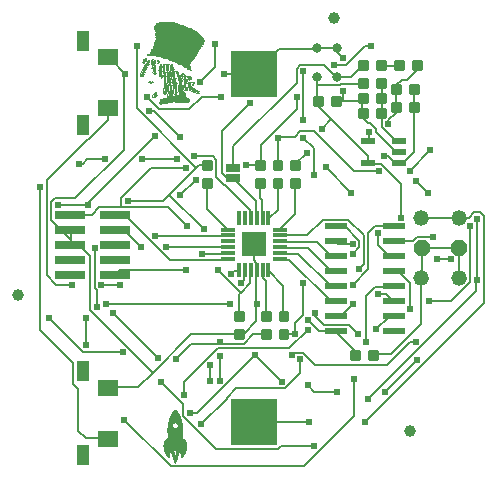
<source format=gtl>
G75*
%MOIN*%
%OFA0B0*%
%FSLAX24Y24*%
%IPPOS*%
%LPD*%
%AMOC8*
5,1,8,0,0,1.08239X$1,22.5*
%
%ADD10R,0.0118X0.0472*%
%ADD11R,0.0472X0.0118*%
%ADD12R,0.0472X0.0120*%
%ADD13R,0.0800X0.0800*%
%ADD14C,0.0000*%
%ADD15C,0.0001*%
%ADD16R,0.0984X0.0295*%
%ADD17C,0.0088*%
%ADD18R,0.0472X0.0217*%
%ADD19C,0.0315*%
%ADD20R,0.0700X0.0550*%
%ADD21R,0.0400X0.0700*%
%ADD22R,0.0780X0.0220*%
%ADD23R,0.1575X0.1575*%
%ADD24R,0.0500X0.0250*%
%ADD25OC8,0.0520*%
%ADD26C,0.0520*%
%ADD27C,0.0394*%
%ADD28R,0.0074X0.0025*%
%ADD29R,0.0175X0.0025*%
%ADD30R,0.0300X0.0025*%
%ADD31R,0.0475X0.0025*%
%ADD32R,0.0474X0.0025*%
%ADD33R,0.0999X0.0025*%
%ADD34R,0.1024X0.0025*%
%ADD35R,0.0974X0.0025*%
%ADD36R,0.0874X0.0025*%
%ADD37R,0.0675X0.0025*%
%ADD38R,0.0076X0.0025*%
%ADD39R,0.0025X0.0025*%
%ADD40R,0.0600X0.0025*%
%ADD41R,0.0026X0.0025*%
%ADD42R,0.0050X0.0025*%
%ADD43R,0.0575X0.0025*%
%ADD44R,0.0049X0.0025*%
%ADD45R,0.0051X0.0025*%
%ADD46R,0.0075X0.0025*%
%ADD47R,0.0125X0.0025*%
%ADD48R,0.0350X0.0025*%
%ADD49R,0.0099X0.0025*%
%ADD50R,0.0100X0.0025*%
%ADD51R,0.0126X0.0025*%
%ADD52R,0.0124X0.0025*%
%ADD53R,0.0101X0.0025*%
%ADD54R,0.0149X0.0025*%
%ADD55R,0.0150X0.0025*%
%ADD56R,0.0024X0.0025*%
%ADD57R,0.0201X0.0025*%
%ADD58R,0.0174X0.0025*%
%ADD59R,0.0199X0.0025*%
%ADD60R,0.0249X0.0025*%
%ADD61R,0.0275X0.0025*%
%ADD62R,0.0325X0.0025*%
%ADD63R,0.0400X0.0025*%
%ADD64R,0.0449X0.0025*%
%ADD65R,0.0550X0.0025*%
%ADD66R,0.0676X0.0025*%
%ADD67R,0.0775X0.0025*%
%ADD68R,0.0850X0.0025*%
%ADD69R,0.0950X0.0025*%
%ADD70R,0.1075X0.0025*%
%ADD71R,0.1126X0.0025*%
%ADD72R,0.1325X0.0025*%
%ADD73R,0.1625X0.0025*%
%ADD74R,0.1650X0.0025*%
%ADD75R,0.1649X0.0025*%
%ADD76R,0.1624X0.0025*%
%ADD77R,0.1599X0.0025*%
%ADD78R,0.1600X0.0025*%
%ADD79R,0.1626X0.0025*%
%ADD80R,0.1651X0.0025*%
%ADD81R,0.1675X0.0025*%
%ADD82R,0.1575X0.0025*%
%ADD83R,0.1550X0.0025*%
%ADD84R,0.1525X0.0025*%
%ADD85R,0.1500X0.0025*%
%ADD86R,0.1474X0.0025*%
%ADD87R,0.1449X0.0025*%
%ADD88R,0.1424X0.0025*%
%ADD89R,0.1400X0.0025*%
%ADD90R,0.1350X0.0025*%
%ADD91R,0.1300X0.0025*%
%ADD92R,0.1250X0.0025*%
%ADD93R,0.1174X0.0025*%
%ADD94R,0.1124X0.0025*%
%ADD95R,0.1050X0.0025*%
%ADD96R,0.0774X0.0025*%
%ADD97R,0.0701X0.0025*%
%ADD98R,0.0299X0.0025*%
%ADD99C,0.0080*%
%ADD100C,0.0240*%
D10*
X009441Y009413D03*
X009631Y009413D03*
X009831Y009413D03*
X010031Y009413D03*
X010231Y009413D03*
X010421Y009413D03*
X010421Y011145D03*
X010231Y011145D03*
X010031Y011145D03*
X009831Y011145D03*
X009631Y011145D03*
X009441Y011145D03*
D11*
X009065Y010769D03*
X009065Y010579D03*
X009065Y010379D03*
X009065Y010179D03*
X010797Y010179D03*
X010797Y009979D03*
X010797Y009789D03*
X010797Y010379D03*
X010797Y010579D03*
X010797Y010769D03*
D12*
X009065Y009979D03*
X009065Y009789D03*
D13*
X009931Y010279D03*
D14*
X007309Y004773D02*
X007308Y004773D01*
X007308Y004773D01*
X007308Y004773D01*
X007307Y004774D01*
X007307Y004774D01*
X007307Y004774D01*
X007307Y004774D01*
X007306Y004774D01*
X007306Y004773D02*
X007306Y004773D01*
X007306Y004773D01*
X007306Y004774D01*
X007306Y004773D02*
X007305Y004773D01*
X007304Y004772D01*
X007302Y004771D01*
X007299Y004769D01*
X007296Y004766D01*
X007289Y004759D01*
X007284Y004754D01*
X007225Y004677D01*
X007196Y004631D01*
X007168Y004580D01*
X007142Y004523D01*
X007118Y004460D01*
X007098Y004390D01*
X007081Y004313D01*
X007067Y004209D01*
X007060Y004094D01*
X007062Y003965D01*
X007074Y003822D01*
X007061Y003814D01*
X007045Y003803D01*
X007027Y003789D01*
X007007Y003771D01*
X006991Y003754D01*
X006975Y003733D01*
X006960Y003709D01*
X006953Y003696D01*
X006947Y003682D01*
X006941Y003667D01*
X006936Y003651D01*
X006932Y003635D01*
X006929Y003617D01*
X006927Y003599D01*
X006926Y003580D01*
X006927Y003560D01*
X006928Y003539D01*
X006934Y003502D01*
X006941Y003467D01*
X006950Y003434D01*
X006961Y003401D01*
X006985Y003343D01*
X007011Y003292D01*
X007036Y003250D01*
X007058Y003218D01*
X007081Y003189D01*
X007082Y003188D01*
X007082Y003187D01*
X007083Y003187D01*
X007084Y003186D01*
X007085Y003185D01*
X007086Y003185D01*
X007087Y003185D01*
X007088Y003184D01*
X007089Y003184D01*
X007090Y003184D01*
X007091Y003184D01*
X007092Y003184D01*
X007093Y003184D01*
X007095Y003185D01*
X007096Y003185D02*
X007097Y003185D01*
X007097Y003185D01*
X007097Y003185D01*
X007097Y003185D01*
X007097Y003185D01*
X007097Y003186D01*
X007097Y003187D01*
X007097Y003192D01*
X007097Y003209D01*
X007099Y003235D01*
X007103Y003268D01*
X007110Y003306D01*
X007121Y003346D01*
X007128Y003366D01*
X007137Y003386D01*
X007148Y003406D01*
X007160Y003424D01*
X007239Y003193D01*
X007286Y003059D01*
X007301Y003016D01*
X007305Y003004D01*
X007307Y003001D01*
X007308Y003004D01*
X007313Y003016D01*
X007328Y003060D01*
X007376Y003194D01*
X007454Y003424D01*
X007365Y003426D01*
X007360Y003399D01*
X007353Y003366D01*
X007333Y003294D01*
X007315Y003233D01*
X007309Y003214D01*
X007307Y003209D01*
X007307Y003208D01*
X007307Y003207D01*
X007307Y003207D01*
X007307Y003207D01*
X007307Y003207D01*
X007307Y003207D01*
X007307Y003207D01*
X007307Y003207D01*
X007307Y003208D01*
X007306Y003209D01*
X007305Y003214D01*
X007299Y003233D01*
X007281Y003294D01*
X007261Y003366D01*
X007254Y003399D01*
X007249Y003426D01*
X007160Y003424D01*
X007249Y003426D01*
X007365Y003426D01*
X007454Y003424D01*
X007466Y003406D01*
X007476Y003386D01*
X007485Y003366D01*
X007492Y003346D01*
X007503Y003306D01*
X007510Y003269D01*
X007515Y003210D01*
X007516Y003192D01*
X007516Y003189D01*
X007516Y003187D01*
X007517Y003186D01*
X007517Y003186D01*
X007517Y003186D01*
X007517Y003186D01*
X007517Y003186D01*
X007517Y003185D01*
X007517Y003185D01*
X007517Y003185D01*
X007518Y003185D01*
X007519Y003185D01*
X007520Y003184D01*
X007521Y003184D01*
X007522Y003184D01*
X007523Y003184D01*
X007524Y003184D01*
X007525Y003184D01*
X007526Y003185D01*
X007527Y003185D01*
X007528Y003185D01*
X007529Y003186D01*
X007530Y003186D01*
X007531Y003187D01*
X007532Y003187D01*
X007532Y003188D01*
X007533Y003189D01*
X007556Y003218D01*
X007578Y003250D01*
X007603Y003292D01*
X007629Y003343D01*
X007653Y003401D01*
X007664Y003434D01*
X007673Y003467D01*
X007680Y003502D01*
X007686Y003539D01*
X007688Y003571D01*
X007687Y003601D01*
X007683Y003629D01*
X007677Y003655D01*
X007668Y003678D01*
X007658Y003700D01*
X007647Y003720D01*
X007635Y003738D01*
X007622Y003755D01*
X007608Y003769D01*
X007595Y003782D01*
X007582Y003793D01*
X007558Y003811D01*
X007540Y003822D01*
X007551Y003950D01*
X007554Y004067D01*
X007550Y004173D01*
X007539Y004269D01*
X007408Y004250D01*
X007408Y004240D01*
X007406Y004230D01*
X007404Y004221D01*
X007400Y004212D01*
X007396Y004203D01*
X007391Y004194D01*
X007385Y004186D01*
X007378Y004179D01*
X007371Y004172D01*
X007363Y004166D01*
X007355Y004161D01*
X007346Y004157D01*
X007336Y004153D01*
X007327Y004151D01*
X007317Y004150D01*
X007307Y004149D01*
X007297Y004150D01*
X007287Y004151D01*
X007277Y004153D01*
X007268Y004157D01*
X007259Y004161D01*
X007251Y004166D01*
X007243Y004172D01*
X007235Y004179D01*
X007229Y004186D01*
X007223Y004194D01*
X007218Y004203D01*
X007213Y004212D01*
X007210Y004221D01*
X007208Y004230D01*
X007206Y004240D01*
X007206Y004250D01*
X007206Y004260D01*
X007208Y004270D01*
X007210Y004280D01*
X007213Y004289D01*
X007081Y004313D01*
X007213Y004289D01*
X007218Y004298D01*
X007223Y004306D01*
X007229Y004314D01*
X007235Y004322D01*
X007243Y004329D01*
X007251Y004334D01*
X007259Y004340D01*
X007268Y004344D01*
X007277Y004347D01*
X007287Y004349D01*
X007297Y004351D01*
X007307Y004351D01*
X007317Y004351D01*
X007327Y004349D01*
X007336Y004347D01*
X007346Y004344D01*
X007355Y004340D01*
X007363Y004334D01*
X007371Y004329D01*
X007378Y004322D01*
X007385Y004314D01*
X007391Y004306D01*
X007396Y004298D01*
X007400Y004289D01*
X007404Y004280D01*
X007406Y004270D01*
X007408Y004260D01*
X007408Y004250D01*
X007539Y004269D01*
X007524Y004356D01*
X007504Y004433D01*
X007480Y004503D01*
X007453Y004566D01*
X007423Y004621D01*
X007393Y004671D01*
X007361Y004715D01*
X007330Y004754D01*
X007325Y004759D01*
X007318Y004766D01*
X007315Y004769D01*
X007312Y004771D01*
X007310Y004772D01*
X007309Y004773D01*
X007517Y003185D02*
X007517Y003185D01*
X007517Y003185D01*
X007307Y003000D02*
X007307Y003001D01*
X007307Y003000D02*
X007307Y003000D01*
X007307Y003000D01*
X007307Y003000D01*
X007307Y003000D01*
X007307Y003000D01*
X007307Y003000D01*
X007307Y003001D01*
X007097Y003186D02*
X007097Y003186D01*
X007096Y003185D02*
X007095Y003185D01*
D15*
X007096Y003185D02*
X007086Y003185D01*
X007084Y003186D02*
X007097Y003186D01*
X007097Y003187D02*
X007083Y003187D01*
X007082Y003188D02*
X007097Y003188D01*
X007097Y003189D02*
X007081Y003189D01*
X007080Y003190D02*
X007097Y003190D01*
X007097Y003191D02*
X007079Y003191D01*
X007078Y003192D02*
X007097Y003192D01*
X007097Y003193D02*
X007078Y003193D01*
X007077Y003194D02*
X007097Y003194D01*
X007097Y003195D02*
X007076Y003195D01*
X007075Y003196D02*
X007097Y003196D01*
X007097Y003197D02*
X007074Y003197D01*
X007074Y003198D02*
X007097Y003198D01*
X007097Y003199D02*
X007073Y003199D01*
X007072Y003200D02*
X007097Y003200D01*
X007097Y003201D02*
X007071Y003201D01*
X007070Y003202D02*
X007097Y003202D01*
X007097Y003203D02*
X007070Y003203D01*
X007069Y003204D02*
X007097Y003204D01*
X007097Y003205D02*
X007068Y003205D01*
X007067Y003206D02*
X007097Y003206D01*
X007097Y003207D02*
X007067Y003207D01*
X007066Y003208D02*
X007097Y003208D01*
X007097Y003209D02*
X007065Y003209D01*
X007064Y003210D02*
X007097Y003210D01*
X007098Y003211D02*
X007063Y003211D01*
X007063Y003212D02*
X007098Y003212D01*
X007098Y003213D02*
X007062Y003213D01*
X007061Y003214D02*
X007098Y003214D01*
X007098Y003215D02*
X007060Y003215D01*
X007060Y003216D02*
X007098Y003216D01*
X007098Y003217D02*
X007059Y003217D01*
X007058Y003218D02*
X007098Y003218D01*
X007098Y003219D02*
X007057Y003219D01*
X007057Y003220D02*
X007098Y003220D01*
X007098Y003221D02*
X007056Y003221D01*
X007055Y003222D02*
X007098Y003222D01*
X007098Y003223D02*
X007055Y003223D01*
X007054Y003224D02*
X007098Y003224D01*
X007098Y003225D02*
X007053Y003225D01*
X007052Y003226D02*
X007098Y003226D01*
X007099Y003227D02*
X007052Y003227D01*
X007051Y003228D02*
X007099Y003228D01*
X007099Y003229D02*
X007050Y003229D01*
X007050Y003230D02*
X007099Y003230D01*
X007099Y003231D02*
X007049Y003231D01*
X007048Y003232D02*
X007099Y003232D01*
X007099Y003233D02*
X007048Y003233D01*
X007047Y003234D02*
X007099Y003234D01*
X007099Y003235D02*
X007046Y003235D01*
X007046Y003236D02*
X007099Y003236D01*
X007099Y003237D02*
X007045Y003237D01*
X007044Y003238D02*
X007099Y003238D01*
X007099Y003239D02*
X007044Y003239D01*
X007043Y003240D02*
X007100Y003240D01*
X007100Y003241D02*
X007042Y003241D01*
X007042Y003242D02*
X007100Y003242D01*
X007100Y003243D02*
X007041Y003243D01*
X007040Y003244D02*
X007100Y003244D01*
X007100Y003245D02*
X007039Y003245D01*
X007039Y003246D02*
X007100Y003246D01*
X007100Y003247D02*
X007038Y003247D01*
X007037Y003248D02*
X007100Y003248D01*
X007101Y003249D02*
X007037Y003249D01*
X007036Y003250D02*
X007101Y003250D01*
X007101Y003251D02*
X007035Y003251D01*
X007035Y003252D02*
X007101Y003252D01*
X007101Y003253D02*
X007034Y003253D01*
X007034Y003254D02*
X007101Y003254D01*
X007101Y003255D02*
X007033Y003255D01*
X007032Y003256D02*
X007101Y003256D01*
X007102Y003257D02*
X007032Y003257D01*
X007031Y003258D02*
X007102Y003258D01*
X007102Y003259D02*
X007031Y003259D01*
X007030Y003260D02*
X007102Y003260D01*
X007102Y003261D02*
X007029Y003261D01*
X007029Y003262D02*
X007102Y003262D01*
X007102Y003263D02*
X007028Y003263D01*
X007028Y003264D02*
X007102Y003264D01*
X007102Y003265D02*
X007027Y003265D01*
X007026Y003266D02*
X007103Y003266D01*
X007103Y003267D02*
X007026Y003267D01*
X007025Y003268D02*
X007103Y003268D01*
X007103Y003269D02*
X007025Y003269D01*
X007024Y003270D02*
X007103Y003270D01*
X007103Y003271D02*
X007023Y003271D01*
X007023Y003272D02*
X007104Y003272D01*
X007104Y003273D02*
X007022Y003273D01*
X007022Y003274D02*
X007104Y003274D01*
X007104Y003275D02*
X007021Y003275D01*
X007020Y003276D02*
X007104Y003276D01*
X007104Y003277D02*
X007020Y003277D01*
X007019Y003278D02*
X007105Y003278D01*
X007105Y003279D02*
X007019Y003279D01*
X007018Y003280D02*
X007105Y003280D01*
X007105Y003281D02*
X007017Y003281D01*
X007017Y003282D02*
X007105Y003282D01*
X007106Y003283D02*
X007016Y003283D01*
X007016Y003284D02*
X007106Y003284D01*
X007106Y003285D02*
X007015Y003285D01*
X007014Y003286D02*
X007106Y003286D01*
X007106Y003287D02*
X007014Y003287D01*
X007013Y003288D02*
X007106Y003288D01*
X007107Y003289D02*
X007013Y003289D01*
X007012Y003290D02*
X007107Y003290D01*
X007107Y003291D02*
X007011Y003291D01*
X007011Y003292D02*
X007107Y003292D01*
X007107Y003293D02*
X007010Y003293D01*
X007010Y003294D02*
X007108Y003294D01*
X007108Y003295D02*
X007009Y003295D01*
X007009Y003296D02*
X007108Y003296D01*
X007108Y003297D02*
X007008Y003297D01*
X007008Y003298D02*
X007108Y003298D01*
X007109Y003299D02*
X007007Y003299D01*
X007007Y003300D02*
X007109Y003300D01*
X007109Y003301D02*
X007006Y003301D01*
X007006Y003302D02*
X007109Y003302D01*
X007109Y003303D02*
X007005Y003303D01*
X007005Y003304D02*
X007109Y003304D01*
X007110Y003305D02*
X007004Y003305D01*
X007004Y003306D02*
X007110Y003306D01*
X007110Y003307D02*
X007003Y003307D01*
X007003Y003308D02*
X007110Y003308D01*
X007111Y003309D02*
X007002Y003309D01*
X007002Y003310D02*
X007111Y003310D01*
X007111Y003311D02*
X007001Y003311D01*
X007001Y003312D02*
X007112Y003312D01*
X007112Y003313D02*
X007000Y003313D01*
X007000Y003314D02*
X007112Y003314D01*
X007112Y003315D02*
X006999Y003315D01*
X006999Y003316D02*
X007113Y003316D01*
X007113Y003317D02*
X006998Y003317D01*
X006997Y003318D02*
X007113Y003318D01*
X007113Y003319D02*
X006997Y003319D01*
X006996Y003320D02*
X007114Y003320D01*
X007114Y003321D02*
X006996Y003321D01*
X006995Y003322D02*
X007114Y003322D01*
X007115Y003323D02*
X006995Y003323D01*
X006994Y003324D02*
X007115Y003324D01*
X007115Y003325D02*
X006994Y003325D01*
X006993Y003326D02*
X007115Y003326D01*
X007116Y003327D02*
X006993Y003327D01*
X006992Y003328D02*
X007116Y003328D01*
X007116Y003329D02*
X006992Y003329D01*
X006991Y003330D02*
X007117Y003330D01*
X007117Y003331D02*
X006991Y003331D01*
X006990Y003332D02*
X007117Y003332D01*
X007117Y003333D02*
X006990Y003333D01*
X006989Y003334D02*
X007118Y003334D01*
X007118Y003335D02*
X006989Y003335D01*
X006988Y003336D02*
X007118Y003336D01*
X007118Y003337D02*
X006988Y003337D01*
X006987Y003338D02*
X007119Y003338D01*
X007119Y003339D02*
X006987Y003339D01*
X006986Y003340D02*
X007119Y003340D01*
X007120Y003341D02*
X006986Y003341D01*
X006985Y003342D02*
X007120Y003342D01*
X007120Y003343D02*
X006985Y003343D01*
X006984Y003344D02*
X007120Y003344D01*
X007121Y003345D02*
X006984Y003345D01*
X006984Y003346D02*
X007121Y003346D01*
X007121Y003347D02*
X006983Y003347D01*
X006983Y003348D02*
X007122Y003348D01*
X007122Y003349D02*
X006982Y003349D01*
X006982Y003350D02*
X007122Y003350D01*
X007123Y003351D02*
X006981Y003351D01*
X006981Y003352D02*
X007123Y003352D01*
X007124Y003353D02*
X006981Y003353D01*
X006980Y003354D02*
X007124Y003354D01*
X007124Y003355D02*
X006980Y003355D01*
X006979Y003356D02*
X007125Y003356D01*
X007125Y003357D02*
X006979Y003357D01*
X006979Y003358D02*
X007125Y003358D01*
X007126Y003359D02*
X006978Y003359D01*
X006978Y003360D02*
X007126Y003360D01*
X007127Y003361D02*
X006977Y003361D01*
X006977Y003362D02*
X007127Y003362D01*
X007127Y003363D02*
X006977Y003363D01*
X006976Y003364D02*
X007128Y003364D01*
X007128Y003365D02*
X006976Y003365D01*
X006975Y003366D02*
X007128Y003366D01*
X007129Y003367D02*
X006975Y003367D01*
X006974Y003368D02*
X007129Y003368D01*
X007130Y003369D02*
X006974Y003369D01*
X006974Y003370D02*
X007130Y003370D01*
X007131Y003371D02*
X006973Y003371D01*
X006973Y003372D02*
X007131Y003372D01*
X007131Y003373D02*
X006972Y003373D01*
X006972Y003374D02*
X007132Y003374D01*
X007132Y003375D02*
X006972Y003375D01*
X006971Y003376D02*
X007133Y003376D01*
X007133Y003377D02*
X006971Y003377D01*
X006970Y003378D02*
X007134Y003378D01*
X007134Y003379D02*
X006970Y003379D01*
X006970Y003380D02*
X007135Y003380D01*
X007135Y003381D02*
X006969Y003381D01*
X006969Y003382D02*
X007135Y003382D01*
X007136Y003383D02*
X006968Y003383D01*
X006968Y003384D02*
X007136Y003384D01*
X007137Y003385D02*
X006968Y003385D01*
X006967Y003386D02*
X007137Y003386D01*
X007138Y003387D02*
X006967Y003387D01*
X006966Y003388D02*
X007138Y003388D01*
X007139Y003389D02*
X006966Y003389D01*
X006965Y003390D02*
X007139Y003390D01*
X007140Y003391D02*
X006965Y003391D01*
X006965Y003392D02*
X007140Y003392D01*
X007141Y003393D02*
X006964Y003393D01*
X006964Y003394D02*
X007141Y003394D01*
X007142Y003395D02*
X006963Y003395D01*
X006963Y003396D02*
X007143Y003396D01*
X007143Y003397D02*
X006963Y003397D01*
X006962Y003398D02*
X007144Y003398D01*
X007144Y003399D02*
X006962Y003399D01*
X006961Y003400D02*
X007145Y003400D01*
X007145Y003401D02*
X006961Y003401D01*
X006961Y003402D02*
X007146Y003402D01*
X007146Y003403D02*
X006960Y003403D01*
X006960Y003404D02*
X007147Y003404D01*
X007147Y003405D02*
X006960Y003405D01*
X006959Y003406D02*
X007148Y003406D01*
X007149Y003407D02*
X006959Y003407D01*
X006959Y003408D02*
X007149Y003408D01*
X007150Y003409D02*
X006958Y003409D01*
X006958Y003410D02*
X007150Y003410D01*
X007151Y003411D02*
X006958Y003411D01*
X006957Y003412D02*
X007152Y003412D01*
X007152Y003413D02*
X006957Y003413D01*
X006957Y003414D02*
X007153Y003414D01*
X007154Y003415D02*
X006956Y003415D01*
X006956Y003416D02*
X007154Y003416D01*
X007155Y003417D02*
X006956Y003417D01*
X006955Y003418D02*
X007156Y003418D01*
X007156Y003419D02*
X006955Y003419D01*
X006955Y003420D02*
X007157Y003420D01*
X007157Y003421D02*
X006954Y003421D01*
X006954Y003422D02*
X007158Y003422D01*
X007159Y003423D02*
X006954Y003423D01*
X006953Y003424D02*
X007159Y003424D01*
X007160Y003424D02*
X007249Y003424D01*
X007249Y003425D02*
X007187Y003425D01*
X006953Y003425D01*
X006953Y003426D02*
X007661Y003426D01*
X007661Y003427D02*
X006952Y003427D01*
X006952Y003428D02*
X007662Y003428D01*
X007662Y003429D02*
X006952Y003429D01*
X006951Y003430D02*
X007662Y003430D01*
X007663Y003431D02*
X006951Y003431D01*
X006951Y003432D02*
X007663Y003432D01*
X007663Y003433D02*
X006950Y003433D01*
X006950Y003434D02*
X007664Y003434D01*
X007664Y003435D02*
X006950Y003435D01*
X006949Y003436D02*
X007664Y003436D01*
X007665Y003437D02*
X006949Y003437D01*
X006949Y003438D02*
X007665Y003438D01*
X007665Y003439D02*
X006949Y003439D01*
X006948Y003440D02*
X007665Y003440D01*
X007666Y003441D02*
X006948Y003441D01*
X006948Y003442D02*
X007666Y003442D01*
X007666Y003443D02*
X006948Y003443D01*
X006947Y003444D02*
X007666Y003444D01*
X007667Y003445D02*
X006947Y003445D01*
X006947Y003446D02*
X007667Y003446D01*
X007667Y003447D02*
X006946Y003447D01*
X006946Y003448D02*
X007668Y003448D01*
X007668Y003449D02*
X006946Y003449D01*
X006946Y003450D02*
X007668Y003450D01*
X007668Y003451D02*
X006945Y003451D01*
X006945Y003452D02*
X007669Y003452D01*
X007669Y003453D02*
X006945Y003453D01*
X006945Y003454D02*
X007669Y003454D01*
X007669Y003455D02*
X006944Y003455D01*
X006944Y003456D02*
X007670Y003456D01*
X007670Y003457D02*
X006944Y003457D01*
X006944Y003458D02*
X007670Y003458D01*
X007671Y003459D02*
X006943Y003459D01*
X006943Y003460D02*
X007671Y003460D01*
X007671Y003461D02*
X006943Y003461D01*
X006942Y003462D02*
X007671Y003462D01*
X007672Y003463D02*
X006942Y003463D01*
X006942Y003464D02*
X007672Y003464D01*
X007672Y003465D02*
X006942Y003465D01*
X006941Y003466D02*
X007672Y003466D01*
X007673Y003467D02*
X006941Y003467D01*
X006941Y003468D02*
X007673Y003468D01*
X007673Y003469D02*
X006941Y003469D01*
X006940Y003470D02*
X007673Y003470D01*
X007674Y003471D02*
X006940Y003471D01*
X006940Y003472D02*
X007674Y003472D01*
X007674Y003473D02*
X006940Y003473D01*
X006940Y003474D02*
X007674Y003474D01*
X007674Y003475D02*
X006939Y003475D01*
X006939Y003476D02*
X007675Y003476D01*
X007675Y003477D02*
X006939Y003477D01*
X006939Y003478D02*
X007675Y003478D01*
X007675Y003479D02*
X006939Y003479D01*
X006938Y003480D02*
X007675Y003480D01*
X007676Y003481D02*
X006938Y003481D01*
X006938Y003482D02*
X007676Y003482D01*
X007676Y003483D02*
X006938Y003483D01*
X006937Y003484D02*
X007676Y003484D01*
X007677Y003485D02*
X006937Y003485D01*
X006937Y003486D02*
X007677Y003486D01*
X007677Y003487D02*
X006937Y003487D01*
X006937Y003488D02*
X007677Y003488D01*
X007677Y003489D02*
X006936Y003489D01*
X006936Y003490D02*
X007678Y003490D01*
X007678Y003491D02*
X006936Y003491D01*
X006936Y003492D02*
X007678Y003492D01*
X007678Y003493D02*
X006936Y003493D01*
X006935Y003494D02*
X007678Y003494D01*
X007679Y003495D02*
X006935Y003495D01*
X006935Y003496D02*
X007679Y003496D01*
X007679Y003497D02*
X006935Y003497D01*
X006935Y003498D02*
X007679Y003498D01*
X007679Y003499D02*
X006934Y003499D01*
X006934Y003500D02*
X007680Y003500D01*
X007680Y003501D02*
X006934Y003501D01*
X006934Y003502D02*
X007680Y003502D01*
X007680Y003503D02*
X006934Y003503D01*
X006933Y003504D02*
X007680Y003504D01*
X007681Y003505D02*
X006933Y003505D01*
X006933Y003506D02*
X007681Y003506D01*
X007681Y003507D02*
X006933Y003507D01*
X006933Y003508D02*
X007681Y003508D01*
X007681Y003509D02*
X006933Y003509D01*
X006932Y003510D02*
X007681Y003510D01*
X007681Y003511D02*
X006932Y003511D01*
X006932Y003512D02*
X007682Y003512D01*
X007682Y003513D02*
X006932Y003513D01*
X006932Y003514D02*
X007682Y003514D01*
X007682Y003515D02*
X006932Y003515D01*
X006932Y003516D02*
X007682Y003516D01*
X007682Y003517D02*
X006931Y003517D01*
X006931Y003518D02*
X007682Y003518D01*
X007683Y003519D02*
X006931Y003519D01*
X006931Y003520D02*
X007683Y003520D01*
X007683Y003521D02*
X006931Y003521D01*
X006931Y003522D02*
X007683Y003522D01*
X007683Y003523D02*
X006931Y003523D01*
X006930Y003524D02*
X007683Y003524D01*
X007683Y003525D02*
X006930Y003525D01*
X006930Y003526D02*
X007684Y003526D01*
X007684Y003527D02*
X006930Y003527D01*
X006930Y003528D02*
X007684Y003528D01*
X007684Y003529D02*
X006930Y003529D01*
X006930Y003530D02*
X007684Y003530D01*
X007684Y003531D02*
X006929Y003531D01*
X006929Y003532D02*
X007684Y003532D01*
X007685Y003533D02*
X006929Y003533D01*
X006929Y003534D02*
X007685Y003534D01*
X007685Y003535D02*
X006929Y003535D01*
X006929Y003536D02*
X007685Y003536D01*
X007685Y003537D02*
X006929Y003537D01*
X006928Y003538D02*
X007685Y003538D01*
X007686Y003539D02*
X006928Y003539D01*
X006928Y003540D02*
X007686Y003540D01*
X007686Y003541D02*
X006928Y003541D01*
X006928Y003542D02*
X007686Y003542D01*
X007686Y003543D02*
X006928Y003543D01*
X006928Y003544D02*
X007686Y003544D01*
X007686Y003545D02*
X006928Y003545D01*
X006928Y003546D02*
X007686Y003546D01*
X007686Y003547D02*
X006928Y003547D01*
X006928Y003548D02*
X007686Y003548D01*
X007686Y003549D02*
X006927Y003549D01*
X006927Y003550D02*
X007686Y003550D01*
X007686Y003551D02*
X006927Y003551D01*
X006927Y003552D02*
X007686Y003552D01*
X007686Y003553D02*
X006927Y003553D01*
X006927Y003554D02*
X007686Y003554D01*
X007687Y003555D02*
X006927Y003555D01*
X006927Y003556D02*
X007687Y003556D01*
X007687Y003557D02*
X006927Y003557D01*
X006927Y003558D02*
X007687Y003558D01*
X007687Y003559D02*
X006927Y003559D01*
X006927Y003560D02*
X007687Y003560D01*
X007687Y003561D02*
X006927Y003561D01*
X006927Y003562D02*
X007687Y003562D01*
X007687Y003563D02*
X006926Y003563D01*
X006926Y003564D02*
X007687Y003564D01*
X007687Y003565D02*
X006926Y003565D01*
X006926Y003566D02*
X007687Y003566D01*
X007687Y003567D02*
X006926Y003567D01*
X006926Y003568D02*
X007687Y003568D01*
X007687Y003569D02*
X006926Y003569D01*
X006926Y003570D02*
X007688Y003570D01*
X007688Y003571D02*
X006926Y003571D01*
X006926Y003572D02*
X007688Y003572D01*
X007688Y003573D02*
X006926Y003573D01*
X006926Y003574D02*
X007688Y003574D01*
X007687Y003575D02*
X006926Y003575D01*
X006926Y003576D02*
X007687Y003576D01*
X007687Y003577D02*
X006926Y003577D01*
X006926Y003578D02*
X007687Y003578D01*
X007687Y003579D02*
X006926Y003579D01*
X006926Y003580D02*
X007687Y003580D01*
X007687Y003581D02*
X006926Y003581D01*
X006926Y003582D02*
X007687Y003582D01*
X007687Y003583D02*
X006926Y003583D01*
X006926Y003584D02*
X007687Y003584D01*
X007687Y003585D02*
X006926Y003585D01*
X006926Y003586D02*
X007687Y003586D01*
X007687Y003587D02*
X006926Y003587D01*
X006927Y003588D02*
X007687Y003588D01*
X007687Y003589D02*
X006927Y003589D01*
X006927Y003590D02*
X007687Y003590D01*
X007687Y003591D02*
X006927Y003591D01*
X006927Y003592D02*
X007687Y003592D01*
X007687Y003593D02*
X006927Y003593D01*
X006927Y003594D02*
X007687Y003594D01*
X007687Y003595D02*
X006927Y003595D01*
X006927Y003596D02*
X007687Y003596D01*
X007687Y003597D02*
X006927Y003597D01*
X006927Y003598D02*
X007687Y003598D01*
X007687Y003599D02*
X006927Y003599D01*
X006927Y003600D02*
X007687Y003600D01*
X007687Y003601D02*
X006927Y003601D01*
X006927Y003602D02*
X007686Y003602D01*
X007686Y003603D02*
X006927Y003603D01*
X006928Y003604D02*
X007686Y003604D01*
X007686Y003605D02*
X006928Y003605D01*
X006928Y003606D02*
X007686Y003606D01*
X007686Y003607D02*
X006928Y003607D01*
X006928Y003608D02*
X007686Y003608D01*
X007686Y003609D02*
X006928Y003609D01*
X006928Y003610D02*
X007685Y003610D01*
X007685Y003611D02*
X006928Y003611D01*
X006928Y003612D02*
X007685Y003612D01*
X007685Y003613D02*
X006929Y003613D01*
X006929Y003614D02*
X007685Y003614D01*
X007685Y003615D02*
X006929Y003615D01*
X006929Y003616D02*
X007685Y003616D01*
X007684Y003617D02*
X006929Y003617D01*
X006929Y003618D02*
X007684Y003618D01*
X007684Y003619D02*
X006929Y003619D01*
X006929Y003620D02*
X007684Y003620D01*
X007684Y003621D02*
X006930Y003621D01*
X006930Y003622D02*
X007684Y003622D01*
X007684Y003623D02*
X006930Y003623D01*
X006930Y003624D02*
X007684Y003624D01*
X007683Y003625D02*
X006930Y003625D01*
X006931Y003626D02*
X007683Y003626D01*
X007683Y003627D02*
X006931Y003627D01*
X006931Y003628D02*
X007683Y003628D01*
X007683Y003629D02*
X006931Y003629D01*
X006931Y003630D02*
X007683Y003630D01*
X007682Y003631D02*
X006931Y003631D01*
X006932Y003632D02*
X007682Y003632D01*
X007682Y003633D02*
X006932Y003633D01*
X006932Y003634D02*
X007682Y003634D01*
X007681Y003635D02*
X006932Y003635D01*
X006932Y003636D02*
X007681Y003636D01*
X007681Y003637D02*
X006933Y003637D01*
X006933Y003638D02*
X007681Y003638D01*
X007680Y003639D02*
X006933Y003639D01*
X006933Y003640D02*
X007680Y003640D01*
X007680Y003641D02*
X006934Y003641D01*
X006934Y003642D02*
X007680Y003642D01*
X007680Y003643D02*
X006934Y003643D01*
X006934Y003644D02*
X007679Y003644D01*
X007679Y003645D02*
X006935Y003645D01*
X006935Y003646D02*
X007679Y003646D01*
X007679Y003647D02*
X006935Y003647D01*
X006935Y003648D02*
X007678Y003648D01*
X007678Y003649D02*
X006936Y003649D01*
X006936Y003650D02*
X007678Y003650D01*
X007678Y003651D02*
X006936Y003651D01*
X006936Y003652D02*
X007677Y003652D01*
X007677Y003653D02*
X006937Y003653D01*
X006937Y003654D02*
X007677Y003654D01*
X007677Y003655D02*
X006937Y003655D01*
X006938Y003656D02*
X007676Y003656D01*
X007676Y003657D02*
X006938Y003657D01*
X006938Y003658D02*
X007676Y003658D01*
X007675Y003659D02*
X006938Y003659D01*
X006939Y003660D02*
X007675Y003660D01*
X007675Y003661D02*
X006939Y003661D01*
X006939Y003662D02*
X007674Y003662D01*
X007674Y003663D02*
X006940Y003663D01*
X006940Y003664D02*
X007674Y003664D01*
X007673Y003665D02*
X006940Y003665D01*
X006941Y003666D02*
X007673Y003666D01*
X007672Y003667D02*
X006941Y003667D01*
X006941Y003668D02*
X007672Y003668D01*
X007672Y003669D02*
X006942Y003669D01*
X006942Y003670D02*
X007671Y003670D01*
X007671Y003671D02*
X006942Y003671D01*
X006943Y003672D02*
X007671Y003672D01*
X007670Y003673D02*
X006943Y003673D01*
X006944Y003674D02*
X007670Y003674D01*
X007670Y003675D02*
X006944Y003675D01*
X006944Y003676D02*
X007669Y003676D01*
X007669Y003677D02*
X006945Y003677D01*
X006945Y003678D02*
X007669Y003678D01*
X007668Y003679D02*
X006945Y003679D01*
X006946Y003680D02*
X007668Y003680D01*
X007667Y003681D02*
X006946Y003681D01*
X006947Y003682D02*
X007667Y003682D01*
X007667Y003683D02*
X006947Y003683D01*
X006947Y003684D02*
X007666Y003684D01*
X007666Y003685D02*
X006948Y003685D01*
X006948Y003686D02*
X007665Y003686D01*
X007665Y003687D02*
X006949Y003687D01*
X006949Y003688D02*
X007664Y003688D01*
X007664Y003689D02*
X006950Y003689D01*
X006950Y003690D02*
X007663Y003690D01*
X007663Y003691D02*
X006951Y003691D01*
X006951Y003692D02*
X007662Y003692D01*
X007662Y003693D02*
X006952Y003693D01*
X006952Y003694D02*
X007662Y003694D01*
X007661Y003695D02*
X006952Y003695D01*
X006953Y003696D02*
X007661Y003696D01*
X007660Y003697D02*
X006953Y003697D01*
X006954Y003698D02*
X007660Y003698D01*
X007659Y003699D02*
X006954Y003699D01*
X006955Y003700D02*
X007659Y003700D01*
X007658Y003701D02*
X006955Y003701D01*
X006956Y003702D02*
X007658Y003702D01*
X007657Y003703D02*
X006956Y003703D01*
X006957Y003704D02*
X007657Y003704D01*
X007656Y003705D02*
X006958Y003705D01*
X006958Y003706D02*
X007656Y003706D01*
X007655Y003707D02*
X006959Y003707D01*
X006959Y003708D02*
X007654Y003708D01*
X007654Y003709D02*
X006960Y003709D01*
X006960Y003710D02*
X007653Y003710D01*
X007653Y003711D02*
X006961Y003711D01*
X006961Y003712D02*
X007652Y003712D01*
X007652Y003713D02*
X006962Y003713D01*
X006963Y003714D02*
X007651Y003714D01*
X007650Y003715D02*
X006963Y003715D01*
X006964Y003716D02*
X007650Y003716D01*
X007649Y003717D02*
X006965Y003717D01*
X006965Y003718D02*
X007649Y003718D01*
X007648Y003719D02*
X006966Y003719D01*
X006966Y003720D02*
X007648Y003720D01*
X007647Y003721D02*
X006967Y003721D01*
X006968Y003722D02*
X007646Y003722D01*
X007646Y003723D02*
X006968Y003723D01*
X006969Y003724D02*
X007645Y003724D01*
X007644Y003725D02*
X006970Y003725D01*
X006970Y003726D02*
X007644Y003726D01*
X007643Y003726D02*
X006971Y003726D01*
X006971Y003727D02*
X007642Y003727D01*
X007642Y003728D02*
X006972Y003728D01*
X006973Y003729D02*
X007641Y003729D01*
X007640Y003730D02*
X006973Y003730D01*
X006974Y003731D02*
X007640Y003731D01*
X007639Y003732D02*
X006975Y003732D01*
X006975Y003733D02*
X007638Y003733D01*
X007637Y003734D02*
X006976Y003734D01*
X006977Y003735D02*
X007637Y003735D01*
X007636Y003736D02*
X006978Y003736D01*
X006978Y003737D02*
X007635Y003737D01*
X007635Y003738D02*
X006979Y003738D01*
X006980Y003739D02*
X007634Y003739D01*
X007633Y003740D02*
X006981Y003740D01*
X006981Y003741D02*
X007632Y003741D01*
X007632Y003742D02*
X006982Y003742D01*
X006983Y003743D02*
X007631Y003743D01*
X007630Y003744D02*
X006984Y003744D01*
X006984Y003745D02*
X007629Y003745D01*
X007628Y003746D02*
X006985Y003746D01*
X006986Y003747D02*
X007628Y003747D01*
X007627Y003748D02*
X006987Y003748D01*
X006988Y003749D02*
X007626Y003749D01*
X007625Y003750D02*
X006988Y003750D01*
X006989Y003751D02*
X007624Y003751D01*
X007624Y003752D02*
X006990Y003752D01*
X006991Y003753D02*
X007623Y003753D01*
X007622Y003754D02*
X006992Y003754D01*
X006992Y003755D02*
X007621Y003755D01*
X007620Y003756D02*
X006993Y003756D01*
X006994Y003757D02*
X007619Y003757D01*
X007618Y003758D02*
X006995Y003758D01*
X006996Y003759D02*
X007617Y003759D01*
X007617Y003760D02*
X006997Y003760D01*
X006998Y003761D02*
X007616Y003761D01*
X007615Y003762D02*
X006999Y003762D01*
X007000Y003763D02*
X007614Y003763D01*
X007613Y003764D02*
X007001Y003764D01*
X007002Y003765D02*
X007612Y003765D01*
X007611Y003766D02*
X007003Y003766D01*
X007003Y003767D02*
X007610Y003767D01*
X007609Y003768D02*
X007004Y003768D01*
X007005Y003769D02*
X007608Y003769D01*
X007607Y003770D02*
X007006Y003770D01*
X007007Y003771D02*
X007606Y003771D01*
X007605Y003772D02*
X007008Y003772D01*
X007009Y003773D02*
X007604Y003773D01*
X007603Y003774D02*
X007010Y003774D01*
X007011Y003775D02*
X007602Y003775D01*
X007601Y003776D02*
X007013Y003776D01*
X007014Y003777D02*
X007600Y003777D01*
X007599Y003778D02*
X007015Y003778D01*
X007016Y003779D02*
X007598Y003779D01*
X007597Y003780D02*
X007017Y003780D01*
X007018Y003781D02*
X007596Y003781D01*
X007595Y003782D02*
X007019Y003782D01*
X007020Y003783D02*
X007594Y003783D01*
X007592Y003784D02*
X007021Y003784D01*
X007022Y003785D02*
X007591Y003785D01*
X007590Y003786D02*
X007023Y003786D01*
X007025Y003787D02*
X007589Y003787D01*
X007588Y003788D02*
X007026Y003788D01*
X007027Y003789D02*
X007587Y003789D01*
X007585Y003790D02*
X007028Y003790D01*
X007029Y003791D02*
X007584Y003791D01*
X007583Y003792D02*
X007031Y003792D01*
X007032Y003793D02*
X007582Y003793D01*
X007580Y003794D02*
X007033Y003794D01*
X007034Y003795D02*
X007579Y003795D01*
X007578Y003796D02*
X007036Y003796D01*
X007037Y003797D02*
X007576Y003797D01*
X007575Y003798D02*
X007038Y003798D01*
X007040Y003799D02*
X007574Y003799D01*
X007572Y003800D02*
X007041Y003800D01*
X007042Y003801D02*
X007571Y003801D01*
X007570Y003802D02*
X007043Y003802D01*
X007045Y003803D02*
X007568Y003803D01*
X007567Y003804D02*
X007046Y003804D01*
X007048Y003805D02*
X007566Y003805D01*
X007564Y003806D02*
X007049Y003806D01*
X007051Y003807D02*
X007563Y003807D01*
X007561Y003808D02*
X007052Y003808D01*
X007054Y003809D02*
X007560Y003809D01*
X007559Y003810D02*
X007055Y003810D01*
X007057Y003811D02*
X007557Y003811D01*
X007556Y003812D02*
X007058Y003812D01*
X007060Y003813D02*
X007554Y003813D01*
X007552Y003814D02*
X007061Y003814D01*
X007063Y003815D02*
X007551Y003815D01*
X007549Y003816D02*
X007064Y003816D01*
X007066Y003817D02*
X007547Y003817D01*
X007546Y003818D02*
X007068Y003818D01*
X007070Y003819D02*
X007544Y003819D01*
X007542Y003820D02*
X007071Y003820D01*
X007073Y003821D02*
X007541Y003821D01*
X007540Y003822D02*
X007074Y003822D01*
X007073Y003823D02*
X007540Y003823D01*
X007540Y003824D02*
X007073Y003824D01*
X007073Y003825D02*
X007540Y003825D01*
X007541Y003826D02*
X007073Y003826D01*
X007073Y003827D02*
X007541Y003827D01*
X007541Y003828D02*
X007073Y003828D01*
X007073Y003829D02*
X007541Y003829D01*
X007541Y003830D02*
X007073Y003830D01*
X007073Y003831D02*
X007541Y003831D01*
X007541Y003832D02*
X007073Y003832D01*
X007073Y003833D02*
X007541Y003833D01*
X007541Y003834D02*
X007073Y003834D01*
X007073Y003835D02*
X007541Y003835D01*
X007541Y003836D02*
X007072Y003836D01*
X007072Y003837D02*
X007541Y003837D01*
X007542Y003838D02*
X007072Y003838D01*
X007072Y003839D02*
X007542Y003839D01*
X007542Y003840D02*
X007072Y003840D01*
X007072Y003841D02*
X007542Y003841D01*
X007542Y003842D02*
X007072Y003842D01*
X007072Y003843D02*
X007542Y003843D01*
X007542Y003844D02*
X007072Y003844D01*
X007072Y003845D02*
X007542Y003845D01*
X007542Y003846D02*
X007072Y003846D01*
X007072Y003847D02*
X007542Y003847D01*
X007542Y003848D02*
X007071Y003848D01*
X007071Y003849D02*
X007542Y003849D01*
X007543Y003850D02*
X007071Y003850D01*
X007071Y003851D02*
X007543Y003851D01*
X007543Y003852D02*
X007071Y003852D01*
X007071Y003853D02*
X007543Y003853D01*
X007543Y003854D02*
X007071Y003854D01*
X007071Y003855D02*
X007543Y003855D01*
X007543Y003856D02*
X007071Y003856D01*
X007071Y003857D02*
X007543Y003857D01*
X007543Y003858D02*
X007071Y003858D01*
X007071Y003859D02*
X007543Y003859D01*
X007543Y003860D02*
X007071Y003860D01*
X007070Y003861D02*
X007543Y003861D01*
X007544Y003862D02*
X007070Y003862D01*
X007070Y003863D02*
X007544Y003863D01*
X007544Y003864D02*
X007070Y003864D01*
X007070Y003865D02*
X007544Y003865D01*
X007544Y003866D02*
X007070Y003866D01*
X007070Y003867D02*
X007544Y003867D01*
X007544Y003868D02*
X007070Y003868D01*
X007070Y003869D02*
X007544Y003869D01*
X007544Y003870D02*
X007070Y003870D01*
X007070Y003871D02*
X007544Y003871D01*
X007544Y003872D02*
X007070Y003872D01*
X007069Y003873D02*
X007544Y003873D01*
X007545Y003874D02*
X007069Y003874D01*
X007069Y003875D02*
X007545Y003875D01*
X007545Y003876D02*
X007069Y003876D01*
X007069Y003877D02*
X007545Y003877D01*
X007545Y003878D02*
X007069Y003878D01*
X007069Y003879D02*
X007545Y003879D01*
X007545Y003880D02*
X007069Y003880D01*
X007069Y003881D02*
X007545Y003881D01*
X007545Y003882D02*
X007069Y003882D01*
X007069Y003883D02*
X007545Y003883D01*
X007545Y003884D02*
X007069Y003884D01*
X007069Y003885D02*
X007545Y003885D01*
X007546Y003886D02*
X007068Y003886D01*
X007068Y003887D02*
X007546Y003887D01*
X007546Y003888D02*
X007068Y003888D01*
X007068Y003889D02*
X007546Y003889D01*
X007546Y003890D02*
X007068Y003890D01*
X007068Y003891D02*
X007546Y003891D01*
X007546Y003892D02*
X007068Y003892D01*
X007068Y003893D02*
X007546Y003893D01*
X007546Y003894D02*
X007068Y003894D01*
X007068Y003895D02*
X007546Y003895D01*
X007546Y003896D02*
X007068Y003896D01*
X007068Y003897D02*
X007546Y003897D01*
X007547Y003898D02*
X007067Y003898D01*
X007067Y003899D02*
X007547Y003899D01*
X007547Y003900D02*
X007067Y003900D01*
X007067Y003901D02*
X007547Y003901D01*
X007547Y003902D02*
X007067Y003902D01*
X007067Y003903D02*
X007547Y003903D01*
X007547Y003904D02*
X007067Y003904D01*
X007067Y003905D02*
X007547Y003905D01*
X007547Y003906D02*
X007067Y003906D01*
X007067Y003907D02*
X007547Y003907D01*
X007547Y003908D02*
X007067Y003908D01*
X007067Y003909D02*
X007547Y003909D01*
X007548Y003910D02*
X007067Y003910D01*
X007066Y003911D02*
X007548Y003911D01*
X007548Y003912D02*
X007066Y003912D01*
X007066Y003913D02*
X007548Y003913D01*
X007548Y003914D02*
X007066Y003914D01*
X007066Y003915D02*
X007548Y003915D01*
X007548Y003916D02*
X007066Y003916D01*
X007066Y003917D02*
X007548Y003917D01*
X007548Y003918D02*
X007066Y003918D01*
X007066Y003919D02*
X007548Y003919D01*
X007548Y003920D02*
X007066Y003920D01*
X007066Y003921D02*
X007548Y003921D01*
X007549Y003922D02*
X007066Y003922D01*
X007066Y003923D02*
X007549Y003923D01*
X007549Y003924D02*
X007065Y003924D01*
X007065Y003925D02*
X007549Y003925D01*
X007549Y003926D02*
X007065Y003926D01*
X007065Y003927D02*
X007549Y003927D01*
X007549Y003928D02*
X007065Y003928D01*
X007065Y003929D02*
X007549Y003929D01*
X007549Y003930D02*
X007065Y003930D01*
X007065Y003931D02*
X007549Y003931D01*
X007549Y003932D02*
X007065Y003932D01*
X007065Y003933D02*
X007549Y003933D01*
X007550Y003934D02*
X007065Y003934D01*
X007065Y003935D02*
X007550Y003935D01*
X007550Y003936D02*
X007064Y003936D01*
X007064Y003937D02*
X007550Y003937D01*
X007550Y003938D02*
X007064Y003938D01*
X007064Y003939D02*
X007550Y003939D01*
X007550Y003940D02*
X007064Y003940D01*
X007064Y003941D02*
X007550Y003941D01*
X007550Y003942D02*
X007064Y003942D01*
X007064Y003943D02*
X007550Y003943D01*
X007550Y003944D02*
X007064Y003944D01*
X007064Y003945D02*
X007550Y003945D01*
X007551Y003946D02*
X007064Y003946D01*
X007064Y003947D02*
X007551Y003947D01*
X007551Y003948D02*
X007064Y003948D01*
X007063Y003949D02*
X007551Y003949D01*
X007551Y003950D02*
X007063Y003950D01*
X007063Y003951D02*
X007551Y003951D01*
X007551Y003952D02*
X007063Y003952D01*
X007063Y003953D02*
X007551Y003953D01*
X007551Y003954D02*
X007063Y003954D01*
X007063Y003955D02*
X007551Y003955D01*
X007551Y003956D02*
X007063Y003956D01*
X007063Y003957D02*
X007551Y003957D01*
X007551Y003958D02*
X007063Y003958D01*
X007063Y003959D02*
X007551Y003959D01*
X007551Y003960D02*
X007063Y003960D01*
X007062Y003961D02*
X007551Y003961D01*
X007551Y003962D02*
X007062Y003962D01*
X007062Y003963D02*
X007551Y003963D01*
X007551Y003964D02*
X007062Y003964D01*
X007062Y003965D02*
X007551Y003965D01*
X007551Y003966D02*
X007062Y003966D01*
X007062Y003967D02*
X007551Y003967D01*
X007551Y003968D02*
X007062Y003968D01*
X007062Y003969D02*
X007551Y003969D01*
X007551Y003970D02*
X007062Y003970D01*
X007062Y003971D02*
X007551Y003971D01*
X007551Y003972D02*
X007062Y003972D01*
X007062Y003973D02*
X007551Y003973D01*
X007551Y003974D02*
X007062Y003974D01*
X007062Y003975D02*
X007551Y003975D01*
X007551Y003976D02*
X007062Y003976D01*
X007062Y003977D02*
X007552Y003977D01*
X007552Y003978D02*
X007062Y003978D01*
X007062Y003979D02*
X007552Y003979D01*
X007552Y003980D02*
X007062Y003980D01*
X007062Y003981D02*
X007552Y003981D01*
X007552Y003982D02*
X007062Y003982D01*
X007062Y003983D02*
X007552Y003983D01*
X007552Y003984D02*
X007062Y003984D01*
X007062Y003985D02*
X007552Y003985D01*
X007552Y003986D02*
X007062Y003986D01*
X007062Y003987D02*
X007552Y003987D01*
X007552Y003988D02*
X007062Y003988D01*
X007062Y003989D02*
X007552Y003989D01*
X007552Y003990D02*
X007062Y003990D01*
X007062Y003991D02*
X007552Y003991D01*
X007552Y003992D02*
X007062Y003992D01*
X007062Y003993D02*
X007552Y003993D01*
X007552Y003994D02*
X007062Y003994D01*
X007062Y003995D02*
X007552Y003995D01*
X007552Y003996D02*
X007062Y003996D01*
X007062Y003997D02*
X007552Y003997D01*
X007552Y003998D02*
X007062Y003998D01*
X007062Y003999D02*
X007552Y003999D01*
X007552Y004000D02*
X007062Y004000D01*
X007062Y004001D02*
X007552Y004001D01*
X007552Y004002D02*
X007062Y004002D01*
X007062Y004003D02*
X007552Y004003D01*
X007552Y004004D02*
X007062Y004004D01*
X007062Y004005D02*
X007552Y004005D01*
X007552Y004006D02*
X007062Y004006D01*
X007062Y004007D02*
X007552Y004007D01*
X007552Y004008D02*
X007062Y004008D01*
X007062Y004009D02*
X007552Y004009D01*
X007552Y004010D02*
X007062Y004010D01*
X007062Y004011D02*
X007552Y004011D01*
X007552Y004012D02*
X007062Y004012D01*
X007062Y004013D02*
X007552Y004013D01*
X007552Y004014D02*
X007062Y004014D01*
X007062Y004015D02*
X007552Y004015D01*
X007552Y004016D02*
X007061Y004016D01*
X007061Y004017D02*
X007553Y004017D01*
X007553Y004018D02*
X007061Y004018D01*
X007061Y004019D02*
X007553Y004019D01*
X007553Y004020D02*
X007061Y004020D01*
X007061Y004021D02*
X007553Y004021D01*
X007553Y004022D02*
X007061Y004022D01*
X007061Y004023D02*
X007553Y004023D01*
X007553Y004024D02*
X007061Y004024D01*
X007061Y004025D02*
X007553Y004025D01*
X007553Y004026D02*
X007061Y004026D01*
X007061Y004027D02*
X007553Y004027D01*
X007553Y004028D02*
X007061Y004028D01*
X007061Y004029D02*
X007553Y004029D01*
X007553Y004030D02*
X007061Y004030D01*
X007061Y004031D02*
X007553Y004031D01*
X007553Y004032D02*
X007061Y004032D01*
X007061Y004033D02*
X007553Y004033D01*
X007553Y004034D02*
X007061Y004034D01*
X007061Y004035D02*
X007553Y004035D01*
X007553Y004036D02*
X007061Y004036D01*
X007061Y004037D02*
X007553Y004037D01*
X007553Y004038D02*
X007061Y004038D01*
X007061Y004039D02*
X007553Y004039D01*
X007553Y004040D02*
X007061Y004040D01*
X007061Y004041D02*
X007553Y004041D01*
X007553Y004042D02*
X007061Y004042D01*
X007061Y004043D02*
X007553Y004043D01*
X007553Y004044D02*
X007061Y004044D01*
X007061Y004045D02*
X007553Y004045D01*
X007553Y004046D02*
X007061Y004046D01*
X007061Y004047D02*
X007553Y004047D01*
X007553Y004048D02*
X007061Y004048D01*
X007061Y004049D02*
X007553Y004049D01*
X007553Y004050D02*
X007061Y004050D01*
X007061Y004051D02*
X007553Y004051D01*
X007553Y004052D02*
X007061Y004052D01*
X007061Y004053D02*
X007553Y004053D01*
X007553Y004054D02*
X007061Y004054D01*
X007061Y004055D02*
X007553Y004055D01*
X007553Y004056D02*
X007061Y004056D01*
X007061Y004057D02*
X007553Y004057D01*
X007554Y004058D02*
X007061Y004058D01*
X007061Y004059D02*
X007554Y004059D01*
X007554Y004060D02*
X007061Y004060D01*
X007061Y004061D02*
X007554Y004061D01*
X007554Y004062D02*
X007061Y004062D01*
X007061Y004063D02*
X007554Y004063D01*
X007554Y004064D02*
X007061Y004064D01*
X007061Y004065D02*
X007554Y004065D01*
X007554Y004066D02*
X007061Y004066D01*
X007061Y004067D02*
X007554Y004067D01*
X007554Y004068D02*
X007061Y004068D01*
X007061Y004069D02*
X007554Y004069D01*
X007554Y004070D02*
X007061Y004070D01*
X007061Y004071D02*
X007554Y004071D01*
X007554Y004072D02*
X007061Y004072D01*
X007061Y004073D02*
X007553Y004073D01*
X007553Y004074D02*
X007061Y004074D01*
X007061Y004075D02*
X007553Y004075D01*
X007553Y004076D02*
X007061Y004076D01*
X007061Y004077D02*
X007553Y004077D01*
X007553Y004078D02*
X007061Y004078D01*
X007061Y004079D02*
X007553Y004079D01*
X007553Y004080D02*
X007061Y004080D01*
X007061Y004081D02*
X007553Y004081D01*
X007553Y004082D02*
X007061Y004082D01*
X007061Y004083D02*
X007553Y004083D01*
X007553Y004084D02*
X007061Y004084D01*
X007061Y004085D02*
X007553Y004085D01*
X007553Y004086D02*
X007061Y004086D01*
X007061Y004087D02*
X007553Y004087D01*
X007553Y004088D02*
X007061Y004088D01*
X007060Y004089D02*
X007553Y004089D01*
X007553Y004090D02*
X007060Y004090D01*
X007060Y004091D02*
X007553Y004091D01*
X007553Y004092D02*
X007060Y004092D01*
X007060Y004093D02*
X007553Y004093D01*
X007553Y004094D02*
X007060Y004094D01*
X007061Y004095D02*
X007553Y004095D01*
X007553Y004096D02*
X007061Y004096D01*
X007061Y004097D02*
X007553Y004097D01*
X007553Y004098D02*
X007061Y004098D01*
X007061Y004099D02*
X007552Y004099D01*
X007552Y004100D02*
X007061Y004100D01*
X007061Y004101D02*
X007552Y004101D01*
X007552Y004102D02*
X007061Y004102D01*
X007061Y004103D02*
X007552Y004103D01*
X007552Y004104D02*
X007061Y004104D01*
X007061Y004105D02*
X007552Y004105D01*
X007552Y004106D02*
X007061Y004106D01*
X007061Y004107D02*
X007552Y004107D01*
X007552Y004108D02*
X007061Y004108D01*
X007061Y004109D02*
X007552Y004109D01*
X007552Y004110D02*
X007061Y004110D01*
X007061Y004111D02*
X007552Y004111D01*
X007552Y004112D02*
X007062Y004112D01*
X007062Y004113D02*
X007552Y004113D01*
X007552Y004114D02*
X007062Y004114D01*
X007062Y004115D02*
X007552Y004115D01*
X007552Y004116D02*
X007062Y004116D01*
X007062Y004117D02*
X007552Y004117D01*
X007552Y004118D02*
X007062Y004118D01*
X007062Y004119D02*
X007552Y004119D01*
X007552Y004120D02*
X007062Y004120D01*
X007062Y004121D02*
X007552Y004121D01*
X007552Y004122D02*
X007062Y004122D01*
X007062Y004123D02*
X007552Y004123D01*
X007552Y004124D02*
X007062Y004124D01*
X007062Y004125D02*
X007551Y004125D01*
X007551Y004126D02*
X007062Y004126D01*
X007062Y004127D02*
X007551Y004127D01*
X007551Y004128D02*
X007062Y004128D01*
X007063Y004129D02*
X007551Y004129D01*
X007551Y004130D02*
X007063Y004130D01*
X007063Y004131D02*
X007551Y004131D01*
X007551Y004132D02*
X007063Y004132D01*
X007063Y004133D02*
X007551Y004133D01*
X007551Y004134D02*
X007063Y004134D01*
X007063Y004135D02*
X007551Y004135D01*
X007551Y004136D02*
X007063Y004136D01*
X007063Y004137D02*
X007551Y004137D01*
X007551Y004138D02*
X007063Y004138D01*
X007063Y004139D02*
X007551Y004139D01*
X007551Y004140D02*
X007063Y004140D01*
X007063Y004141D02*
X007551Y004141D01*
X007551Y004142D02*
X007063Y004142D01*
X007063Y004143D02*
X007551Y004143D01*
X007551Y004144D02*
X007063Y004144D01*
X007063Y004145D02*
X007551Y004145D01*
X007551Y004146D02*
X007064Y004146D01*
X007064Y004147D02*
X007551Y004147D01*
X007551Y004148D02*
X007064Y004148D01*
X007064Y004149D02*
X007551Y004149D01*
X007551Y004150D02*
X007320Y004150D01*
X007327Y004151D02*
X007551Y004151D01*
X007550Y004152D02*
X007331Y004152D01*
X007335Y004153D02*
X007550Y004153D01*
X007550Y004154D02*
X007338Y004154D01*
X007341Y004155D02*
X007550Y004155D01*
X007550Y004156D02*
X007344Y004156D01*
X007346Y004157D02*
X007550Y004157D01*
X007550Y004158D02*
X007348Y004158D01*
X007350Y004159D02*
X007550Y004159D01*
X007550Y004160D02*
X007353Y004160D01*
X007355Y004161D02*
X007550Y004161D01*
X007550Y004162D02*
X007356Y004162D01*
X007358Y004163D02*
X007550Y004163D01*
X007550Y004164D02*
X007360Y004164D01*
X007361Y004165D02*
X007550Y004165D01*
X007550Y004166D02*
X007363Y004166D01*
X007364Y004167D02*
X007550Y004167D01*
X007550Y004168D02*
X007366Y004168D01*
X007367Y004169D02*
X007550Y004169D01*
X007550Y004170D02*
X007368Y004170D01*
X007370Y004171D02*
X007550Y004171D01*
X007550Y004172D02*
X007371Y004172D01*
X007372Y004173D02*
X007550Y004173D01*
X007550Y004174D02*
X007373Y004174D01*
X007374Y004175D02*
X007549Y004175D01*
X007549Y004176D02*
X007375Y004176D01*
X007377Y004177D02*
X007549Y004177D01*
X007549Y004178D02*
X007378Y004178D01*
X007379Y004179D02*
X007549Y004179D01*
X007549Y004180D02*
X007380Y004180D01*
X007380Y004181D02*
X007549Y004181D01*
X007549Y004182D02*
X007381Y004182D01*
X007382Y004183D02*
X007549Y004183D01*
X007548Y004184D02*
X007383Y004184D01*
X007384Y004185D02*
X007548Y004185D01*
X007548Y004186D02*
X007385Y004186D01*
X007386Y004187D02*
X007548Y004187D01*
X007548Y004188D02*
X007387Y004188D01*
X007387Y004189D02*
X007548Y004189D01*
X007548Y004190D02*
X007388Y004190D01*
X007389Y004191D02*
X007548Y004191D01*
X007548Y004192D02*
X007389Y004192D01*
X007390Y004193D02*
X007548Y004193D01*
X007547Y004194D02*
X007391Y004194D01*
X007392Y004195D02*
X007547Y004195D01*
X007547Y004196D02*
X007392Y004196D01*
X007393Y004197D02*
X007547Y004197D01*
X007547Y004198D02*
X007393Y004198D01*
X007394Y004199D02*
X007547Y004199D01*
X007547Y004200D02*
X007395Y004200D01*
X007395Y004201D02*
X007547Y004201D01*
X007547Y004202D02*
X007396Y004202D01*
X007396Y004203D02*
X007546Y004203D01*
X007546Y004204D02*
X007397Y004204D01*
X007397Y004205D02*
X007546Y004205D01*
X007546Y004206D02*
X007398Y004206D01*
X007398Y004207D02*
X007546Y004207D01*
X007546Y004208D02*
X007399Y004208D01*
X007399Y004209D02*
X007546Y004209D01*
X007546Y004210D02*
X007400Y004210D01*
X007400Y004211D02*
X007546Y004211D01*
X007546Y004212D02*
X007401Y004212D01*
X007401Y004213D02*
X007545Y004213D01*
X007545Y004214D02*
X007401Y004214D01*
X007402Y004215D02*
X007545Y004215D01*
X007545Y004216D02*
X007402Y004216D01*
X007402Y004217D02*
X007545Y004217D01*
X007545Y004218D02*
X007403Y004218D01*
X007403Y004219D02*
X007545Y004219D01*
X007545Y004220D02*
X007403Y004220D01*
X007404Y004221D02*
X007545Y004221D01*
X007544Y004222D02*
X007404Y004222D01*
X007404Y004223D02*
X007544Y004223D01*
X007544Y004224D02*
X007404Y004224D01*
X007405Y004225D02*
X007544Y004225D01*
X007544Y004226D02*
X007405Y004226D01*
X007405Y004227D02*
X007544Y004227D01*
X007544Y004228D02*
X007405Y004228D01*
X007406Y004229D02*
X007544Y004229D01*
X007544Y004230D02*
X007406Y004230D01*
X007406Y004231D02*
X007543Y004231D01*
X007543Y004232D02*
X007406Y004232D01*
X007406Y004233D02*
X007543Y004233D01*
X007543Y004234D02*
X007407Y004234D01*
X007407Y004235D02*
X007543Y004235D01*
X007543Y004236D02*
X007407Y004236D01*
X007407Y004237D02*
X007543Y004237D01*
X007543Y004238D02*
X007407Y004238D01*
X007407Y004239D02*
X007543Y004239D01*
X007543Y004240D02*
X007407Y004240D01*
X007408Y004241D02*
X007542Y004241D01*
X007542Y004242D02*
X007408Y004242D01*
X007408Y004243D02*
X007542Y004243D01*
X007542Y004244D02*
X007408Y004244D01*
X007408Y004245D02*
X007542Y004245D01*
X007542Y004246D02*
X007408Y004246D01*
X007408Y004247D02*
X007542Y004247D01*
X007542Y004248D02*
X007408Y004248D01*
X007408Y004249D02*
X007542Y004249D01*
X007541Y004250D02*
X007408Y004250D01*
X007408Y004251D02*
X007413Y004251D01*
X007541Y004251D01*
X007541Y004252D02*
X007420Y004252D01*
X007408Y004252D01*
X007408Y004253D02*
X007427Y004253D01*
X007541Y004253D01*
X007541Y004254D02*
X007434Y004254D01*
X007408Y004254D01*
X007408Y004255D02*
X007441Y004255D01*
X007541Y004255D01*
X007541Y004256D02*
X007448Y004256D01*
X007408Y004256D01*
X007408Y004257D02*
X007455Y004257D01*
X007541Y004257D01*
X007541Y004258D02*
X007462Y004258D01*
X007408Y004258D01*
X007408Y004259D02*
X007469Y004259D01*
X007541Y004259D01*
X007540Y004260D02*
X007476Y004260D01*
X007408Y004260D01*
X007407Y004261D02*
X007483Y004261D01*
X007540Y004261D01*
X007540Y004262D02*
X007490Y004262D01*
X007407Y004262D01*
X007407Y004263D02*
X007497Y004263D01*
X007540Y004263D01*
X007540Y004264D02*
X007504Y004264D01*
X007407Y004264D01*
X007407Y004265D02*
X007511Y004265D01*
X007540Y004265D01*
X007540Y004266D02*
X007518Y004266D01*
X007407Y004266D01*
X007407Y004267D02*
X007525Y004267D01*
X007540Y004267D01*
X007540Y004268D02*
X007532Y004268D01*
X007406Y004268D01*
X007406Y004269D02*
X007539Y004269D01*
X007539Y004269D01*
X007539Y004270D02*
X007406Y004270D01*
X007406Y004271D02*
X007539Y004271D01*
X007539Y004272D02*
X007406Y004272D01*
X007405Y004273D02*
X007539Y004273D01*
X007539Y004274D02*
X007405Y004274D01*
X007405Y004275D02*
X007538Y004275D01*
X007538Y004276D02*
X007405Y004276D01*
X007404Y004277D02*
X007538Y004277D01*
X007538Y004278D02*
X007404Y004278D01*
X007404Y004279D02*
X007538Y004279D01*
X007537Y004280D02*
X007404Y004280D01*
X007403Y004281D02*
X007537Y004281D01*
X007537Y004282D02*
X007403Y004282D01*
X007403Y004283D02*
X007537Y004283D01*
X007537Y004284D02*
X007402Y004284D01*
X007402Y004285D02*
X007537Y004285D01*
X007536Y004286D02*
X007401Y004286D01*
X007401Y004287D02*
X007536Y004287D01*
X007536Y004288D02*
X007401Y004288D01*
X007400Y004289D02*
X007536Y004289D01*
X007536Y004290D02*
X007400Y004290D01*
X007399Y004291D02*
X007535Y004291D01*
X007535Y004292D02*
X007399Y004292D01*
X007398Y004293D02*
X007535Y004293D01*
X007535Y004294D02*
X007398Y004294D01*
X007398Y004295D02*
X007535Y004295D01*
X007535Y004296D02*
X007397Y004296D01*
X007397Y004297D02*
X007534Y004297D01*
X007534Y004298D02*
X007396Y004298D01*
X007396Y004299D02*
X007534Y004299D01*
X007534Y004300D02*
X007395Y004300D01*
X007394Y004301D02*
X007534Y004301D01*
X007534Y004302D02*
X007394Y004302D01*
X007393Y004303D02*
X007533Y004303D01*
X007533Y004304D02*
X007393Y004304D01*
X007392Y004305D02*
X007533Y004305D01*
X007533Y004306D02*
X007391Y004306D01*
X007391Y004307D02*
X007533Y004307D01*
X007532Y004308D02*
X007390Y004308D01*
X007389Y004309D02*
X007532Y004309D01*
X007532Y004310D02*
X007388Y004310D01*
X007388Y004311D02*
X007532Y004311D01*
X007532Y004312D02*
X007387Y004312D01*
X007386Y004313D02*
X007532Y004313D01*
X007531Y004314D02*
X007385Y004314D01*
X007385Y004315D02*
X007531Y004315D01*
X007531Y004316D02*
X007384Y004316D01*
X007383Y004317D02*
X007531Y004317D01*
X007531Y004318D02*
X007382Y004318D01*
X007381Y004319D02*
X007530Y004319D01*
X007530Y004320D02*
X007380Y004320D01*
X007379Y004321D02*
X007530Y004321D01*
X007530Y004322D02*
X007378Y004322D01*
X007377Y004323D02*
X007530Y004323D01*
X007530Y004324D02*
X007376Y004324D01*
X007375Y004325D02*
X007529Y004325D01*
X007529Y004326D02*
X007374Y004326D01*
X007373Y004327D02*
X007529Y004327D01*
X007529Y004328D02*
X007372Y004328D01*
X007370Y004329D02*
X007529Y004329D01*
X007528Y004330D02*
X007369Y004330D01*
X007368Y004331D02*
X007528Y004331D01*
X007528Y004332D02*
X007366Y004332D01*
X007365Y004333D02*
X007528Y004333D01*
X007528Y004334D02*
X007364Y004334D01*
X007362Y004335D02*
X007528Y004335D01*
X007527Y004336D02*
X007361Y004336D01*
X007359Y004337D02*
X007527Y004337D01*
X007527Y004338D02*
X007357Y004338D01*
X007356Y004339D02*
X007527Y004339D01*
X007527Y004340D02*
X007354Y004340D01*
X007352Y004341D02*
X007527Y004341D01*
X007526Y004342D02*
X007349Y004342D01*
X007347Y004343D02*
X007526Y004343D01*
X007526Y004344D02*
X007345Y004344D01*
X007342Y004345D02*
X007526Y004345D01*
X007526Y004346D02*
X007340Y004346D01*
X007337Y004347D02*
X007525Y004347D01*
X007525Y004348D02*
X007333Y004348D01*
X007329Y004349D02*
X007525Y004349D01*
X007525Y004350D02*
X007324Y004350D01*
X007317Y004351D02*
X007525Y004351D01*
X007525Y004352D02*
X007090Y004352D01*
X007090Y004353D02*
X007524Y004353D01*
X007524Y004354D02*
X007090Y004354D01*
X007090Y004355D02*
X007524Y004355D01*
X007524Y004356D02*
X007091Y004356D01*
X007091Y004357D02*
X007524Y004357D01*
X007523Y004358D02*
X007091Y004358D01*
X007091Y004359D02*
X007523Y004359D01*
X007523Y004360D02*
X007092Y004360D01*
X007092Y004361D02*
X007522Y004361D01*
X007522Y004362D02*
X007092Y004362D01*
X007092Y004363D02*
X007522Y004363D01*
X007522Y004364D02*
X007092Y004364D01*
X007093Y004365D02*
X007521Y004365D01*
X007521Y004366D02*
X007093Y004366D01*
X007093Y004367D02*
X007521Y004367D01*
X007521Y004368D02*
X007093Y004368D01*
X007093Y004369D02*
X007520Y004369D01*
X007520Y004370D02*
X007094Y004370D01*
X007094Y004371D02*
X007520Y004371D01*
X007520Y004372D02*
X007094Y004372D01*
X007094Y004373D02*
X007519Y004373D01*
X007519Y004374D02*
X007095Y004374D01*
X007095Y004375D02*
X007519Y004375D01*
X007519Y004376D02*
X007095Y004376D01*
X007095Y004377D02*
X007518Y004377D01*
X007518Y004378D02*
X007095Y004378D01*
X007096Y004379D02*
X007518Y004379D01*
X007518Y004380D02*
X007096Y004380D01*
X007096Y004381D02*
X007517Y004381D01*
X007517Y004382D02*
X007096Y004382D01*
X007097Y004383D02*
X007517Y004383D01*
X007517Y004384D02*
X007097Y004384D01*
X007097Y004385D02*
X007516Y004385D01*
X007516Y004386D02*
X007097Y004386D01*
X007097Y004387D02*
X007516Y004387D01*
X007516Y004388D02*
X007098Y004388D01*
X007098Y004389D02*
X007515Y004389D01*
X007515Y004390D02*
X007098Y004390D01*
X007098Y004391D02*
X007515Y004391D01*
X007514Y004392D02*
X007099Y004392D01*
X007099Y004393D02*
X007514Y004393D01*
X007514Y004394D02*
X007099Y004394D01*
X007099Y004395D02*
X007514Y004395D01*
X007513Y004396D02*
X007100Y004396D01*
X007100Y004397D02*
X007513Y004397D01*
X007513Y004398D02*
X007100Y004398D01*
X007101Y004399D02*
X007513Y004399D01*
X007512Y004400D02*
X007101Y004400D01*
X007101Y004401D02*
X007512Y004401D01*
X007512Y004402D02*
X007101Y004402D01*
X007102Y004403D02*
X007512Y004403D01*
X007511Y004404D02*
X007102Y004404D01*
X007102Y004405D02*
X007511Y004405D01*
X007511Y004406D02*
X007103Y004406D01*
X007103Y004407D02*
X007511Y004407D01*
X007510Y004408D02*
X007103Y004408D01*
X007104Y004409D02*
X007510Y004409D01*
X007510Y004410D02*
X007104Y004410D01*
X007104Y004411D02*
X007510Y004411D01*
X007509Y004412D02*
X007104Y004412D01*
X007105Y004413D02*
X007509Y004413D01*
X007509Y004414D02*
X007105Y004414D01*
X007105Y004415D02*
X007509Y004415D01*
X007508Y004416D02*
X007106Y004416D01*
X007106Y004417D02*
X007508Y004417D01*
X007508Y004418D02*
X007106Y004418D01*
X007106Y004419D02*
X007508Y004419D01*
X007507Y004420D02*
X007107Y004420D01*
X007107Y004421D02*
X007507Y004421D01*
X007507Y004422D02*
X007107Y004422D01*
X007108Y004423D02*
X007506Y004423D01*
X007506Y004424D02*
X007108Y004424D01*
X007108Y004425D02*
X007506Y004425D01*
X007506Y004426D02*
X007108Y004426D01*
X007109Y004427D02*
X007505Y004427D01*
X007505Y004428D02*
X007109Y004428D01*
X007109Y004429D02*
X007505Y004429D01*
X007505Y004430D02*
X007110Y004430D01*
X007110Y004431D02*
X007504Y004431D01*
X007504Y004432D02*
X007110Y004432D01*
X007111Y004433D02*
X007504Y004433D01*
X007504Y004434D02*
X007111Y004434D01*
X007111Y004435D02*
X007503Y004435D01*
X007503Y004436D02*
X007111Y004436D01*
X007112Y004437D02*
X007503Y004437D01*
X007502Y004438D02*
X007112Y004438D01*
X007112Y004439D02*
X007502Y004439D01*
X007502Y004440D02*
X007113Y004440D01*
X007113Y004441D02*
X007501Y004441D01*
X007501Y004442D02*
X007113Y004442D01*
X007113Y004443D02*
X007501Y004443D01*
X007500Y004444D02*
X007114Y004444D01*
X007114Y004445D02*
X007500Y004445D01*
X007499Y004446D02*
X007114Y004446D01*
X007115Y004447D02*
X007499Y004447D01*
X007499Y004448D02*
X007115Y004448D01*
X007115Y004449D02*
X007498Y004449D01*
X007498Y004450D02*
X007115Y004450D01*
X007116Y004451D02*
X007498Y004451D01*
X007497Y004452D02*
X007116Y004452D01*
X007116Y004453D02*
X007497Y004453D01*
X007497Y004454D02*
X007117Y004454D01*
X007117Y004455D02*
X007496Y004455D01*
X007496Y004456D02*
X007117Y004456D01*
X007118Y004457D02*
X007496Y004457D01*
X007495Y004458D02*
X007118Y004458D01*
X007118Y004459D02*
X007495Y004459D01*
X007495Y004460D02*
X007118Y004460D01*
X007119Y004461D02*
X007494Y004461D01*
X007494Y004462D02*
X007119Y004462D01*
X007119Y004463D02*
X007494Y004463D01*
X007493Y004464D02*
X007120Y004464D01*
X007120Y004465D02*
X007493Y004465D01*
X007493Y004466D02*
X007121Y004466D01*
X007121Y004467D02*
X007492Y004467D01*
X007492Y004468D02*
X007121Y004468D01*
X007122Y004469D02*
X007492Y004469D01*
X007491Y004470D02*
X007122Y004470D01*
X007122Y004471D02*
X007491Y004471D01*
X007491Y004472D02*
X007123Y004472D01*
X007123Y004473D02*
X007490Y004473D01*
X007490Y004474D02*
X007124Y004474D01*
X007124Y004475D02*
X007490Y004475D01*
X007489Y004476D02*
X007124Y004476D01*
X007125Y004477D02*
X007489Y004477D01*
X007489Y004478D02*
X007125Y004478D01*
X007125Y004479D02*
X007488Y004479D01*
X007488Y004480D02*
X007126Y004480D01*
X007126Y004481D02*
X007487Y004481D01*
X007487Y004482D02*
X007127Y004482D01*
X007127Y004483D02*
X007487Y004483D01*
X007486Y004484D02*
X007127Y004484D01*
X007128Y004485D02*
X007486Y004485D01*
X007486Y004486D02*
X007128Y004486D01*
X007128Y004487D02*
X007485Y004487D01*
X007485Y004488D02*
X007129Y004488D01*
X007129Y004489D02*
X007485Y004489D01*
X007484Y004490D02*
X007130Y004490D01*
X007130Y004491D02*
X007484Y004491D01*
X007484Y004492D02*
X007130Y004492D01*
X007131Y004493D02*
X007483Y004493D01*
X007483Y004494D02*
X007131Y004494D01*
X007131Y004495D02*
X007483Y004495D01*
X007482Y004496D02*
X007132Y004496D01*
X007132Y004497D02*
X007482Y004497D01*
X007482Y004498D02*
X007133Y004498D01*
X007133Y004499D02*
X007481Y004499D01*
X007481Y004500D02*
X007133Y004500D01*
X007134Y004501D02*
X007481Y004501D01*
X007480Y004502D02*
X007134Y004502D01*
X007134Y004503D02*
X007480Y004503D01*
X007480Y004504D02*
X007135Y004504D01*
X007135Y004505D02*
X007479Y004505D01*
X007479Y004506D02*
X007136Y004506D01*
X007136Y004507D02*
X007478Y004507D01*
X007478Y004508D02*
X007136Y004508D01*
X007137Y004509D02*
X007477Y004509D01*
X007477Y004510D02*
X007137Y004510D01*
X007137Y004511D02*
X007477Y004511D01*
X007476Y004512D02*
X007138Y004512D01*
X007138Y004513D02*
X007476Y004513D01*
X007475Y004514D02*
X007138Y004514D01*
X007139Y004515D02*
X007475Y004515D01*
X007474Y004516D02*
X007139Y004516D01*
X007140Y004517D02*
X007474Y004517D01*
X007474Y004518D02*
X007140Y004518D01*
X007140Y004519D02*
X007473Y004519D01*
X007473Y004520D02*
X007141Y004520D01*
X007141Y004521D02*
X007472Y004521D01*
X007472Y004522D02*
X007141Y004522D01*
X007142Y004523D02*
X007471Y004523D01*
X007471Y004524D02*
X007142Y004524D01*
X007143Y004525D02*
X007470Y004525D01*
X007470Y004526D02*
X007143Y004526D01*
X007144Y004527D02*
X007470Y004527D01*
X007469Y004528D02*
X007144Y004528D01*
X007145Y004529D02*
X007469Y004529D01*
X007468Y004530D02*
X007145Y004530D01*
X007145Y004531D02*
X007468Y004531D01*
X007467Y004532D02*
X007146Y004532D01*
X007146Y004533D02*
X007467Y004533D01*
X007467Y004534D02*
X007147Y004534D01*
X007147Y004535D02*
X007466Y004535D01*
X007466Y004536D02*
X007148Y004536D01*
X007148Y004537D02*
X007465Y004537D01*
X007465Y004538D02*
X007149Y004538D01*
X007149Y004539D02*
X007464Y004539D01*
X007464Y004540D02*
X007150Y004540D01*
X007150Y004541D02*
X007464Y004541D01*
X007463Y004542D02*
X007150Y004542D01*
X007151Y004543D02*
X007463Y004543D01*
X007462Y004544D02*
X007151Y004544D01*
X007152Y004545D02*
X007462Y004545D01*
X007461Y004546D02*
X007152Y004546D01*
X007153Y004547D02*
X007461Y004547D01*
X007461Y004548D02*
X007153Y004548D01*
X007154Y004549D02*
X007460Y004549D01*
X007460Y004550D02*
X007154Y004550D01*
X007155Y004551D02*
X007459Y004551D01*
X007459Y004552D02*
X007155Y004552D01*
X007156Y004553D02*
X007458Y004553D01*
X007458Y004554D02*
X007156Y004554D01*
X007156Y004555D02*
X007458Y004555D01*
X007457Y004556D02*
X007157Y004556D01*
X007157Y004557D02*
X007457Y004557D01*
X007456Y004558D02*
X007158Y004558D01*
X007158Y004559D02*
X007456Y004559D01*
X007455Y004560D02*
X007159Y004560D01*
X007159Y004561D02*
X007455Y004561D01*
X007455Y004562D02*
X007160Y004562D01*
X007160Y004563D02*
X007454Y004563D01*
X007454Y004564D02*
X007161Y004564D01*
X007161Y004565D02*
X007453Y004565D01*
X007453Y004566D02*
X007161Y004566D01*
X007162Y004567D02*
X007452Y004567D01*
X007452Y004568D02*
X007162Y004568D01*
X007163Y004569D02*
X007451Y004569D01*
X007451Y004570D02*
X007163Y004570D01*
X007164Y004571D02*
X007450Y004571D01*
X007450Y004572D02*
X007164Y004572D01*
X007165Y004573D02*
X007449Y004573D01*
X007449Y004574D02*
X007165Y004574D01*
X007166Y004575D02*
X007448Y004575D01*
X007448Y004576D02*
X007166Y004576D01*
X007167Y004577D02*
X007447Y004577D01*
X007446Y004578D02*
X007167Y004578D01*
X007167Y004579D02*
X007446Y004579D01*
X007445Y004580D02*
X007168Y004580D01*
X007168Y004581D02*
X007445Y004581D01*
X007444Y004582D02*
X007169Y004582D01*
X007169Y004583D02*
X007444Y004583D01*
X007443Y004584D02*
X007170Y004584D01*
X007171Y004585D02*
X007443Y004585D01*
X007442Y004586D02*
X007171Y004586D01*
X007172Y004587D02*
X007442Y004587D01*
X007441Y004588D02*
X007172Y004588D01*
X007173Y004589D02*
X007441Y004589D01*
X007440Y004590D02*
X007173Y004590D01*
X007174Y004591D02*
X007440Y004591D01*
X007439Y004592D02*
X007174Y004592D01*
X007175Y004593D02*
X007439Y004593D01*
X007438Y004594D02*
X007175Y004594D01*
X007176Y004595D02*
X007438Y004595D01*
X007437Y004596D02*
X007177Y004596D01*
X007177Y004597D02*
X007437Y004597D01*
X007436Y004598D02*
X007178Y004598D01*
X007178Y004599D02*
X007435Y004599D01*
X007435Y004600D02*
X007179Y004600D01*
X007179Y004601D02*
X007434Y004601D01*
X007434Y004602D02*
X007180Y004602D01*
X007180Y004603D02*
X007433Y004603D01*
X007433Y004604D02*
X007181Y004604D01*
X007182Y004605D02*
X007432Y004605D01*
X007432Y004606D02*
X007182Y004606D01*
X007183Y004607D02*
X007431Y004607D01*
X007431Y004608D02*
X007183Y004608D01*
X007184Y004609D02*
X007430Y004609D01*
X007430Y004610D02*
X007184Y004610D01*
X007185Y004611D02*
X007429Y004611D01*
X007429Y004612D02*
X007185Y004612D01*
X007186Y004613D02*
X007428Y004613D01*
X007428Y004614D02*
X007186Y004614D01*
X007187Y004615D02*
X007427Y004615D01*
X007427Y004616D02*
X007188Y004616D01*
X007188Y004617D02*
X007426Y004617D01*
X007425Y004618D02*
X007189Y004618D01*
X007189Y004619D02*
X007425Y004619D01*
X007424Y004620D02*
X007190Y004620D01*
X007190Y004621D02*
X007424Y004621D01*
X007423Y004622D02*
X007191Y004622D01*
X007191Y004623D02*
X007423Y004623D01*
X007422Y004624D02*
X007192Y004624D01*
X007192Y004625D02*
X007421Y004625D01*
X007421Y004626D02*
X007193Y004626D01*
X007194Y004627D02*
X007420Y004627D01*
X007420Y004628D02*
X007194Y004628D01*
X007195Y004629D02*
X007419Y004629D01*
X007418Y004630D02*
X007195Y004630D01*
X007196Y004631D02*
X007418Y004631D01*
X007417Y004632D02*
X007196Y004632D01*
X007197Y004633D02*
X007417Y004633D01*
X007416Y004634D02*
X007198Y004634D01*
X007198Y004635D02*
X007415Y004635D01*
X007415Y004636D02*
X007199Y004636D01*
X007199Y004637D02*
X007414Y004637D01*
X007413Y004638D02*
X007200Y004638D01*
X007201Y004639D02*
X007413Y004639D01*
X007412Y004640D02*
X007201Y004640D01*
X007202Y004641D02*
X007412Y004641D01*
X007411Y004642D02*
X007203Y004642D01*
X007203Y004643D02*
X007410Y004643D01*
X007410Y004644D02*
X007204Y004644D01*
X007205Y004645D02*
X007409Y004645D01*
X007408Y004646D02*
X007205Y004646D01*
X007206Y004647D02*
X007408Y004647D01*
X007407Y004648D02*
X007206Y004648D01*
X007207Y004649D02*
X007407Y004649D01*
X007406Y004650D02*
X007208Y004650D01*
X007208Y004651D02*
X007405Y004651D01*
X007405Y004652D02*
X007209Y004652D01*
X007210Y004653D02*
X007404Y004653D01*
X007403Y004654D02*
X007210Y004654D01*
X007211Y004655D02*
X007403Y004655D01*
X007402Y004656D02*
X007212Y004656D01*
X007212Y004657D02*
X007402Y004657D01*
X007401Y004658D02*
X007213Y004658D01*
X007213Y004659D02*
X007400Y004659D01*
X007400Y004660D02*
X007214Y004660D01*
X007215Y004661D02*
X007399Y004661D01*
X007399Y004662D02*
X007215Y004662D01*
X007216Y004663D02*
X007398Y004663D01*
X007397Y004664D02*
X007217Y004664D01*
X007217Y004665D02*
X007397Y004665D01*
X007396Y004666D02*
X007218Y004666D01*
X007219Y004667D02*
X007395Y004667D01*
X007395Y004668D02*
X007219Y004668D01*
X007220Y004669D02*
X007394Y004669D01*
X007394Y004670D02*
X007220Y004670D01*
X007221Y004671D02*
X007393Y004671D01*
X007392Y004672D02*
X007222Y004672D01*
X007222Y004673D02*
X007392Y004673D01*
X007391Y004674D02*
X007223Y004674D01*
X007224Y004675D02*
X007390Y004675D01*
X007389Y004676D02*
X007224Y004676D01*
X007225Y004677D02*
X007389Y004677D01*
X007388Y004678D02*
X007226Y004678D01*
X007226Y004679D02*
X007387Y004679D01*
X007387Y004680D02*
X007227Y004680D01*
X007228Y004681D02*
X007386Y004681D01*
X007385Y004682D02*
X007229Y004682D01*
X007229Y004683D02*
X007384Y004683D01*
X007384Y004684D02*
X007230Y004684D01*
X007231Y004685D02*
X007383Y004685D01*
X007382Y004686D02*
X007232Y004686D01*
X007233Y004687D02*
X007381Y004687D01*
X007381Y004688D02*
X007233Y004688D01*
X007234Y004689D02*
X007380Y004689D01*
X007379Y004690D02*
X007235Y004690D01*
X007236Y004691D02*
X007379Y004691D01*
X007378Y004692D02*
X007236Y004692D01*
X007237Y004693D02*
X007377Y004693D01*
X007376Y004694D02*
X007238Y004694D01*
X007239Y004695D02*
X007376Y004695D01*
X007375Y004696D02*
X007239Y004696D01*
X007240Y004697D02*
X007374Y004697D01*
X007374Y004698D02*
X007241Y004698D01*
X007242Y004699D02*
X007373Y004699D01*
X007372Y004700D02*
X007242Y004700D01*
X007243Y004701D02*
X007371Y004701D01*
X007371Y004702D02*
X007244Y004702D01*
X007245Y004703D02*
X007370Y004703D01*
X007369Y004704D02*
X007246Y004704D01*
X007246Y004705D02*
X007369Y004705D01*
X007368Y004706D02*
X007247Y004706D01*
X007248Y004707D02*
X007367Y004707D01*
X007366Y004708D02*
X007249Y004708D01*
X007249Y004709D02*
X007366Y004709D01*
X007365Y004710D02*
X007250Y004710D01*
X007251Y004711D02*
X007364Y004711D01*
X007364Y004712D02*
X007252Y004712D01*
X007252Y004713D02*
X007363Y004713D01*
X007362Y004714D02*
X007253Y004714D01*
X007254Y004715D02*
X007361Y004715D01*
X007361Y004716D02*
X007255Y004716D01*
X007255Y004717D02*
X007360Y004717D01*
X007359Y004718D02*
X007256Y004718D01*
X007257Y004719D02*
X007358Y004719D01*
X007357Y004720D02*
X007258Y004720D01*
X007259Y004721D02*
X007357Y004721D01*
X007356Y004722D02*
X007259Y004722D01*
X007260Y004723D02*
X007355Y004723D01*
X007354Y004724D02*
X007261Y004724D01*
X007262Y004725D02*
X007353Y004725D01*
X007353Y004726D02*
X007262Y004726D01*
X007263Y004727D02*
X007352Y004727D01*
X007351Y004728D02*
X007264Y004728D01*
X007265Y004729D02*
X007350Y004729D01*
X007349Y004730D02*
X007265Y004730D01*
X007266Y004731D02*
X007349Y004731D01*
X007348Y004732D02*
X007267Y004732D01*
X007268Y004733D02*
X007347Y004733D01*
X007346Y004734D02*
X007268Y004734D01*
X007269Y004735D02*
X007345Y004735D01*
X007345Y004736D02*
X007270Y004736D01*
X007271Y004737D02*
X007344Y004737D01*
X007343Y004738D02*
X007272Y004738D01*
X007272Y004739D02*
X007342Y004739D01*
X007341Y004740D02*
X007273Y004740D01*
X007274Y004741D02*
X007341Y004741D01*
X007340Y004741D02*
X007275Y004741D01*
X007275Y004742D02*
X007339Y004742D01*
X007338Y004743D02*
X007276Y004743D01*
X007277Y004744D02*
X007337Y004744D01*
X007337Y004745D02*
X007278Y004745D01*
X007278Y004746D02*
X007336Y004746D01*
X007335Y004747D02*
X007279Y004747D01*
X007280Y004748D02*
X007334Y004748D01*
X007333Y004749D02*
X007281Y004749D01*
X007281Y004750D02*
X007332Y004750D01*
X007332Y004751D02*
X007282Y004751D01*
X007283Y004752D02*
X007331Y004752D01*
X007330Y004753D02*
X007284Y004753D01*
X007285Y004754D02*
X007329Y004754D01*
X007328Y004755D02*
X007286Y004755D01*
X007286Y004756D02*
X007327Y004756D01*
X007326Y004757D02*
X007287Y004757D01*
X007288Y004758D02*
X007326Y004758D01*
X007325Y004759D02*
X007289Y004759D01*
X007290Y004760D02*
X007324Y004760D01*
X007323Y004761D02*
X007291Y004761D01*
X007292Y004762D02*
X007322Y004762D01*
X007320Y004763D02*
X007293Y004763D01*
X007294Y004764D02*
X007319Y004764D01*
X007318Y004765D02*
X007295Y004765D01*
X007296Y004766D02*
X007317Y004766D01*
X007316Y004767D02*
X007298Y004767D01*
X007299Y004768D02*
X007315Y004768D01*
X007314Y004769D02*
X007300Y004769D01*
X007301Y004770D02*
X007313Y004770D01*
X007311Y004771D02*
X007303Y004771D01*
X007304Y004772D02*
X007310Y004772D01*
X007307Y004773D02*
X007306Y004773D01*
X007297Y004351D02*
X007090Y004351D01*
X007089Y004350D02*
X007290Y004350D01*
X007285Y004349D02*
X007089Y004349D01*
X007089Y004348D02*
X007281Y004348D01*
X007277Y004347D02*
X007089Y004347D01*
X007089Y004346D02*
X007274Y004346D01*
X007271Y004345D02*
X007088Y004345D01*
X007088Y004344D02*
X007269Y004344D01*
X007266Y004343D02*
X007088Y004343D01*
X007088Y004342D02*
X007264Y004342D01*
X007262Y004341D02*
X007087Y004341D01*
X007087Y004340D02*
X007260Y004340D01*
X007258Y004339D02*
X007087Y004339D01*
X007087Y004338D02*
X007257Y004338D01*
X007255Y004337D02*
X007087Y004337D01*
X007086Y004336D02*
X007253Y004336D01*
X007252Y004335D02*
X007086Y004335D01*
X007086Y004334D02*
X007250Y004334D01*
X007249Y004333D02*
X007086Y004333D01*
X007086Y004332D02*
X007247Y004332D01*
X007246Y004331D02*
X007085Y004331D01*
X007085Y004330D02*
X007245Y004330D01*
X007243Y004329D02*
X007085Y004329D01*
X007085Y004328D02*
X007242Y004328D01*
X007241Y004327D02*
X007084Y004327D01*
X007084Y004326D02*
X007240Y004326D01*
X007239Y004325D02*
X007084Y004325D01*
X007084Y004324D02*
X007238Y004324D01*
X007237Y004323D02*
X007084Y004323D01*
X007083Y004322D02*
X007236Y004322D01*
X007235Y004321D02*
X007083Y004321D01*
X007083Y004320D02*
X007234Y004320D01*
X007233Y004319D02*
X007083Y004319D01*
X007083Y004318D02*
X007232Y004318D01*
X007231Y004317D02*
X007082Y004317D01*
X007082Y004316D02*
X007230Y004316D01*
X007229Y004315D02*
X007082Y004315D01*
X007082Y004314D02*
X007228Y004314D01*
X007228Y004313D02*
X007081Y004313D01*
X007081Y004312D02*
X007086Y004312D01*
X007227Y004312D01*
X007226Y004311D02*
X007091Y004311D01*
X007081Y004311D01*
X007081Y004310D02*
X007097Y004310D01*
X007225Y004310D01*
X007225Y004309D02*
X007102Y004309D01*
X007081Y004309D01*
X007081Y004308D02*
X007108Y004308D01*
X007224Y004308D01*
X007223Y004307D02*
X007113Y004307D01*
X007081Y004307D01*
X007080Y004306D02*
X007119Y004306D01*
X007222Y004306D01*
X007222Y004305D02*
X007125Y004305D01*
X007080Y004305D01*
X007080Y004304D02*
X007130Y004304D01*
X007221Y004304D01*
X007221Y004303D02*
X007136Y004303D01*
X007080Y004303D01*
X007080Y004302D02*
X007141Y004302D01*
X007220Y004302D01*
X007219Y004301D02*
X007147Y004301D01*
X007080Y004301D01*
X007080Y004300D02*
X007152Y004300D01*
X007219Y004300D01*
X007218Y004299D02*
X007158Y004299D01*
X007079Y004299D01*
X007079Y004298D02*
X007164Y004298D01*
X007218Y004298D01*
X007217Y004297D02*
X007169Y004297D01*
X007079Y004297D01*
X007079Y004296D02*
X007175Y004296D01*
X007217Y004296D01*
X007216Y004295D02*
X007180Y004295D01*
X007079Y004295D01*
X007079Y004294D02*
X007186Y004294D01*
X007216Y004294D01*
X007215Y004293D02*
X007191Y004293D01*
X007079Y004293D01*
X007079Y004292D02*
X007197Y004292D01*
X007215Y004292D01*
X007214Y004291D02*
X007202Y004291D01*
X007078Y004291D01*
X007078Y004290D02*
X007208Y004290D01*
X007214Y004290D01*
X007213Y004289D02*
X007078Y004289D01*
X007078Y004288D02*
X007213Y004288D01*
X007213Y004287D02*
X007078Y004287D01*
X007078Y004286D02*
X007212Y004286D01*
X007212Y004285D02*
X007078Y004285D01*
X007077Y004284D02*
X007212Y004284D01*
X007211Y004283D02*
X007077Y004283D01*
X007077Y004282D02*
X007211Y004282D01*
X007211Y004281D02*
X007077Y004281D01*
X007077Y004280D02*
X007210Y004280D01*
X007210Y004279D02*
X007077Y004279D01*
X007077Y004278D02*
X007210Y004278D01*
X007209Y004277D02*
X007076Y004277D01*
X007076Y004276D02*
X007209Y004276D01*
X007209Y004275D02*
X007076Y004275D01*
X007076Y004274D02*
X007209Y004274D01*
X007208Y004273D02*
X007076Y004273D01*
X007076Y004272D02*
X007208Y004272D01*
X007208Y004271D02*
X007076Y004271D01*
X007076Y004270D02*
X007208Y004270D01*
X007208Y004269D02*
X007075Y004269D01*
X007075Y004268D02*
X007207Y004268D01*
X007207Y004267D02*
X007075Y004267D01*
X007075Y004266D02*
X007207Y004266D01*
X007207Y004265D02*
X007075Y004265D01*
X007075Y004264D02*
X007207Y004264D01*
X007207Y004263D02*
X007075Y004263D01*
X007074Y004262D02*
X007207Y004262D01*
X007206Y004261D02*
X007074Y004261D01*
X007074Y004260D02*
X007206Y004260D01*
X007206Y004259D02*
X007074Y004259D01*
X007074Y004258D02*
X007206Y004258D01*
X007206Y004257D02*
X007074Y004257D01*
X007074Y004256D02*
X007206Y004256D01*
X007206Y004255D02*
X007073Y004255D01*
X007073Y004254D02*
X007206Y004254D01*
X007206Y004253D02*
X007073Y004253D01*
X007073Y004252D02*
X007206Y004252D01*
X007206Y004251D02*
X007073Y004251D01*
X007073Y004250D02*
X007206Y004250D01*
X007206Y004249D02*
X007073Y004249D01*
X007073Y004248D02*
X007206Y004248D01*
X007206Y004247D02*
X007072Y004247D01*
X007072Y004246D02*
X007206Y004246D01*
X007206Y004245D02*
X007072Y004245D01*
X007072Y004244D02*
X007206Y004244D01*
X007206Y004243D02*
X007072Y004243D01*
X007072Y004242D02*
X007206Y004242D01*
X007206Y004241D02*
X007072Y004241D01*
X007071Y004240D02*
X007206Y004240D01*
X007206Y004239D02*
X007071Y004239D01*
X007071Y004238D02*
X007207Y004238D01*
X007207Y004237D02*
X007071Y004237D01*
X007071Y004236D02*
X007207Y004236D01*
X007207Y004235D02*
X007071Y004235D01*
X007071Y004234D02*
X007207Y004234D01*
X007207Y004233D02*
X007070Y004233D01*
X007070Y004232D02*
X007208Y004232D01*
X007208Y004231D02*
X007070Y004231D01*
X007070Y004230D02*
X007208Y004230D01*
X007208Y004229D02*
X007070Y004229D01*
X007070Y004228D02*
X007208Y004228D01*
X007209Y004227D02*
X007070Y004227D01*
X007069Y004226D02*
X007209Y004226D01*
X007209Y004225D02*
X007069Y004225D01*
X007069Y004224D02*
X007209Y004224D01*
X007210Y004223D02*
X007069Y004223D01*
X007069Y004222D02*
X007210Y004222D01*
X007210Y004221D02*
X007069Y004221D01*
X007069Y004220D02*
X007210Y004220D01*
X007211Y004219D02*
X007069Y004219D01*
X007068Y004218D02*
X007211Y004218D01*
X007212Y004217D02*
X007068Y004217D01*
X007068Y004216D02*
X007212Y004216D01*
X007212Y004215D02*
X007068Y004215D01*
X007068Y004214D02*
X007213Y004214D01*
X007213Y004213D02*
X007068Y004213D01*
X007068Y004212D02*
X007213Y004212D01*
X007214Y004211D02*
X007067Y004211D01*
X007067Y004210D02*
X007214Y004210D01*
X007215Y004209D02*
X007067Y004209D01*
X007067Y004208D02*
X007215Y004208D01*
X007216Y004207D02*
X007067Y004207D01*
X007067Y004206D02*
X007216Y004206D01*
X007217Y004205D02*
X007067Y004205D01*
X007067Y004204D02*
X007217Y004204D01*
X007217Y004203D02*
X007067Y004203D01*
X007067Y004202D02*
X007218Y004202D01*
X007219Y004201D02*
X007067Y004201D01*
X007067Y004200D02*
X007219Y004200D01*
X007220Y004199D02*
X007067Y004199D01*
X007067Y004198D02*
X007220Y004198D01*
X007221Y004197D02*
X007066Y004197D01*
X007066Y004196D02*
X007222Y004196D01*
X007222Y004195D02*
X007066Y004195D01*
X007066Y004194D02*
X007223Y004194D01*
X007224Y004193D02*
X007066Y004193D01*
X007066Y004192D02*
X007224Y004192D01*
X007225Y004191D02*
X007066Y004191D01*
X007066Y004190D02*
X007226Y004190D01*
X007227Y004189D02*
X007066Y004189D01*
X007066Y004188D02*
X007227Y004188D01*
X007228Y004187D02*
X007066Y004187D01*
X007066Y004186D02*
X007229Y004186D01*
X007230Y004185D02*
X007066Y004185D01*
X007066Y004184D02*
X007231Y004184D01*
X007232Y004183D02*
X007066Y004183D01*
X007066Y004182D02*
X007232Y004182D01*
X007233Y004181D02*
X007066Y004181D01*
X007065Y004180D02*
X007234Y004180D01*
X007235Y004179D02*
X007065Y004179D01*
X007065Y004178D02*
X007236Y004178D01*
X007237Y004177D02*
X007065Y004177D01*
X007065Y004176D02*
X007238Y004176D01*
X007240Y004175D02*
X007065Y004175D01*
X007065Y004174D02*
X007241Y004174D01*
X007242Y004173D02*
X007065Y004173D01*
X007065Y004172D02*
X007243Y004172D01*
X007244Y004171D02*
X007065Y004171D01*
X007065Y004170D02*
X007245Y004170D01*
X007247Y004169D02*
X007065Y004169D01*
X007065Y004168D02*
X007248Y004168D01*
X007250Y004167D02*
X007065Y004167D01*
X007065Y004166D02*
X007251Y004166D01*
X007253Y004165D02*
X007065Y004165D01*
X007065Y004164D02*
X007254Y004164D01*
X007256Y004163D02*
X007064Y004163D01*
X007064Y004162D02*
X007258Y004162D01*
X007259Y004161D02*
X007064Y004161D01*
X007064Y004160D02*
X007261Y004160D01*
X007263Y004159D02*
X007064Y004159D01*
X007064Y004158D02*
X007266Y004158D01*
X007268Y004157D02*
X007064Y004157D01*
X007064Y004156D02*
X007270Y004156D01*
X007273Y004155D02*
X007064Y004155D01*
X007064Y004154D02*
X007276Y004154D01*
X007279Y004153D02*
X007064Y004153D01*
X007064Y004152D02*
X007283Y004152D01*
X007287Y004151D02*
X007064Y004151D01*
X007064Y004150D02*
X007294Y004150D01*
X007250Y003423D02*
X007160Y003423D01*
X007161Y003422D02*
X007250Y003422D01*
X007250Y003421D02*
X007161Y003421D01*
X007161Y003420D02*
X007250Y003420D01*
X007250Y003419D02*
X007162Y003419D01*
X007162Y003418D02*
X007250Y003418D01*
X007251Y003417D02*
X007162Y003417D01*
X007163Y003416D02*
X007251Y003416D01*
X007251Y003415D02*
X007163Y003415D01*
X007163Y003414D02*
X007251Y003414D01*
X007251Y003413D02*
X007164Y003413D01*
X007164Y003412D02*
X007251Y003412D01*
X007252Y003411D02*
X007164Y003411D01*
X007165Y003410D02*
X007252Y003410D01*
X007252Y003409D02*
X007165Y003409D01*
X007165Y003408D02*
X007252Y003408D01*
X007252Y003407D02*
X007166Y003407D01*
X007166Y003406D02*
X007252Y003406D01*
X007253Y003405D02*
X007166Y003405D01*
X007167Y003404D02*
X007253Y003404D01*
X007253Y003403D02*
X007167Y003403D01*
X007167Y003402D02*
X007253Y003402D01*
X007253Y003401D02*
X007168Y003401D01*
X007168Y003400D02*
X007253Y003400D01*
X007254Y003399D02*
X007168Y003399D01*
X007169Y003398D02*
X007254Y003398D01*
X007254Y003397D02*
X007169Y003397D01*
X007169Y003396D02*
X007254Y003396D01*
X007255Y003395D02*
X007170Y003395D01*
X007170Y003394D02*
X007255Y003394D01*
X007255Y003393D02*
X007170Y003393D01*
X007171Y003392D02*
X007255Y003392D01*
X007255Y003391D02*
X007171Y003391D01*
X007172Y003390D02*
X007256Y003390D01*
X007256Y003389D02*
X007172Y003389D01*
X007172Y003388D02*
X007256Y003388D01*
X007256Y003387D02*
X007173Y003387D01*
X007173Y003386D02*
X007257Y003386D01*
X007257Y003385D02*
X007173Y003385D01*
X007174Y003384D02*
X007257Y003384D01*
X007257Y003383D02*
X007174Y003383D01*
X007174Y003382D02*
X007258Y003382D01*
X007258Y003381D02*
X007175Y003381D01*
X007175Y003380D02*
X007258Y003380D01*
X007258Y003379D02*
X007175Y003379D01*
X007176Y003378D02*
X007258Y003378D01*
X007259Y003377D02*
X007176Y003377D01*
X007176Y003376D02*
X007259Y003376D01*
X007259Y003375D02*
X007177Y003375D01*
X007177Y003374D02*
X007259Y003374D01*
X007260Y003373D02*
X007177Y003373D01*
X007178Y003372D02*
X007260Y003372D01*
X007260Y003371D02*
X007178Y003371D01*
X007178Y003370D02*
X007260Y003370D01*
X007260Y003369D02*
X007179Y003369D01*
X007179Y003368D02*
X007261Y003368D01*
X007261Y003367D02*
X007179Y003367D01*
X007180Y003366D02*
X007261Y003366D01*
X007261Y003365D02*
X007180Y003365D01*
X007180Y003364D02*
X007262Y003364D01*
X007262Y003363D02*
X007181Y003363D01*
X007181Y003362D02*
X007262Y003362D01*
X007263Y003361D02*
X007181Y003361D01*
X007182Y003360D02*
X007263Y003360D01*
X007263Y003359D02*
X007182Y003359D01*
X007182Y003358D02*
X007263Y003358D01*
X007264Y003357D02*
X007183Y003357D01*
X007183Y003356D02*
X007264Y003356D01*
X007264Y003355D02*
X007183Y003355D01*
X007184Y003354D02*
X007264Y003354D01*
X007265Y003353D02*
X007184Y003353D01*
X007184Y003352D02*
X007265Y003352D01*
X007265Y003351D02*
X007185Y003351D01*
X007185Y003350D02*
X007265Y003350D01*
X007266Y003349D02*
X007185Y003349D01*
X007186Y003348D02*
X007266Y003348D01*
X007266Y003347D02*
X007186Y003347D01*
X007186Y003346D02*
X007267Y003346D01*
X007267Y003345D02*
X007187Y003345D01*
X007187Y003344D02*
X007267Y003344D01*
X007267Y003343D02*
X007187Y003343D01*
X007188Y003342D02*
X007268Y003342D01*
X007268Y003341D02*
X007188Y003341D01*
X007189Y003340D02*
X007268Y003340D01*
X007268Y003339D02*
X007189Y003339D01*
X007189Y003338D02*
X007269Y003338D01*
X007269Y003337D02*
X007190Y003337D01*
X007190Y003336D02*
X007269Y003336D01*
X007270Y003335D02*
X007190Y003335D01*
X007191Y003334D02*
X007270Y003334D01*
X007270Y003333D02*
X007191Y003333D01*
X007191Y003332D02*
X007270Y003332D01*
X007271Y003331D02*
X007192Y003331D01*
X007192Y003330D02*
X007271Y003330D01*
X007271Y003329D02*
X007192Y003329D01*
X007193Y003328D02*
X007271Y003328D01*
X007272Y003327D02*
X007193Y003327D01*
X007193Y003326D02*
X007272Y003326D01*
X007272Y003325D02*
X007194Y003325D01*
X007194Y003324D02*
X007273Y003324D01*
X007273Y003323D02*
X007194Y003323D01*
X007195Y003322D02*
X007273Y003322D01*
X007273Y003321D02*
X007195Y003321D01*
X007195Y003320D02*
X007274Y003320D01*
X007274Y003319D02*
X007196Y003319D01*
X007196Y003318D02*
X007274Y003318D01*
X007274Y003317D02*
X007196Y003317D01*
X007197Y003316D02*
X007275Y003316D01*
X007275Y003315D02*
X007197Y003315D01*
X007197Y003314D02*
X007275Y003314D01*
X007275Y003313D02*
X007198Y003313D01*
X007198Y003312D02*
X007276Y003312D01*
X007276Y003311D02*
X007198Y003311D01*
X007199Y003310D02*
X007276Y003310D01*
X007277Y003309D02*
X007199Y003309D01*
X007199Y003308D02*
X007277Y003308D01*
X007277Y003307D02*
X007200Y003307D01*
X007200Y003306D02*
X007277Y003306D01*
X007278Y003305D02*
X007200Y003305D01*
X007201Y003304D02*
X007278Y003304D01*
X007278Y003303D02*
X007201Y003303D01*
X007201Y003302D02*
X007278Y003302D01*
X007279Y003301D02*
X007202Y003301D01*
X007202Y003300D02*
X007279Y003300D01*
X007279Y003299D02*
X007202Y003299D01*
X007203Y003298D02*
X007280Y003298D01*
X007280Y003297D02*
X007203Y003297D01*
X007203Y003296D02*
X007280Y003296D01*
X007280Y003295D02*
X007204Y003295D01*
X007204Y003294D02*
X007281Y003294D01*
X007281Y003293D02*
X007204Y003293D01*
X007205Y003292D02*
X007281Y003292D01*
X007282Y003291D02*
X007205Y003291D01*
X007205Y003290D02*
X007282Y003290D01*
X007282Y003289D02*
X007206Y003289D01*
X007206Y003288D02*
X007282Y003288D01*
X007283Y003287D02*
X007207Y003287D01*
X007207Y003286D02*
X007283Y003286D01*
X007283Y003285D02*
X007207Y003285D01*
X007208Y003284D02*
X007284Y003284D01*
X007284Y003283D02*
X007208Y003283D01*
X007208Y003282D02*
X007284Y003282D01*
X007285Y003281D02*
X007209Y003281D01*
X007209Y003280D02*
X007285Y003280D01*
X007285Y003279D02*
X007209Y003279D01*
X007210Y003278D02*
X007285Y003278D01*
X007286Y003277D02*
X007210Y003277D01*
X007210Y003276D02*
X007286Y003276D01*
X007286Y003275D02*
X007211Y003275D01*
X007211Y003274D02*
X007287Y003274D01*
X007287Y003273D02*
X007211Y003273D01*
X007212Y003272D02*
X007287Y003272D01*
X007288Y003271D02*
X007212Y003271D01*
X007212Y003270D02*
X007288Y003270D01*
X007288Y003269D02*
X007213Y003269D01*
X007213Y003268D02*
X007288Y003268D01*
X007289Y003267D02*
X007213Y003267D01*
X007214Y003266D02*
X007289Y003266D01*
X007289Y003265D02*
X007214Y003265D01*
X007214Y003264D02*
X007290Y003264D01*
X007290Y003263D02*
X007215Y003263D01*
X007215Y003262D02*
X007290Y003262D01*
X007290Y003261D02*
X007215Y003261D01*
X007216Y003260D02*
X007291Y003260D01*
X007291Y003259D02*
X007216Y003259D01*
X007216Y003258D02*
X007291Y003258D01*
X007292Y003257D02*
X007217Y003257D01*
X007217Y003256D02*
X007292Y003256D01*
X007292Y003255D02*
X007217Y003255D01*
X007218Y003254D02*
X007293Y003254D01*
X007293Y003253D02*
X007218Y003253D01*
X007218Y003252D02*
X007293Y003252D01*
X007293Y003251D02*
X007219Y003251D01*
X007219Y003250D02*
X007294Y003250D01*
X007294Y003249D02*
X007219Y003249D01*
X007220Y003248D02*
X007294Y003248D01*
X007295Y003247D02*
X007220Y003247D01*
X007220Y003246D02*
X007295Y003246D01*
X007295Y003245D02*
X007221Y003245D01*
X007221Y003244D02*
X007296Y003244D01*
X007296Y003243D02*
X007221Y003243D01*
X007222Y003242D02*
X007296Y003242D01*
X007296Y003241D02*
X007222Y003241D01*
X007222Y003240D02*
X007297Y003240D01*
X007297Y003239D02*
X007223Y003239D01*
X007223Y003238D02*
X007297Y003238D01*
X007298Y003237D02*
X007223Y003237D01*
X007224Y003236D02*
X007298Y003236D01*
X007298Y003235D02*
X007224Y003235D01*
X007225Y003234D02*
X007299Y003234D01*
X007299Y003233D02*
X007225Y003233D01*
X007225Y003232D02*
X007299Y003232D01*
X007299Y003231D02*
X007226Y003231D01*
X007226Y003230D02*
X007300Y003230D01*
X007300Y003229D02*
X007226Y003229D01*
X007227Y003228D02*
X007300Y003228D01*
X007301Y003227D02*
X007227Y003227D01*
X007227Y003226D02*
X007301Y003226D01*
X007301Y003225D02*
X007228Y003225D01*
X007228Y003224D02*
X007302Y003224D01*
X007302Y003223D02*
X007228Y003223D01*
X007229Y003222D02*
X007302Y003222D01*
X007303Y003221D02*
X007229Y003221D01*
X007229Y003220D02*
X007303Y003220D01*
X007303Y003219D02*
X007230Y003219D01*
X007230Y003218D02*
X007304Y003218D01*
X007304Y003217D02*
X007230Y003217D01*
X007231Y003216D02*
X007304Y003216D01*
X007304Y003215D02*
X007231Y003215D01*
X007231Y003214D02*
X007305Y003214D01*
X007305Y003213D02*
X007232Y003213D01*
X007232Y003212D02*
X007305Y003212D01*
X007306Y003211D02*
X007232Y003211D01*
X007233Y003210D02*
X007306Y003210D01*
X007306Y003209D02*
X007233Y003209D01*
X007233Y003208D02*
X007307Y003208D01*
X007380Y003208D01*
X007380Y003207D02*
X007234Y003207D01*
X007234Y003206D02*
X007380Y003206D01*
X007379Y003205D02*
X007234Y003205D01*
X007235Y003204D02*
X007379Y003204D01*
X007379Y003203D02*
X007235Y003203D01*
X007235Y003202D02*
X007378Y003202D01*
X007378Y003201D02*
X007236Y003201D01*
X007236Y003200D02*
X007378Y003200D01*
X007377Y003199D02*
X007236Y003199D01*
X007237Y003198D02*
X007377Y003198D01*
X007377Y003197D02*
X007237Y003197D01*
X007237Y003196D02*
X007376Y003196D01*
X007376Y003195D02*
X007238Y003195D01*
X007238Y003194D02*
X007376Y003194D01*
X007375Y003193D02*
X007238Y003193D01*
X007239Y003192D02*
X007375Y003192D01*
X007375Y003191D02*
X007239Y003191D01*
X007239Y003190D02*
X007374Y003190D01*
X007374Y003189D02*
X007240Y003189D01*
X007240Y003188D02*
X007374Y003188D01*
X007373Y003187D02*
X007241Y003187D01*
X007241Y003186D02*
X007373Y003186D01*
X007372Y003185D02*
X007241Y003185D01*
X007242Y003184D02*
X007372Y003184D01*
X007372Y003183D02*
X007242Y003183D01*
X007242Y003182D02*
X007371Y003182D01*
X007371Y003181D02*
X007243Y003181D01*
X007243Y003180D02*
X007371Y003180D01*
X007370Y003179D02*
X007243Y003179D01*
X007244Y003178D02*
X007370Y003178D01*
X007370Y003177D02*
X007244Y003177D01*
X007244Y003176D02*
X007369Y003176D01*
X007369Y003175D02*
X007245Y003175D01*
X007245Y003174D02*
X007369Y003174D01*
X007368Y003173D02*
X007246Y003173D01*
X007246Y003172D02*
X007368Y003172D01*
X007367Y003171D02*
X007246Y003171D01*
X007247Y003170D02*
X007367Y003170D01*
X007367Y003169D02*
X007247Y003169D01*
X007247Y003168D02*
X007366Y003168D01*
X007366Y003167D02*
X007248Y003167D01*
X007248Y003166D02*
X007366Y003166D01*
X007365Y003165D02*
X007248Y003165D01*
X007249Y003164D02*
X007365Y003164D01*
X007365Y003163D02*
X007249Y003163D01*
X007249Y003162D02*
X007364Y003162D01*
X007364Y003161D02*
X007250Y003161D01*
X007250Y003160D02*
X007364Y003160D01*
X007363Y003159D02*
X007250Y003159D01*
X007251Y003158D02*
X007363Y003158D01*
X007363Y003157D02*
X007251Y003157D01*
X007252Y003156D02*
X007362Y003156D01*
X007362Y003155D02*
X007252Y003155D01*
X007252Y003154D02*
X007361Y003154D01*
X007361Y003153D02*
X007253Y003153D01*
X007253Y003152D02*
X007361Y003152D01*
X007360Y003151D02*
X007253Y003151D01*
X007254Y003150D02*
X007360Y003150D01*
X007360Y003149D02*
X007254Y003149D01*
X007254Y003148D02*
X007359Y003148D01*
X007359Y003147D02*
X007255Y003147D01*
X007255Y003146D02*
X007359Y003146D01*
X007358Y003145D02*
X007255Y003145D01*
X007256Y003144D02*
X007358Y003144D01*
X007358Y003143D02*
X007256Y003143D01*
X007256Y003142D02*
X007357Y003142D01*
X007357Y003141D02*
X007257Y003141D01*
X007257Y003140D02*
X007357Y003140D01*
X007356Y003139D02*
X007258Y003139D01*
X007258Y003138D02*
X007356Y003138D01*
X007355Y003137D02*
X007258Y003137D01*
X007259Y003136D02*
X007355Y003136D01*
X007355Y003135D02*
X007259Y003135D01*
X007259Y003134D02*
X007354Y003134D01*
X007354Y003133D02*
X007260Y003133D01*
X007260Y003132D02*
X007354Y003132D01*
X007353Y003131D02*
X007260Y003131D01*
X007261Y003130D02*
X007353Y003130D01*
X007353Y003129D02*
X007261Y003129D01*
X007261Y003128D02*
X007352Y003128D01*
X007352Y003127D02*
X007262Y003127D01*
X007262Y003126D02*
X007352Y003126D01*
X007351Y003125D02*
X007263Y003125D01*
X007263Y003124D02*
X007351Y003124D01*
X007351Y003123D02*
X007263Y003123D01*
X007264Y003122D02*
X007350Y003122D01*
X007350Y003121D02*
X007264Y003121D01*
X007264Y003120D02*
X007349Y003120D01*
X007349Y003119D02*
X007265Y003119D01*
X007265Y003118D02*
X007349Y003118D01*
X007348Y003117D02*
X007265Y003117D01*
X007266Y003116D02*
X007348Y003116D01*
X007348Y003115D02*
X007266Y003115D01*
X007266Y003114D02*
X007347Y003114D01*
X007347Y003113D02*
X007267Y003113D01*
X007267Y003112D02*
X007347Y003112D01*
X007346Y003111D02*
X007267Y003111D01*
X007268Y003110D02*
X007346Y003110D01*
X007346Y003109D02*
X007268Y003109D01*
X007269Y003108D02*
X007345Y003108D01*
X007345Y003107D02*
X007269Y003107D01*
X007269Y003106D02*
X007345Y003106D01*
X007344Y003105D02*
X007270Y003105D01*
X007270Y003104D02*
X007344Y003104D01*
X007343Y003103D02*
X007270Y003103D01*
X007271Y003102D02*
X007343Y003102D01*
X007343Y003101D02*
X007271Y003101D01*
X007271Y003100D02*
X007342Y003100D01*
X007342Y003099D02*
X007272Y003099D01*
X007272Y003098D02*
X007342Y003098D01*
X007341Y003097D02*
X007272Y003097D01*
X007273Y003096D02*
X007341Y003096D01*
X007341Y003095D02*
X007273Y003095D01*
X007273Y003094D02*
X007340Y003094D01*
X007340Y003093D02*
X007274Y003093D01*
X007274Y003092D02*
X007340Y003092D01*
X007339Y003091D02*
X007275Y003091D01*
X007275Y003090D02*
X007339Y003090D01*
X007339Y003089D02*
X007275Y003089D01*
X007276Y003088D02*
X007338Y003088D01*
X007338Y003087D02*
X007276Y003087D01*
X007276Y003086D02*
X007337Y003086D01*
X007337Y003085D02*
X007277Y003085D01*
X007277Y003084D02*
X007337Y003084D01*
X007336Y003083D02*
X007277Y003083D01*
X007278Y003082D02*
X007336Y003082D01*
X007336Y003081D02*
X007278Y003081D01*
X007278Y003080D02*
X007335Y003080D01*
X007335Y003079D02*
X007279Y003079D01*
X007279Y003078D02*
X007335Y003078D01*
X007334Y003077D02*
X007279Y003077D01*
X007280Y003076D02*
X007334Y003076D01*
X007334Y003075D02*
X007280Y003075D01*
X007281Y003074D02*
X007333Y003074D01*
X007333Y003073D02*
X007281Y003073D01*
X007281Y003072D02*
X007333Y003072D01*
X007332Y003071D02*
X007282Y003071D01*
X007282Y003070D02*
X007332Y003070D01*
X007331Y003069D02*
X007282Y003069D01*
X007283Y003068D02*
X007331Y003068D01*
X007331Y003067D02*
X007283Y003067D01*
X007283Y003066D02*
X007330Y003066D01*
X007330Y003065D02*
X007284Y003065D01*
X007284Y003064D02*
X007330Y003064D01*
X007329Y003063D02*
X007284Y003063D01*
X007285Y003062D02*
X007329Y003062D01*
X007329Y003061D02*
X007285Y003061D01*
X007286Y003060D02*
X007328Y003060D01*
X007328Y003059D02*
X007286Y003059D01*
X007286Y003058D02*
X007328Y003058D01*
X007327Y003057D02*
X007287Y003057D01*
X007287Y003056D02*
X007327Y003056D01*
X007326Y003055D02*
X007287Y003055D01*
X007288Y003054D02*
X007326Y003054D01*
X007326Y003053D02*
X007288Y003053D01*
X007288Y003052D02*
X007325Y003052D01*
X007325Y003051D02*
X007289Y003051D01*
X007289Y003050D02*
X007325Y003050D01*
X007324Y003049D02*
X007289Y003049D01*
X007290Y003048D02*
X007324Y003048D01*
X007324Y003047D02*
X007290Y003047D01*
X007290Y003046D02*
X007323Y003046D01*
X007323Y003045D02*
X007291Y003045D01*
X007291Y003044D02*
X007323Y003044D01*
X007322Y003043D02*
X007292Y003043D01*
X007292Y003042D02*
X007322Y003042D01*
X007322Y003041D02*
X007292Y003041D01*
X007293Y003040D02*
X007321Y003040D01*
X007321Y003039D02*
X007293Y003039D01*
X007293Y003038D02*
X007320Y003038D01*
X007320Y003037D02*
X007294Y003037D01*
X007294Y003036D02*
X007320Y003036D01*
X007319Y003035D02*
X007294Y003035D01*
X007295Y003034D02*
X007319Y003034D01*
X007319Y003033D02*
X007295Y003033D01*
X007295Y003032D02*
X007318Y003032D01*
X007318Y003031D02*
X007296Y003031D01*
X007296Y003030D02*
X007318Y003030D01*
X007317Y003029D02*
X007297Y003029D01*
X007297Y003028D02*
X007317Y003028D01*
X007317Y003027D02*
X007297Y003027D01*
X007298Y003026D02*
X007316Y003026D01*
X007316Y003025D02*
X007298Y003025D01*
X007298Y003024D02*
X007315Y003024D01*
X007315Y003023D02*
X007299Y003023D01*
X007299Y003022D02*
X007315Y003022D01*
X007314Y003021D02*
X007299Y003021D01*
X007300Y003020D02*
X007314Y003020D01*
X007314Y003019D02*
X007300Y003019D01*
X007300Y003018D02*
X007313Y003018D01*
X007313Y003017D02*
X007301Y003017D01*
X007301Y003016D02*
X007313Y003016D01*
X007312Y003015D02*
X007302Y003015D01*
X007302Y003014D02*
X007312Y003014D01*
X007312Y003013D02*
X007302Y003013D01*
X007303Y003012D02*
X007311Y003012D01*
X007311Y003011D02*
X007303Y003011D01*
X007303Y003010D02*
X007310Y003010D01*
X007310Y003009D02*
X007304Y003009D01*
X007304Y003008D02*
X007310Y003008D01*
X007309Y003007D02*
X007304Y003007D01*
X007305Y003006D02*
X007309Y003006D01*
X007309Y003005D02*
X007305Y003005D01*
X007305Y003004D02*
X007308Y003004D01*
X007308Y003003D02*
X007306Y003003D01*
X007306Y003002D02*
X007308Y003002D01*
X007307Y003001D02*
X007307Y003001D01*
X007307Y003000D02*
X007307Y003000D01*
X007307Y003209D02*
X007381Y003209D01*
X007381Y003210D02*
X007308Y003210D01*
X007308Y003211D02*
X007381Y003211D01*
X007382Y003212D02*
X007308Y003212D01*
X007309Y003213D02*
X007382Y003213D01*
X007382Y003214D02*
X007309Y003214D01*
X007309Y003215D02*
X007383Y003215D01*
X007383Y003216D02*
X007310Y003216D01*
X007310Y003217D02*
X007383Y003217D01*
X007384Y003218D02*
X007310Y003218D01*
X007311Y003219D02*
X007384Y003219D01*
X007384Y003220D02*
X007311Y003220D01*
X007311Y003221D02*
X007385Y003221D01*
X007385Y003222D02*
X007312Y003222D01*
X007312Y003223D02*
X007385Y003223D01*
X007386Y003224D02*
X007312Y003224D01*
X007312Y003225D02*
X007386Y003225D01*
X007387Y003226D02*
X007313Y003226D01*
X007313Y003227D02*
X007387Y003227D01*
X007387Y003228D02*
X007313Y003228D01*
X007314Y003229D02*
X007388Y003229D01*
X007388Y003230D02*
X007314Y003230D01*
X007314Y003231D02*
X007388Y003231D01*
X007389Y003232D02*
X007315Y003232D01*
X007315Y003233D02*
X007389Y003233D01*
X007389Y003234D02*
X007315Y003234D01*
X007316Y003235D02*
X007390Y003235D01*
X007390Y003236D02*
X007316Y003236D01*
X007316Y003237D02*
X007390Y003237D01*
X007391Y003238D02*
X007316Y003238D01*
X007317Y003239D02*
X007391Y003239D01*
X007391Y003240D02*
X007317Y003240D01*
X007317Y003241D02*
X007392Y003241D01*
X007392Y003242D02*
X007318Y003242D01*
X007318Y003243D02*
X007392Y003243D01*
X007393Y003244D02*
X007318Y003244D01*
X007319Y003245D02*
X007393Y003245D01*
X007393Y003246D02*
X007319Y003246D01*
X007319Y003247D02*
X007394Y003247D01*
X007394Y003248D02*
X007319Y003248D01*
X007320Y003249D02*
X007394Y003249D01*
X007395Y003250D02*
X007320Y003250D01*
X007320Y003251D02*
X007395Y003251D01*
X007395Y003252D02*
X007321Y003252D01*
X007321Y003253D02*
X007396Y003253D01*
X007396Y003254D02*
X007321Y003254D01*
X007322Y003255D02*
X007396Y003255D01*
X007397Y003256D02*
X007322Y003256D01*
X007322Y003257D02*
X007397Y003257D01*
X007397Y003258D02*
X007322Y003258D01*
X007323Y003259D02*
X007398Y003259D01*
X007398Y003260D02*
X007323Y003260D01*
X007323Y003261D02*
X007398Y003261D01*
X007399Y003262D02*
X007324Y003262D01*
X007324Y003263D02*
X007399Y003263D01*
X007399Y003264D02*
X007324Y003264D01*
X007325Y003265D02*
X007400Y003265D01*
X007400Y003266D02*
X007325Y003266D01*
X007325Y003267D02*
X007400Y003267D01*
X007401Y003268D02*
X007325Y003268D01*
X007326Y003269D02*
X007401Y003269D01*
X007401Y003270D02*
X007326Y003270D01*
X007326Y003271D02*
X007402Y003271D01*
X007402Y003272D02*
X007327Y003272D01*
X007327Y003273D02*
X007402Y003273D01*
X007403Y003274D02*
X007327Y003274D01*
X007328Y003275D02*
X007403Y003275D01*
X007404Y003276D02*
X007328Y003276D01*
X007328Y003277D02*
X007404Y003277D01*
X007404Y003278D02*
X007328Y003278D01*
X007329Y003279D02*
X007405Y003279D01*
X007405Y003280D02*
X007329Y003280D01*
X007329Y003281D02*
X007405Y003281D01*
X007406Y003282D02*
X007330Y003282D01*
X007330Y003283D02*
X007406Y003283D01*
X007406Y003284D02*
X007330Y003284D01*
X007330Y003285D02*
X007407Y003285D01*
X007407Y003286D02*
X007331Y003286D01*
X007331Y003287D02*
X007407Y003287D01*
X007408Y003288D02*
X007331Y003288D01*
X007332Y003289D02*
X007408Y003289D01*
X007408Y003290D02*
X007332Y003290D01*
X007332Y003291D02*
X007409Y003291D01*
X007409Y003292D02*
X007333Y003292D01*
X007333Y003293D02*
X007409Y003293D01*
X007410Y003294D02*
X007333Y003294D01*
X007333Y003295D02*
X007410Y003295D01*
X007410Y003296D02*
X007334Y003296D01*
X007334Y003297D02*
X007411Y003297D01*
X007411Y003298D02*
X007334Y003298D01*
X007335Y003299D02*
X007411Y003299D01*
X007412Y003300D02*
X007335Y003300D01*
X007335Y003301D02*
X007412Y003301D01*
X007412Y003302D02*
X007335Y003302D01*
X007336Y003303D02*
X007413Y003303D01*
X007413Y003304D02*
X007336Y003304D01*
X007336Y003305D02*
X007413Y003305D01*
X007414Y003306D02*
X007336Y003306D01*
X007337Y003307D02*
X007414Y003307D01*
X007414Y003308D02*
X007337Y003308D01*
X007337Y003309D02*
X007415Y003309D01*
X007415Y003310D02*
X007338Y003310D01*
X007338Y003311D02*
X007415Y003311D01*
X007416Y003312D02*
X007338Y003312D01*
X007338Y003313D02*
X007416Y003313D01*
X007416Y003314D02*
X007339Y003314D01*
X007339Y003315D02*
X007417Y003315D01*
X007417Y003316D02*
X007339Y003316D01*
X007339Y003317D02*
X007417Y003317D01*
X007418Y003318D02*
X007340Y003318D01*
X007340Y003319D02*
X007418Y003319D01*
X007418Y003320D02*
X007340Y003320D01*
X007340Y003321D02*
X007419Y003321D01*
X007419Y003322D02*
X007341Y003322D01*
X007341Y003323D02*
X007419Y003323D01*
X007420Y003324D02*
X007341Y003324D01*
X007342Y003325D02*
X007420Y003325D01*
X007421Y003326D02*
X007342Y003326D01*
X007342Y003327D02*
X007421Y003327D01*
X007421Y003328D02*
X007342Y003328D01*
X007343Y003329D02*
X007422Y003329D01*
X007422Y003330D02*
X007343Y003330D01*
X007343Y003331D02*
X007422Y003331D01*
X007423Y003332D02*
X007343Y003332D01*
X007344Y003333D02*
X007423Y003333D01*
X007423Y003334D02*
X007344Y003334D01*
X007344Y003335D02*
X007424Y003335D01*
X007424Y003336D02*
X007345Y003336D01*
X007345Y003337D02*
X007424Y003337D01*
X007425Y003338D02*
X007345Y003338D01*
X007345Y003339D02*
X007425Y003339D01*
X007425Y003340D02*
X007346Y003340D01*
X007346Y003341D02*
X007426Y003341D01*
X007426Y003342D02*
X007346Y003342D01*
X007346Y003343D02*
X007426Y003343D01*
X007427Y003344D02*
X007347Y003344D01*
X007347Y003345D02*
X007427Y003345D01*
X007427Y003346D02*
X007347Y003346D01*
X007348Y003347D02*
X007428Y003347D01*
X007428Y003348D02*
X007348Y003348D01*
X007348Y003349D02*
X007428Y003349D01*
X007429Y003350D02*
X007348Y003350D01*
X007349Y003351D02*
X007429Y003351D01*
X007429Y003352D02*
X007349Y003352D01*
X007349Y003353D02*
X007430Y003353D01*
X007430Y003354D02*
X007349Y003354D01*
X007350Y003355D02*
X007430Y003355D01*
X007431Y003356D02*
X007350Y003356D01*
X007350Y003357D02*
X007431Y003357D01*
X007431Y003358D02*
X007350Y003358D01*
X007351Y003359D02*
X007432Y003359D01*
X007432Y003360D02*
X007351Y003360D01*
X007351Y003361D02*
X007432Y003361D01*
X007433Y003362D02*
X007352Y003362D01*
X007352Y003363D02*
X007433Y003363D01*
X007433Y003364D02*
X007352Y003364D01*
X007352Y003365D02*
X007434Y003365D01*
X007434Y003366D02*
X007353Y003366D01*
X007353Y003367D02*
X007434Y003367D01*
X007435Y003368D02*
X007353Y003368D01*
X007353Y003369D02*
X007435Y003369D01*
X007435Y003370D02*
X007354Y003370D01*
X007354Y003371D02*
X007436Y003371D01*
X007436Y003372D02*
X007354Y003372D01*
X007354Y003373D02*
X007436Y003373D01*
X007437Y003374D02*
X007354Y003374D01*
X007355Y003375D02*
X007437Y003375D01*
X007438Y003376D02*
X007355Y003376D01*
X007355Y003377D02*
X007438Y003377D01*
X007438Y003378D02*
X007355Y003378D01*
X007356Y003379D02*
X007439Y003379D01*
X007439Y003380D02*
X007356Y003380D01*
X007356Y003381D02*
X007439Y003381D01*
X007440Y003382D02*
X007356Y003382D01*
X007357Y003383D02*
X007440Y003383D01*
X007440Y003384D02*
X007357Y003384D01*
X007357Y003385D02*
X007441Y003385D01*
X007441Y003386D02*
X007357Y003386D01*
X007357Y003387D02*
X007441Y003387D01*
X007442Y003388D02*
X007358Y003388D01*
X007358Y003389D02*
X007442Y003389D01*
X007442Y003390D02*
X007358Y003390D01*
X007358Y003391D02*
X007443Y003391D01*
X007443Y003392D02*
X007359Y003392D01*
X007359Y003393D02*
X007443Y003393D01*
X007444Y003394D02*
X007359Y003394D01*
X007359Y003395D02*
X007444Y003395D01*
X007444Y003396D02*
X007359Y003396D01*
X007360Y003397D02*
X007445Y003397D01*
X007445Y003398D02*
X007360Y003398D01*
X007360Y003399D02*
X007445Y003399D01*
X007446Y003400D02*
X007360Y003400D01*
X007361Y003401D02*
X007446Y003401D01*
X007446Y003402D02*
X007361Y003402D01*
X007361Y003403D02*
X007447Y003403D01*
X007447Y003404D02*
X007361Y003404D01*
X007361Y003405D02*
X007447Y003405D01*
X007448Y003406D02*
X007361Y003406D01*
X007362Y003407D02*
X007448Y003407D01*
X007448Y003408D02*
X007362Y003408D01*
X007362Y003409D02*
X007449Y003409D01*
X007449Y003410D02*
X007362Y003410D01*
X007362Y003411D02*
X007449Y003411D01*
X007450Y003412D02*
X007362Y003412D01*
X007363Y003413D02*
X007450Y003413D01*
X007450Y003414D02*
X007363Y003414D01*
X007363Y003415D02*
X007451Y003415D01*
X007451Y003416D02*
X007363Y003416D01*
X007363Y003417D02*
X007451Y003417D01*
X007452Y003418D02*
X007363Y003418D01*
X007364Y003419D02*
X007452Y003419D01*
X007452Y003420D02*
X007364Y003420D01*
X007364Y003421D02*
X007453Y003421D01*
X007453Y003422D02*
X007364Y003422D01*
X007364Y003423D02*
X007453Y003423D01*
X007454Y003424D02*
X007364Y003424D01*
X007365Y003425D02*
X007427Y003425D01*
X007661Y003425D01*
X007660Y003424D02*
X007454Y003424D01*
X007455Y003423D02*
X007660Y003423D01*
X007660Y003422D02*
X007456Y003422D01*
X007456Y003421D02*
X007659Y003421D01*
X007659Y003420D02*
X007457Y003420D01*
X007458Y003419D02*
X007659Y003419D01*
X007659Y003418D02*
X007458Y003418D01*
X007459Y003417D02*
X007658Y003417D01*
X007658Y003416D02*
X007460Y003416D01*
X007460Y003415D02*
X007658Y003415D01*
X007657Y003414D02*
X007461Y003414D01*
X007461Y003413D02*
X007657Y003413D01*
X007657Y003412D02*
X007462Y003412D01*
X007463Y003411D02*
X007656Y003411D01*
X007656Y003410D02*
X007463Y003410D01*
X007464Y003409D02*
X007656Y003409D01*
X007655Y003408D02*
X007465Y003408D01*
X007465Y003407D02*
X007655Y003407D01*
X007655Y003406D02*
X007466Y003406D01*
X007466Y003405D02*
X007654Y003405D01*
X007654Y003404D02*
X007467Y003404D01*
X007468Y003403D02*
X007654Y003403D01*
X007653Y003402D02*
X007468Y003402D01*
X007469Y003401D02*
X007653Y003401D01*
X007652Y003400D02*
X007469Y003400D01*
X007470Y003399D02*
X007652Y003399D01*
X007652Y003398D02*
X007470Y003398D01*
X007471Y003397D02*
X007651Y003397D01*
X007651Y003396D02*
X007471Y003396D01*
X007472Y003395D02*
X007650Y003395D01*
X007650Y003394D02*
X007472Y003394D01*
X007473Y003393D02*
X007650Y003393D01*
X007649Y003392D02*
X007473Y003392D01*
X007474Y003391D02*
X007649Y003391D01*
X007648Y003390D02*
X007474Y003390D01*
X007475Y003389D02*
X007648Y003389D01*
X007648Y003388D02*
X007475Y003388D01*
X007476Y003387D02*
X007647Y003387D01*
X007647Y003386D02*
X007476Y003386D01*
X007477Y003385D02*
X007646Y003385D01*
X007646Y003384D02*
X007477Y003384D01*
X007478Y003383D02*
X007645Y003383D01*
X007645Y003382D02*
X007478Y003382D01*
X007479Y003381D02*
X007645Y003381D01*
X007644Y003380D02*
X007479Y003380D01*
X007480Y003379D02*
X007644Y003379D01*
X007643Y003378D02*
X007480Y003378D01*
X007480Y003377D02*
X007643Y003377D01*
X007643Y003376D02*
X007481Y003376D01*
X007481Y003375D02*
X007642Y003375D01*
X007642Y003374D02*
X007482Y003374D01*
X007482Y003373D02*
X007641Y003373D01*
X007641Y003372D02*
X007483Y003372D01*
X007483Y003371D02*
X007641Y003371D01*
X007640Y003370D02*
X007483Y003370D01*
X007484Y003369D02*
X007640Y003369D01*
X007639Y003368D02*
X007484Y003368D01*
X007485Y003367D02*
X007639Y003367D01*
X007638Y003366D02*
X007485Y003366D01*
X007486Y003365D02*
X007638Y003365D01*
X007638Y003364D02*
X007486Y003364D01*
X007486Y003363D02*
X007637Y003363D01*
X007637Y003362D02*
X007487Y003362D01*
X007487Y003361D02*
X007636Y003361D01*
X007636Y003360D02*
X007487Y003360D01*
X007488Y003359D02*
X007636Y003359D01*
X007635Y003358D02*
X007488Y003358D01*
X007488Y003357D02*
X007635Y003357D01*
X007634Y003356D02*
X007489Y003356D01*
X007489Y003355D02*
X007634Y003355D01*
X007634Y003354D02*
X007489Y003354D01*
X007490Y003353D02*
X007633Y003353D01*
X007633Y003352D02*
X007490Y003352D01*
X007491Y003351D02*
X007632Y003351D01*
X007632Y003350D02*
X007491Y003350D01*
X007491Y003349D02*
X007632Y003349D01*
X007631Y003348D02*
X007492Y003348D01*
X007492Y003347D02*
X007631Y003347D01*
X007630Y003346D02*
X007492Y003346D01*
X007493Y003345D02*
X007630Y003345D01*
X007629Y003344D02*
X007493Y003344D01*
X007493Y003343D02*
X007629Y003343D01*
X007629Y003342D02*
X007493Y003342D01*
X007494Y003341D02*
X007628Y003341D01*
X007628Y003340D02*
X007494Y003340D01*
X007494Y003339D02*
X007627Y003339D01*
X007627Y003338D02*
X007494Y003338D01*
X007495Y003337D02*
X007626Y003337D01*
X007625Y003336D02*
X007495Y003336D01*
X007495Y003335D02*
X007625Y003335D01*
X007624Y003334D02*
X007496Y003334D01*
X007496Y003333D02*
X007624Y003333D01*
X007623Y003332D02*
X007496Y003332D01*
X007496Y003331D02*
X007623Y003331D01*
X007622Y003330D02*
X007497Y003330D01*
X007497Y003329D02*
X007622Y003329D01*
X007621Y003328D02*
X007497Y003328D01*
X007497Y003327D02*
X007621Y003327D01*
X007620Y003326D02*
X007498Y003326D01*
X007498Y003325D02*
X007620Y003325D01*
X007619Y003324D02*
X007498Y003324D01*
X007498Y003323D02*
X007619Y003323D01*
X007618Y003322D02*
X007499Y003322D01*
X007499Y003321D02*
X007618Y003321D01*
X007617Y003320D02*
X007499Y003320D01*
X007500Y003319D02*
X007617Y003319D01*
X007616Y003318D02*
X007500Y003318D01*
X007500Y003317D02*
X007616Y003317D01*
X007615Y003316D02*
X007500Y003316D01*
X007501Y003315D02*
X007615Y003315D01*
X007614Y003314D02*
X007501Y003314D01*
X007501Y003313D02*
X007614Y003313D01*
X007613Y003312D02*
X007501Y003312D01*
X007502Y003311D02*
X007613Y003311D01*
X007612Y003310D02*
X007502Y003310D01*
X007502Y003309D02*
X007612Y003309D01*
X007611Y003308D02*
X007503Y003308D01*
X007503Y003307D02*
X007611Y003307D01*
X007610Y003306D02*
X007503Y003306D01*
X007503Y003305D02*
X007610Y003305D01*
X007609Y003304D02*
X007503Y003304D01*
X007504Y003303D02*
X007609Y003303D01*
X007608Y003302D02*
X007504Y003302D01*
X007504Y003301D02*
X007608Y003301D01*
X007607Y003300D02*
X007504Y003300D01*
X007504Y003299D02*
X007607Y003299D01*
X007606Y003298D02*
X007504Y003298D01*
X007505Y003297D02*
X007606Y003297D01*
X007605Y003296D02*
X007505Y003296D01*
X007505Y003295D02*
X007605Y003295D01*
X007604Y003294D02*
X007505Y003294D01*
X007505Y003293D02*
X007604Y003293D01*
X007603Y003292D02*
X007505Y003292D01*
X007506Y003291D02*
X007602Y003291D01*
X007602Y003290D02*
X007506Y003290D01*
X007506Y003289D02*
X007601Y003289D01*
X007601Y003288D02*
X007506Y003288D01*
X007506Y003287D02*
X007600Y003287D01*
X007599Y003286D02*
X007507Y003286D01*
X007507Y003285D02*
X007599Y003285D01*
X007598Y003284D02*
X007507Y003284D01*
X007507Y003283D02*
X007598Y003283D01*
X007597Y003282D02*
X007507Y003282D01*
X007507Y003281D02*
X007596Y003281D01*
X007596Y003280D02*
X007508Y003280D01*
X007508Y003279D02*
X007595Y003279D01*
X007595Y003278D02*
X007508Y003278D01*
X007508Y003277D02*
X007594Y003277D01*
X007593Y003276D02*
X007508Y003276D01*
X007508Y003275D02*
X007593Y003275D01*
X007592Y003274D02*
X007509Y003274D01*
X007509Y003273D02*
X007592Y003273D01*
X007591Y003272D02*
X007509Y003272D01*
X007509Y003271D02*
X007590Y003271D01*
X007590Y003270D02*
X007509Y003270D01*
X007510Y003269D02*
X007589Y003269D01*
X007589Y003268D02*
X007510Y003268D01*
X007510Y003267D02*
X007588Y003267D01*
X007587Y003266D02*
X007510Y003266D01*
X007510Y003265D02*
X007587Y003265D01*
X007586Y003264D02*
X007510Y003264D01*
X007510Y003263D02*
X007586Y003263D01*
X007585Y003262D02*
X007510Y003262D01*
X007510Y003261D02*
X007584Y003261D01*
X007584Y003260D02*
X007510Y003260D01*
X007510Y003259D02*
X007583Y003259D01*
X007583Y003258D02*
X007510Y003258D01*
X007511Y003257D02*
X007582Y003257D01*
X007581Y003256D02*
X007511Y003256D01*
X007511Y003255D02*
X007581Y003255D01*
X007580Y003254D02*
X007511Y003254D01*
X007511Y003253D02*
X007580Y003253D01*
X007579Y003252D02*
X007511Y003252D01*
X007511Y003251D02*
X007578Y003251D01*
X007578Y003250D02*
X007511Y003250D01*
X007511Y003249D02*
X007577Y003249D01*
X007576Y003248D02*
X007511Y003248D01*
X007511Y003247D02*
X007576Y003247D01*
X007575Y003246D02*
X007512Y003246D01*
X007512Y003245D02*
X007574Y003245D01*
X007574Y003244D02*
X007512Y003244D01*
X007512Y003243D02*
X007573Y003243D01*
X007572Y003242D02*
X007512Y003242D01*
X007512Y003241D02*
X007572Y003241D01*
X007571Y003240D02*
X007512Y003240D01*
X007512Y003239D02*
X007570Y003239D01*
X007570Y003238D02*
X007512Y003238D01*
X007512Y003237D02*
X007569Y003237D01*
X007568Y003236D02*
X007512Y003236D01*
X007513Y003235D02*
X007567Y003235D01*
X007567Y003234D02*
X007513Y003234D01*
X007513Y003233D02*
X007566Y003233D01*
X007565Y003232D02*
X007513Y003232D01*
X007513Y003231D02*
X007565Y003231D01*
X007564Y003230D02*
X007513Y003230D01*
X007513Y003229D02*
X007563Y003229D01*
X007563Y003228D02*
X007513Y003228D01*
X007513Y003227D02*
X007562Y003227D01*
X007561Y003226D02*
X007513Y003226D01*
X007513Y003225D02*
X007561Y003225D01*
X007560Y003224D02*
X007514Y003224D01*
X007514Y003223D02*
X007559Y003223D01*
X007559Y003222D02*
X007514Y003222D01*
X007514Y003221D02*
X007558Y003221D01*
X007557Y003220D02*
X007514Y003220D01*
X007514Y003219D02*
X007557Y003219D01*
X007556Y003218D02*
X007514Y003218D01*
X007514Y003217D02*
X007555Y003217D01*
X007554Y003216D02*
X007514Y003216D01*
X007514Y003215D02*
X007553Y003215D01*
X007553Y003214D02*
X007514Y003214D01*
X007514Y003213D02*
X007552Y003213D01*
X007551Y003212D02*
X007515Y003212D01*
X007515Y003211D02*
X007550Y003211D01*
X007550Y003210D02*
X007515Y003210D01*
X007515Y003209D02*
X007549Y003209D01*
X007548Y003208D02*
X007515Y003208D01*
X007515Y003207D02*
X007547Y003207D01*
X007546Y003206D02*
X007515Y003206D01*
X007515Y003205D02*
X007546Y003205D01*
X007545Y003204D02*
X007515Y003204D01*
X007515Y003203D02*
X007544Y003203D01*
X007543Y003202D02*
X007515Y003202D01*
X007515Y003201D02*
X007543Y003201D01*
X007542Y003200D02*
X007515Y003200D01*
X007515Y003199D02*
X007541Y003199D01*
X007540Y003198D02*
X007515Y003198D01*
X007515Y003197D02*
X007539Y003197D01*
X007539Y003196D02*
X007516Y003196D01*
X007516Y003195D02*
X007538Y003195D01*
X007537Y003194D02*
X007516Y003194D01*
X007516Y003193D02*
X007536Y003193D01*
X007536Y003192D02*
X007516Y003192D01*
X007516Y003191D02*
X007535Y003191D01*
X007534Y003190D02*
X007516Y003190D01*
X007516Y003189D02*
X007533Y003189D01*
X007532Y003188D02*
X007516Y003188D01*
X007516Y003187D02*
X007531Y003187D01*
X007530Y003186D02*
X007517Y003186D01*
X007518Y003185D02*
X007528Y003185D01*
D16*
X005317Y009261D03*
X005317Y009761D03*
X005317Y010261D03*
X005317Y010761D03*
X005317Y011261D03*
X003817Y011261D03*
X003817Y010761D03*
X003817Y010261D03*
X003817Y009761D03*
X003817Y009261D03*
D17*
X008237Y012192D02*
X008237Y012454D01*
X008499Y012454D01*
X008499Y012192D01*
X008237Y012192D01*
X008237Y012279D02*
X008499Y012279D01*
X008499Y012366D02*
X008237Y012366D01*
X008237Y012453D02*
X008499Y012453D01*
X008237Y012792D02*
X008237Y013054D01*
X008499Y013054D01*
X008499Y012792D01*
X008237Y012792D01*
X008237Y012879D02*
X008499Y012879D01*
X008499Y012966D02*
X008237Y012966D01*
X008237Y013053D02*
X008499Y013053D01*
X010008Y013054D02*
X010008Y012792D01*
X010008Y013054D02*
X010270Y013054D01*
X010270Y012792D01*
X010008Y012792D01*
X010008Y012879D02*
X010270Y012879D01*
X010270Y012966D02*
X010008Y012966D01*
X010008Y013053D02*
X010270Y013053D01*
X010599Y013054D02*
X010599Y012792D01*
X010599Y013054D02*
X010861Y013054D01*
X010861Y012792D01*
X010599Y012792D01*
X010599Y012879D02*
X010861Y012879D01*
X010861Y012966D02*
X010599Y012966D01*
X010599Y013053D02*
X010861Y013053D01*
X011189Y013054D02*
X011189Y012792D01*
X011189Y013054D02*
X011451Y013054D01*
X011451Y012792D01*
X011189Y012792D01*
X011189Y012879D02*
X011451Y012879D01*
X011451Y012966D02*
X011189Y012966D01*
X011189Y013053D02*
X011451Y013053D01*
X011189Y012454D02*
X011189Y012192D01*
X011189Y012454D02*
X011451Y012454D01*
X011451Y012192D01*
X011189Y012192D01*
X011189Y012279D02*
X011451Y012279D01*
X011451Y012366D02*
X011189Y012366D01*
X011189Y012453D02*
X011451Y012453D01*
X010599Y012454D02*
X010599Y012192D01*
X010599Y012454D02*
X010861Y012454D01*
X010861Y012192D01*
X010599Y012192D01*
X010599Y012279D02*
X010861Y012279D01*
X010861Y012366D02*
X010599Y012366D01*
X010599Y012453D02*
X010861Y012453D01*
X010008Y012454D02*
X010008Y012192D01*
X010008Y012454D02*
X010270Y012454D01*
X010270Y012192D01*
X010008Y012192D01*
X010008Y012279D02*
X010270Y012279D01*
X010270Y012366D02*
X010008Y012366D01*
X010008Y012453D02*
X010270Y012453D01*
X011952Y015180D02*
X012214Y015180D01*
X012214Y014918D01*
X011952Y014918D01*
X011952Y015180D01*
X011952Y015005D02*
X012214Y015005D01*
X012214Y015092D02*
X011952Y015092D01*
X011952Y015179D02*
X012214Y015179D01*
X012552Y015180D02*
X012814Y015180D01*
X012814Y014918D01*
X012552Y014918D01*
X012552Y015180D01*
X012552Y015005D02*
X012814Y015005D01*
X012814Y015092D02*
X012552Y015092D01*
X012552Y015179D02*
X012814Y015179D01*
X013452Y015018D02*
X013714Y015018D01*
X013452Y015018D02*
X013452Y015280D01*
X013714Y015280D01*
X013714Y015018D01*
X013714Y015105D02*
X013452Y015105D01*
X013452Y015192D02*
X013714Y015192D01*
X013714Y015279D02*
X013452Y015279D01*
X013452Y015780D02*
X013714Y015780D01*
X013714Y015518D01*
X013452Y015518D01*
X013452Y015780D01*
X013452Y015605D02*
X013714Y015605D01*
X013714Y015692D02*
X013452Y015692D01*
X013452Y015779D02*
X013714Y015779D01*
X013714Y016118D02*
X013452Y016118D01*
X013452Y016380D01*
X013714Y016380D01*
X013714Y016118D01*
X013714Y016205D02*
X013452Y016205D01*
X013452Y016292D02*
X013714Y016292D01*
X013714Y016379D02*
X013452Y016379D01*
X014052Y016118D02*
X014314Y016118D01*
X014052Y016118D02*
X014052Y016380D01*
X014314Y016380D01*
X014314Y016118D01*
X014314Y016205D02*
X014052Y016205D01*
X014052Y016292D02*
X014314Y016292D01*
X014314Y016379D02*
X014052Y016379D01*
X014052Y015780D02*
X014314Y015780D01*
X014314Y015518D01*
X014052Y015518D01*
X014052Y015780D01*
X014052Y015605D02*
X014314Y015605D01*
X014314Y015692D02*
X014052Y015692D01*
X014052Y015779D02*
X014314Y015779D01*
X014552Y015318D02*
X014814Y015318D01*
X014552Y015318D02*
X014552Y015580D01*
X014814Y015580D01*
X014814Y015318D01*
X014814Y015405D02*
X014552Y015405D01*
X014552Y015492D02*
X014814Y015492D01*
X014814Y015579D02*
X014552Y015579D01*
X014314Y015018D02*
X014052Y015018D01*
X014052Y015280D01*
X014314Y015280D01*
X014314Y015018D01*
X014314Y015105D02*
X014052Y015105D01*
X014052Y015192D02*
X014314Y015192D01*
X014314Y015279D02*
X014052Y015279D01*
X014052Y014780D02*
X014314Y014780D01*
X014314Y014518D01*
X014052Y014518D01*
X014052Y014780D01*
X014052Y014605D02*
X014314Y014605D01*
X014314Y014692D02*
X014052Y014692D01*
X014052Y014779D02*
X014314Y014779D01*
X014552Y014980D02*
X014814Y014980D01*
X014814Y014718D01*
X014552Y014718D01*
X014552Y014980D01*
X014552Y014805D02*
X014814Y014805D01*
X014814Y014892D02*
X014552Y014892D01*
X014552Y014979D02*
X014814Y014979D01*
X015152Y014980D02*
X015414Y014980D01*
X015414Y014718D01*
X015152Y014718D01*
X015152Y014980D01*
X015152Y014805D02*
X015414Y014805D01*
X015414Y014892D02*
X015152Y014892D01*
X015152Y014979D02*
X015414Y014979D01*
X015414Y015318D02*
X015152Y015318D01*
X015152Y015580D01*
X015414Y015580D01*
X015414Y015318D01*
X015414Y015405D02*
X015152Y015405D01*
X015152Y015492D02*
X015414Y015492D01*
X015414Y015579D02*
X015152Y015579D01*
X015252Y016380D02*
X015514Y016380D01*
X015514Y016118D01*
X015252Y016118D01*
X015252Y016380D01*
X015252Y016205D02*
X015514Y016205D01*
X015514Y016292D02*
X015252Y016292D01*
X015252Y016379D02*
X015514Y016379D01*
X014914Y016380D02*
X014652Y016380D01*
X014914Y016380D02*
X014914Y016118D01*
X014652Y016118D01*
X014652Y016380D01*
X014652Y016205D02*
X014914Y016205D01*
X014914Y016292D02*
X014652Y016292D01*
X014652Y016379D02*
X014914Y016379D01*
X013714Y014780D02*
X013452Y014780D01*
X013714Y014780D02*
X013714Y014518D01*
X013452Y014518D01*
X013452Y014780D01*
X013452Y014605D02*
X013714Y014605D01*
X013714Y014692D02*
X013452Y014692D01*
X013452Y014779D02*
X013714Y014779D01*
X011058Y008034D02*
X011058Y007772D01*
X010796Y007772D01*
X010796Y008034D01*
X011058Y008034D01*
X011058Y007859D02*
X010796Y007859D01*
X010796Y007946D02*
X011058Y007946D01*
X011058Y008033D02*
X010796Y008033D01*
X010467Y008034D02*
X010467Y007772D01*
X010205Y007772D01*
X010205Y008034D01*
X010467Y008034D01*
X010467Y007859D02*
X010205Y007859D01*
X010205Y007946D02*
X010467Y007946D01*
X010467Y008033D02*
X010205Y008033D01*
X010467Y007434D02*
X010467Y007172D01*
X010205Y007172D01*
X010205Y007434D01*
X010467Y007434D01*
X010467Y007259D02*
X010205Y007259D01*
X010205Y007346D02*
X010467Y007346D01*
X010467Y007433D02*
X010205Y007433D01*
X011058Y007434D02*
X011058Y007172D01*
X010796Y007172D01*
X010796Y007434D01*
X011058Y007434D01*
X011058Y007259D02*
X010796Y007259D01*
X010796Y007346D02*
X011058Y007346D01*
X011058Y007433D02*
X010796Y007433D01*
X009581Y007434D02*
X009581Y007172D01*
X009319Y007172D01*
X009319Y007434D01*
X009581Y007434D01*
X009581Y007259D02*
X009319Y007259D01*
X009319Y007346D02*
X009581Y007346D01*
X009581Y007433D02*
X009319Y007433D01*
X009581Y007772D02*
X009581Y008034D01*
X009581Y007772D02*
X009319Y007772D01*
X009319Y008034D01*
X009581Y008034D01*
X009581Y007859D02*
X009319Y007859D01*
X009319Y007946D02*
X009581Y007946D01*
X009581Y008033D02*
X009319Y008033D01*
X013185Y006471D02*
X013447Y006471D01*
X013185Y006471D02*
X013185Y006733D01*
X013447Y006733D01*
X013447Y006471D01*
X013447Y006558D02*
X013185Y006558D01*
X013185Y006645D02*
X013447Y006645D01*
X013447Y006732D02*
X013185Y006732D01*
X013785Y006471D02*
X014047Y006471D01*
X013785Y006471D02*
X013785Y006733D01*
X014047Y006733D01*
X014047Y006471D01*
X014047Y006558D02*
X013785Y006558D01*
X013785Y006645D02*
X014047Y006645D01*
X014047Y006732D02*
X013785Y006732D01*
D18*
X013761Y012981D03*
X013761Y013729D03*
X014785Y013729D03*
X014785Y013355D03*
X014785Y012981D03*
D19*
X012707Y015865D03*
X012058Y015865D03*
X012058Y016833D03*
X012707Y016833D03*
D20*
X005081Y016524D03*
X005081Y014824D03*
X005081Y005500D03*
X005081Y003800D03*
D21*
X004231Y003250D03*
X004231Y006050D03*
X004231Y014274D03*
X004231Y017074D03*
D22*
X012665Y010881D03*
X012665Y010381D03*
X012665Y009881D03*
X012665Y009381D03*
X012665Y008881D03*
X012665Y008381D03*
X012665Y007881D03*
X012665Y007381D03*
X014605Y007381D03*
X014605Y007881D03*
X014605Y008381D03*
X014605Y008881D03*
X014605Y009381D03*
X014605Y009881D03*
X014605Y010381D03*
X014605Y010881D03*
D23*
X009943Y015969D03*
X009943Y004355D03*
D24*
X009238Y012500D03*
X009238Y012824D03*
D25*
X015543Y010162D03*
X016773Y010162D03*
D26*
X016773Y009162D03*
X015513Y009162D03*
X015513Y011162D03*
X016773Y011162D03*
D27*
X012600Y017839D03*
X002069Y008587D03*
X015159Y004060D03*
D28*
X006840Y014921D03*
X006665Y015246D03*
X006665Y015271D03*
X006990Y015271D03*
X006990Y015321D03*
X006990Y015346D03*
X007015Y015446D03*
X007015Y015471D03*
X007015Y015496D03*
X007015Y015521D03*
X007165Y015521D03*
X007165Y015496D03*
X007165Y015471D03*
X007165Y015446D03*
X007165Y015421D03*
X007165Y015396D03*
X007140Y015621D03*
X007390Y016021D03*
X006840Y016221D03*
X006290Y016296D03*
X006290Y016071D03*
X006240Y015971D03*
X006240Y015946D03*
X008040Y015396D03*
X008065Y015321D03*
D29*
X006865Y014946D03*
D30*
X006928Y014971D03*
D31*
X007015Y014996D03*
D32*
X007540Y014996D03*
D33*
X007302Y015021D03*
D34*
X007315Y015046D03*
X007315Y015071D03*
D35*
X007315Y015096D03*
D36*
X007340Y015121D03*
X007090Y017571D03*
D37*
X007389Y015146D03*
D38*
X007515Y015246D03*
X007515Y015346D03*
X007865Y015371D03*
X007815Y015671D03*
X007815Y015746D03*
X007815Y015796D03*
X007840Y016071D03*
X007565Y015946D03*
X007240Y016021D03*
X007240Y016046D03*
X007240Y016071D03*
X007215Y016096D03*
X007215Y016121D03*
X007215Y016146D03*
X006765Y016321D03*
X006765Y016371D03*
X006265Y016021D03*
X006615Y015146D03*
D39*
X006615Y015171D03*
X006615Y015271D03*
X006714Y015271D03*
X006714Y015296D03*
X006714Y015246D03*
X006940Y015321D03*
X006940Y015346D03*
X006940Y015371D03*
X006940Y015396D03*
X006940Y015421D03*
X006965Y015471D03*
X006965Y015496D03*
X006965Y015521D03*
X006965Y015546D03*
X006965Y015571D03*
X006965Y015596D03*
X006965Y015621D03*
X006965Y015646D03*
X006965Y015671D03*
X006965Y015696D03*
X006965Y015721D03*
X006965Y015746D03*
X006965Y015771D03*
X006965Y015796D03*
X006965Y015821D03*
X006965Y015846D03*
X006965Y015871D03*
X006965Y015896D03*
X006965Y015921D03*
X006965Y015946D03*
X006990Y015946D03*
X006990Y015971D03*
X006965Y015996D03*
X006940Y015996D03*
X006940Y016021D03*
X006940Y016046D03*
X006940Y016071D03*
X006940Y016096D03*
X006965Y016096D03*
X006965Y016121D03*
X006990Y016121D03*
X006990Y016146D03*
X006990Y016171D03*
X006990Y016196D03*
X006990Y016221D03*
X006965Y016221D03*
X006965Y016246D03*
X006940Y016246D03*
X006990Y016246D03*
X007039Y016221D03*
X007039Y016196D03*
X007039Y016171D03*
X007039Y016146D03*
X007039Y016121D03*
X007039Y016096D03*
X007039Y016071D03*
X006990Y016071D03*
X006965Y016071D03*
X006965Y016046D03*
X006965Y016021D03*
X006990Y016021D03*
X006990Y016046D03*
X006990Y016096D03*
X006915Y016146D03*
X006915Y016171D03*
X006915Y016196D03*
X006864Y016196D03*
X006864Y016171D03*
X006864Y016146D03*
X006864Y016121D03*
X006864Y016096D03*
X006864Y016071D03*
X006864Y016046D03*
X006815Y015996D03*
X006815Y015971D03*
X006815Y015946D03*
X006815Y015921D03*
X006815Y015896D03*
X006864Y015846D03*
X006915Y015871D03*
X006990Y015871D03*
X006990Y015896D03*
X006990Y015921D03*
X006990Y015846D03*
X006990Y015821D03*
X006990Y015796D03*
X006990Y015771D03*
X006990Y015746D03*
X006990Y015721D03*
X006990Y015696D03*
X006990Y015671D03*
X006990Y015646D03*
X006990Y015621D03*
X007039Y015596D03*
X007039Y015571D03*
X007090Y015621D03*
X007090Y015646D03*
X007115Y015571D03*
X007115Y015546D03*
X007115Y015521D03*
X007115Y015496D03*
X007115Y015471D03*
X007115Y015446D03*
X007115Y015421D03*
X007115Y015396D03*
X007115Y015371D03*
X007115Y015346D03*
X007115Y015321D03*
X007090Y015271D03*
X007090Y015246D03*
X007090Y015221D03*
X007039Y015321D03*
X006990Y015296D03*
X007240Y015296D03*
X007240Y015321D03*
X007240Y015346D03*
X007240Y015371D03*
X007290Y015371D03*
X007290Y015396D03*
X007290Y015421D03*
X007265Y015471D03*
X007265Y015496D03*
X007265Y015521D03*
X007265Y015546D03*
X007265Y015571D03*
X007265Y015596D03*
X007240Y015646D03*
X007240Y015671D03*
X007240Y015696D03*
X007240Y015721D03*
X007240Y015746D03*
X007340Y015746D03*
X007340Y015771D03*
X007340Y015721D03*
X007340Y015696D03*
X007365Y015646D03*
X007390Y015596D03*
X007390Y015571D03*
X007390Y015546D03*
X007390Y015521D03*
X007390Y015496D03*
X007390Y015471D03*
X007390Y015446D03*
X007390Y015421D03*
X007390Y015396D03*
X007390Y015371D03*
X007390Y015346D03*
X007439Y015371D03*
X007439Y015396D03*
X007439Y015421D03*
X007439Y015446D03*
X007439Y015471D03*
X007439Y015496D03*
X007439Y015521D03*
X007439Y015546D03*
X007464Y015596D03*
X007464Y015621D03*
X007464Y015646D03*
X007464Y015671D03*
X007464Y015696D03*
X007439Y015746D03*
X007439Y015771D03*
X007439Y015796D03*
X007439Y015821D03*
X007464Y015846D03*
X007489Y015871D03*
X007439Y015896D03*
X007439Y015946D03*
X007439Y015971D03*
X007390Y015996D03*
X007365Y015996D03*
X007315Y015996D03*
X007315Y015971D03*
X007315Y015946D03*
X007315Y015921D03*
X007315Y015896D03*
X007315Y015871D03*
X007315Y015846D03*
X007315Y015821D03*
X007189Y015871D03*
X007189Y015896D03*
X007189Y015921D03*
X007189Y015946D03*
X007189Y015971D03*
X007189Y015996D03*
X007189Y016021D03*
X007189Y016046D03*
X007140Y015996D03*
X007140Y015971D03*
X007140Y015946D03*
X007140Y015921D03*
X007140Y015896D03*
X007115Y015896D03*
X007115Y015871D03*
X007090Y015871D03*
X007090Y015846D03*
X007090Y015821D03*
X007115Y015821D03*
X007115Y015846D03*
X007140Y015846D03*
X007140Y015871D03*
X007140Y015821D03*
X007115Y015796D03*
X007189Y015621D03*
X007189Y015596D03*
X007189Y015571D03*
X007514Y015821D03*
X007565Y015871D03*
X007590Y015896D03*
X007565Y015921D03*
X007590Y015821D03*
X007590Y015796D03*
X007640Y015721D03*
X007640Y015696D03*
X007640Y015671D03*
X007640Y015646D03*
X007640Y015621D03*
X007640Y015596D03*
X007665Y015596D03*
X007665Y015621D03*
X007690Y015596D03*
X007690Y015571D03*
X007665Y015571D03*
X007690Y015546D03*
X007690Y015521D03*
X007615Y015521D03*
X007615Y015546D03*
X007565Y015546D03*
X007565Y015521D03*
X007565Y015496D03*
X007565Y015471D03*
X007565Y015446D03*
X007565Y015421D03*
X007565Y015396D03*
X007565Y015371D03*
X007615Y015421D03*
X007615Y015446D03*
X007615Y015471D03*
X007615Y015496D03*
X007739Y015421D03*
X007814Y015421D03*
X007814Y015446D03*
X007789Y015496D03*
X007789Y015521D03*
X007789Y015546D03*
X007814Y015546D03*
X007814Y015571D03*
X007814Y015521D03*
X007764Y015596D03*
X007764Y015621D03*
X007814Y015646D03*
X007814Y015721D03*
X007814Y015771D03*
X007764Y015796D03*
X007690Y015796D03*
X007690Y015821D03*
X007690Y015846D03*
X007865Y015796D03*
X007915Y015671D03*
X008114Y015321D03*
X007665Y015246D03*
X007665Y015221D03*
X007464Y015296D03*
X007464Y015321D03*
X007365Y015296D03*
X007290Y015296D03*
X007290Y015321D03*
X007290Y015346D03*
X007240Y015271D03*
X007390Y015946D03*
X007290Y016046D03*
X007290Y016071D03*
X007265Y016121D03*
X007265Y016146D03*
X007240Y016196D03*
X007115Y016196D03*
X007115Y016221D03*
X007115Y016171D03*
X007115Y016146D03*
X007115Y016121D03*
X007115Y016096D03*
X007115Y016071D03*
X007115Y016046D03*
X007090Y016046D03*
X007090Y016021D03*
X006815Y016121D03*
X006815Y016146D03*
X006815Y016171D03*
X006815Y016196D03*
X006790Y016071D03*
X006790Y016046D03*
X006665Y015946D03*
X006640Y015946D03*
X006615Y015946D03*
X006640Y015971D03*
X006615Y016046D03*
X006615Y016071D03*
X006615Y016096D03*
X006615Y016121D03*
X006615Y016146D03*
X006540Y016296D03*
X006540Y016321D03*
X006540Y016346D03*
X006540Y016371D03*
X006465Y016346D03*
X006390Y016271D03*
X006390Y016246D03*
X006390Y016196D03*
X006390Y016171D03*
X006339Y016071D03*
X006190Y015971D03*
X006190Y015946D03*
X006190Y015871D03*
X006665Y016321D03*
X006665Y016346D03*
X006765Y016346D03*
X006790Y016346D03*
D40*
X007553Y016346D03*
X007378Y015171D03*
D41*
X007215Y015421D03*
X007215Y015446D03*
X007215Y015471D03*
X007215Y015496D03*
X007215Y015521D03*
X007065Y015521D03*
X007065Y015496D03*
X007065Y015471D03*
X007065Y015446D03*
X007065Y015421D03*
X007065Y015396D03*
X007065Y015371D03*
X007065Y015696D03*
X007065Y015721D03*
X007065Y015746D03*
X007065Y015771D03*
X007065Y015921D03*
X007065Y015946D03*
X007065Y015971D03*
X007065Y015996D03*
X007065Y016021D03*
X006890Y015996D03*
X006890Y015971D03*
X006890Y015946D03*
X006890Y015921D03*
X006890Y015796D03*
X006590Y015696D03*
X006590Y015996D03*
X006365Y016121D03*
X006365Y016221D03*
X006365Y016271D03*
X006440Y016296D03*
X006440Y016346D03*
X006365Y016396D03*
X006365Y016471D03*
X006290Y016396D03*
X006290Y016346D03*
X006290Y016321D03*
X006240Y016071D03*
X006290Y015971D03*
X006290Y015946D03*
X006590Y016396D03*
X006740Y016346D03*
X007215Y015821D03*
X007215Y015796D03*
X007540Y015771D03*
X007540Y015746D03*
X007540Y015671D03*
X007540Y015646D03*
X007540Y015621D03*
X007540Y015596D03*
X007540Y015921D03*
X007840Y015621D03*
X007840Y015596D03*
X007840Y015571D03*
X007840Y015546D03*
X007065Y015171D03*
X006590Y015171D03*
X006590Y015196D03*
X006590Y015221D03*
D42*
X006628Y015196D03*
X006653Y015171D03*
X006628Y015296D03*
X006953Y015296D03*
X007103Y015296D03*
X006953Y015446D03*
X007103Y015596D03*
X007128Y015646D03*
X007128Y015671D03*
X007253Y015621D03*
X007353Y015671D03*
X007378Y015621D03*
X007452Y015571D03*
X007502Y015571D03*
X007502Y015596D03*
X007502Y015621D03*
X007502Y015646D03*
X007502Y015671D03*
X007502Y015696D03*
X007502Y015721D03*
X007452Y015721D03*
X007477Y015796D03*
X007477Y015821D03*
X007502Y015846D03*
X007477Y015896D03*
X007452Y015871D03*
X007378Y015971D03*
X007303Y016021D03*
X007278Y016096D03*
X007253Y016171D03*
X007128Y016021D03*
X007103Y015996D03*
X007103Y015971D03*
X007103Y015946D03*
X007103Y015921D03*
X006953Y015971D03*
X006928Y016121D03*
X006953Y016146D03*
X006953Y016171D03*
X006953Y016196D03*
X006928Y016221D03*
X006803Y016096D03*
X006803Y016021D03*
X006653Y016021D03*
X006653Y016046D03*
X006653Y016071D03*
X006653Y016096D03*
X006653Y016121D03*
X006653Y016146D03*
X006653Y016196D03*
X006653Y016221D03*
X006653Y016296D03*
X006653Y016371D03*
X006628Y016396D03*
X006578Y016246D03*
X006578Y016221D03*
X006428Y016271D03*
X006428Y016396D03*
X006278Y016371D03*
X006252Y016321D03*
X006302Y016171D03*
X006278Y016146D03*
X006302Y016096D03*
X006252Y016096D03*
X006228Y016046D03*
X006278Y016046D03*
X006302Y015996D03*
X006252Y015996D03*
X006228Y015921D03*
X006228Y015896D03*
X006252Y015871D03*
X006278Y015921D03*
X007328Y015796D03*
X007578Y015846D03*
X007603Y015921D03*
X007678Y015871D03*
X007752Y015821D03*
X007802Y015821D03*
X007777Y015771D03*
X007678Y015746D03*
X007678Y015721D03*
X007678Y015696D03*
X007678Y015671D03*
X007678Y015646D03*
X007628Y015571D03*
X007653Y015546D03*
X007653Y015521D03*
X007653Y015496D03*
X007777Y015571D03*
X007802Y015596D03*
X007802Y015621D03*
X007777Y015646D03*
X007928Y015646D03*
X007928Y015621D03*
X007878Y015496D03*
X007802Y015471D03*
X007953Y015446D03*
X008077Y015371D03*
X008102Y015346D03*
X007653Y015271D03*
X007628Y015296D03*
X007603Y015321D03*
X007578Y015346D03*
X007477Y015271D03*
X007452Y015346D03*
X007378Y015321D03*
X007328Y015321D03*
X007328Y015296D03*
X007328Y015246D03*
X007278Y015446D03*
X007603Y015771D03*
X007628Y015746D03*
X007653Y015771D03*
D43*
X007390Y015196D03*
D44*
X007727Y015446D03*
X007702Y015496D03*
X007702Y015621D03*
X007727Y015696D03*
X007727Y015721D03*
X007702Y015771D03*
X007427Y015846D03*
X007427Y015996D03*
X007177Y016071D03*
X007002Y015996D03*
X006852Y015996D03*
X006852Y015971D03*
X006852Y015946D03*
X006852Y015921D03*
X006852Y015896D03*
X006827Y015871D03*
X006827Y016046D03*
X006827Y016071D03*
X006852Y016246D03*
X006677Y015971D03*
X006552Y016121D03*
X006402Y016221D03*
X006327Y016221D03*
X006327Y016146D03*
X006327Y016046D03*
X006202Y015996D03*
X006327Y016346D03*
X006327Y016396D03*
X006552Y016396D03*
X007027Y015846D03*
X007152Y015796D03*
X007177Y015646D03*
X007152Y015596D03*
X007152Y015571D03*
X007152Y015546D03*
X007027Y015621D03*
X007002Y015596D03*
X007002Y015571D03*
X007002Y015546D03*
X007027Y015296D03*
X006702Y015221D03*
X006677Y015196D03*
X006677Y015296D03*
X006477Y015696D03*
D45*
X006177Y015896D03*
X006177Y015921D03*
X006352Y016096D03*
X006377Y016146D03*
X006352Y016171D03*
X006352Y016196D03*
X006352Y016246D03*
X006377Y016296D03*
X006352Y016371D03*
X006352Y016446D03*
X006752Y016396D03*
X006752Y016296D03*
X006877Y016021D03*
X006902Y015896D03*
X006877Y015871D03*
X006902Y015846D03*
X007077Y015896D03*
X007077Y015796D03*
X007077Y015671D03*
X007052Y015546D03*
X007202Y015546D03*
X007227Y015396D03*
X007227Y015246D03*
X007077Y015196D03*
X007052Y015346D03*
X006602Y015246D03*
X007227Y015771D03*
X007202Y015846D03*
X007052Y016046D03*
X007077Y016071D03*
X007077Y016096D03*
X007077Y016121D03*
X007077Y016146D03*
X007077Y016171D03*
X007077Y016196D03*
X007077Y016221D03*
X007202Y016246D03*
X007202Y016196D03*
X007202Y016171D03*
X007552Y015896D03*
X007527Y015796D03*
X007552Y015721D03*
X007552Y015696D03*
X007552Y015571D03*
X007827Y015496D03*
X007852Y015521D03*
X007852Y015471D03*
X007827Y015396D03*
X007852Y015646D03*
X007852Y015771D03*
X007852Y015821D03*
X006602Y015971D03*
X006602Y016021D03*
D46*
X006640Y015996D03*
X006640Y015921D03*
X006865Y015821D03*
X007115Y015771D03*
X007115Y015746D03*
X007115Y015721D03*
X007115Y015696D03*
X007290Y015696D03*
X007290Y015721D03*
X007290Y015746D03*
X007290Y015771D03*
X007265Y015796D03*
X007265Y015821D03*
X007265Y015846D03*
X007290Y015671D03*
X007315Y015621D03*
X007340Y015446D03*
X007340Y015421D03*
X007340Y015396D03*
X007340Y015371D03*
X007340Y015346D03*
X007665Y015446D03*
X007665Y015471D03*
X007915Y015471D03*
X007990Y015421D03*
X007915Y015346D03*
X007915Y015571D03*
X007915Y015596D03*
X007640Y015796D03*
X007640Y015821D03*
X007640Y015846D03*
X007615Y015871D03*
X007640Y015896D03*
X007489Y015771D03*
X007489Y015746D03*
X006965Y016271D03*
X006590Y016296D03*
X006590Y016371D03*
X006590Y016421D03*
X006440Y016371D03*
X006565Y016171D03*
X006565Y016146D03*
X006314Y016121D03*
X006215Y015846D03*
X006640Y015221D03*
D47*
X007165Y015221D03*
X007165Y015271D03*
X006590Y016271D03*
D48*
X007478Y015221D03*
D49*
X007677Y015421D03*
X007427Y015921D03*
X007002Y015421D03*
X007002Y015396D03*
X007002Y015371D03*
X007152Y015246D03*
X006677Y015321D03*
X006527Y015621D03*
X006652Y016171D03*
D50*
X006603Y016321D03*
X006603Y016346D03*
X006428Y016321D03*
X007203Y016221D03*
X007303Y015646D03*
X007328Y015596D03*
X007328Y015571D03*
X007328Y015546D03*
X007328Y015521D03*
X007328Y015496D03*
X007328Y015471D03*
X007178Y015371D03*
X007178Y015346D03*
X007178Y015321D03*
X007178Y015296D03*
X007328Y015271D03*
X007603Y015246D03*
X007978Y015321D03*
D51*
X007890Y015421D03*
X007565Y015271D03*
X007540Y015296D03*
X007790Y015846D03*
X007790Y016096D03*
D52*
X008015Y015346D03*
X008065Y015296D03*
D53*
X007877Y015446D03*
X007527Y015321D03*
X007502Y015371D03*
X007502Y015396D03*
X007502Y015421D03*
X007502Y015446D03*
X007502Y015471D03*
X007502Y015496D03*
X007502Y015521D03*
X007502Y015546D03*
X007252Y015871D03*
X007252Y015896D03*
X007252Y015921D03*
X007252Y015946D03*
X007252Y015971D03*
X007252Y015996D03*
X007077Y016246D03*
X006327Y016421D03*
D54*
X007677Y015396D03*
X007977Y015371D03*
D55*
X007928Y015396D03*
X007778Y016121D03*
D56*
X007715Y015746D03*
X007715Y015671D03*
X007715Y015646D03*
X007715Y015471D03*
X007415Y015871D03*
X007415Y015896D03*
X007415Y015946D03*
X007415Y015971D03*
X007165Y016096D03*
X007165Y016121D03*
X007165Y016146D03*
X007165Y016171D03*
X007165Y016196D03*
X007015Y015971D03*
X007015Y015946D03*
X007015Y015921D03*
X007015Y015896D03*
X007015Y015871D03*
X007015Y015821D03*
X007015Y015796D03*
X007015Y015771D03*
X007015Y015746D03*
X007015Y015721D03*
X007015Y015696D03*
X007015Y015671D03*
X007015Y015646D03*
X007165Y015671D03*
X007165Y015696D03*
X007165Y015721D03*
X007165Y015746D03*
X007165Y015771D03*
X006840Y015846D03*
X006840Y016021D03*
X006840Y016096D03*
X006840Y016121D03*
X006840Y016146D03*
X006840Y016171D03*
X006840Y016196D03*
X006840Y016271D03*
X006690Y016146D03*
X006690Y016121D03*
X006690Y016096D03*
X006690Y016071D03*
X006690Y016046D03*
X006690Y016021D03*
X006690Y015996D03*
X006565Y016196D03*
X006415Y016246D03*
X006415Y016296D03*
X006415Y016346D03*
X006315Y016371D03*
X006315Y016321D03*
X006265Y016346D03*
X006315Y016196D03*
X006265Y016121D03*
X006315Y016021D03*
X006215Y016021D03*
X006265Y015896D03*
X006215Y015871D03*
D57*
X006527Y015671D03*
X006527Y015646D03*
D58*
X007740Y016146D03*
D59*
X007727Y016171D03*
D60*
X007702Y016196D03*
D61*
X007664Y016221D03*
D62*
X007639Y016246D03*
D63*
X007627Y016271D03*
D64*
X007602Y016296D03*
D65*
X007578Y016321D03*
X007053Y017646D03*
D66*
X007540Y016371D03*
D67*
X007515Y016396D03*
D68*
X007503Y016421D03*
D69*
X007478Y016446D03*
X007128Y017546D03*
D70*
X007440Y016471D03*
D71*
X007415Y016496D03*
D72*
X007340Y016521D03*
D73*
X007215Y016546D03*
X007365Y016796D03*
X007415Y016896D03*
X007465Y017096D03*
X007465Y017121D03*
D74*
X007478Y017071D03*
X007478Y017046D03*
X007453Y016996D03*
X007453Y016971D03*
X007428Y016946D03*
X007428Y016921D03*
X007203Y016571D03*
D75*
X007227Y016596D03*
D76*
X007265Y016621D03*
X007290Y016671D03*
D77*
X007277Y016646D03*
X007327Y016721D03*
X007327Y016746D03*
D78*
X007353Y016771D03*
X007302Y016696D03*
X007453Y017146D03*
D79*
X007390Y016846D03*
X007390Y016821D03*
D80*
X007402Y016871D03*
D81*
X007465Y017021D03*
D82*
X007440Y017171D03*
D83*
X007428Y017196D03*
D84*
X007415Y017221D03*
D85*
X007403Y017246D03*
D86*
X007390Y017271D03*
D87*
X007377Y017296D03*
D88*
X007365Y017321D03*
X007340Y017346D03*
D89*
X007328Y017371D03*
D90*
X007303Y017396D03*
D91*
X007278Y017421D03*
D92*
X007253Y017446D03*
D93*
X007215Y017471D03*
D94*
X007190Y017496D03*
D95*
X007153Y017521D03*
D96*
X007065Y017596D03*
D97*
X007052Y017621D03*
D98*
X007052Y017671D03*
D99*
X006055Y016904D02*
X006055Y015994D01*
X006030Y015969D01*
X006030Y014813D01*
X008011Y012832D01*
X008097Y012918D01*
X008368Y012918D01*
X008368Y012923D01*
X008565Y013213D02*
X007949Y013213D01*
X008011Y012832D02*
X007113Y011934D01*
X008269Y010777D01*
X007703Y010900D02*
X007088Y011516D01*
X005513Y011516D01*
X005513Y011835D01*
X006498Y012820D01*
X007679Y012820D01*
X007383Y013140D02*
X006227Y013140D01*
X006202Y013115D01*
X005612Y013435D02*
X003988Y011811D01*
X003299Y011811D01*
X003176Y011688D01*
X003176Y011097D01*
X003816Y010457D01*
X003840Y010457D01*
X003840Y010261D01*
X003817Y010261D01*
X003865Y010236D01*
X004135Y010236D01*
X004480Y009891D01*
X004480Y008095D01*
X006571Y006004D01*
X006079Y005512D01*
X005095Y005512D01*
X005081Y005500D01*
X004086Y005462D02*
X004086Y004060D01*
X004332Y003814D01*
X005070Y003814D01*
X005081Y003800D01*
X005612Y004429D02*
X007162Y002879D01*
X011616Y002879D01*
X013289Y004552D01*
X013289Y005807D01*
X012698Y005364D02*
X011960Y005364D01*
X011739Y005585D01*
X011493Y006004D02*
X011493Y006447D01*
X011591Y006668D02*
X011271Y006668D01*
X011197Y006594D01*
X011124Y006816D02*
X008737Y006816D01*
X007605Y005684D01*
X007605Y005266D01*
X007580Y004970D02*
X006842Y005708D01*
X006571Y006004D02*
X007851Y007283D01*
X009426Y007283D01*
X009450Y007303D01*
X009450Y007308D01*
X009598Y007308D01*
X010016Y007726D01*
X010016Y008292D01*
X010041Y008292D01*
X010016Y008292D02*
X010016Y009399D01*
X010031Y009413D01*
X010016Y009449D01*
X010016Y009670D01*
X009943Y009744D01*
X009943Y010261D01*
X009931Y010279D01*
X009065Y010179D02*
X009057Y010187D01*
X007014Y010187D01*
X006645Y010556D02*
X009057Y010556D01*
X009065Y010579D01*
X009065Y010769D02*
X009057Y010777D01*
X008368Y011466D01*
X008368Y012323D01*
X008688Y012524D02*
X008688Y013090D01*
X008565Y013213D01*
X008884Y012647D02*
X008884Y014050D01*
X009819Y014985D01*
X009943Y015969D02*
X008958Y015969D01*
X008638Y016191D02*
X008146Y015699D01*
X008195Y015206D02*
X007777Y014788D01*
X006768Y014788D01*
X006375Y015182D01*
X006448Y014714D02*
X006621Y014714D01*
X007482Y013853D01*
X006645Y013878D02*
X004381Y011614D01*
X004406Y011589D01*
X004381Y011614D02*
X004357Y011589D01*
X003397Y011589D01*
X003817Y011261D02*
X003840Y011269D01*
X004529Y011269D01*
X004775Y011516D01*
X005513Y011516D01*
X005636Y011245D02*
X005317Y011245D01*
X005317Y011261D01*
X005636Y011245D02*
X007137Y009744D01*
X008319Y009744D01*
X008343Y009768D01*
X009057Y009768D01*
X009065Y009789D01*
X009057Y009965D02*
X009065Y009979D01*
X009057Y009965D02*
X008220Y009965D01*
X008737Y009424D02*
X009500Y008661D01*
X009450Y008612D01*
X009450Y007903D01*
X009155Y008292D02*
X005021Y008292D01*
X004701Y008194D02*
X004701Y008760D01*
X004628Y008833D01*
X004628Y010162D01*
X005317Y010753D02*
X005317Y010761D01*
X005317Y010753D02*
X005612Y010753D01*
X006178Y010187D01*
X005464Y009424D02*
X005317Y009276D01*
X005317Y009261D01*
X005464Y009424D02*
X007679Y009424D01*
X009180Y009301D02*
X009278Y009399D01*
X009426Y009399D01*
X009441Y009413D01*
X009623Y009399D02*
X009631Y009413D01*
X009623Y009399D02*
X009623Y009104D01*
X009500Y008981D01*
X009819Y008981D02*
X009500Y008661D01*
X009819Y008981D02*
X009819Y009399D01*
X009831Y009413D01*
X010231Y009413D02*
X010238Y009399D01*
X010238Y009153D01*
X010336Y009055D01*
X010336Y007903D01*
X010927Y007903D02*
X010927Y008907D01*
X010435Y009399D01*
X010421Y009413D01*
X010804Y009768D02*
X010797Y009789D01*
X010804Y009768D02*
X011124Y009768D01*
X012502Y008391D01*
X012649Y008391D01*
X012665Y008381D01*
X012674Y007898D02*
X012665Y007881D01*
X012674Y007898D02*
X012846Y007898D01*
X013240Y008292D01*
X013683Y008563D02*
X013683Y007013D01*
X013412Y007308D02*
X013117Y007603D01*
X012280Y007603D01*
X011985Y007898D01*
X011985Y007997D01*
X011739Y007751D02*
X012108Y007382D01*
X012625Y007382D01*
X012665Y007381D01*
X012674Y007357D01*
X013314Y006717D01*
X013314Y006619D01*
X013316Y006602D01*
X013916Y006602D02*
X013929Y006619D01*
X014495Y006619D01*
X015504Y007628D01*
X015504Y009153D01*
X015513Y009162D01*
X015553Y009178D01*
X015553Y010162D01*
X015543Y010162D01*
X016773Y010162D01*
X016783Y010162D01*
X016783Y009178D01*
X016773Y009162D01*
X017152Y009030D02*
X017152Y010900D01*
X017374Y011122D02*
X017374Y009079D01*
X017349Y009055D01*
X017349Y008710D01*
X013756Y005118D01*
X014322Y005364D02*
X015381Y006422D01*
X015356Y007037D02*
X015134Y007037D01*
X014372Y006274D01*
X011985Y006274D01*
X011591Y006668D01*
X011124Y006816D02*
X011739Y007431D01*
X011320Y007332D02*
X011296Y007308D01*
X010927Y007308D01*
X010927Y007303D01*
X011320Y007332D02*
X011320Y007652D01*
X011591Y007923D01*
X011591Y008981D01*
X012502Y008883D02*
X012649Y008883D01*
X012665Y008881D01*
X012502Y008883D02*
X011419Y009965D01*
X010804Y009965D01*
X010797Y009979D01*
X010804Y010162D02*
X010797Y010179D01*
X010804Y010162D02*
X011739Y010162D01*
X012502Y009399D01*
X012649Y009399D01*
X012665Y009381D01*
X012665Y009881D02*
X012649Y009891D01*
X012502Y009891D01*
X012034Y010359D01*
X010804Y010359D01*
X010797Y010379D01*
X010797Y010579D02*
X010804Y010580D01*
X011714Y010580D01*
X012231Y011097D01*
X013092Y011097D01*
X013609Y010580D01*
X013609Y009621D01*
X013461Y009473D01*
X013756Y009449D02*
X013240Y008932D01*
X013683Y008563D02*
X013978Y008858D01*
X014593Y008858D01*
X014605Y008881D01*
X014347Y008637D02*
X014593Y008391D01*
X014605Y008381D01*
X014347Y008637D02*
X014076Y008637D01*
X014593Y007874D02*
X014605Y007881D01*
X014593Y007874D02*
X014445Y007874D01*
X014027Y007455D01*
X015134Y008120D02*
X015134Y009006D01*
X014765Y009375D01*
X014618Y009375D01*
X014605Y009381D01*
X014605Y009881D02*
X014593Y009891D01*
X014445Y009891D01*
X014076Y010261D01*
X014076Y010654D01*
X013978Y010876D02*
X013756Y010654D01*
X013756Y009449D01*
X013240Y009965D02*
X013461Y010187D01*
X013461Y010384D01*
X012969Y010876D01*
X012674Y010876D01*
X012665Y010881D01*
X012665Y010381D02*
X012674Y010359D01*
X012748Y010285D01*
X013240Y010285D01*
X013978Y010876D02*
X014593Y010876D01*
X014605Y010881D01*
X014839Y011171D02*
X014839Y012303D01*
X014175Y012967D01*
X013781Y012967D01*
X013761Y012981D01*
X013756Y012992D01*
X013756Y013213D01*
X012526Y014444D01*
X012206Y014124D01*
X011960Y014050D02*
X013289Y012721D01*
X014101Y012721D01*
X014273Y013213D02*
X014421Y013213D01*
X014618Y013016D01*
X014765Y013016D01*
X014785Y012981D01*
X014790Y012992D01*
X014913Y012992D01*
X015282Y013361D01*
X015282Y014813D01*
X015283Y014849D01*
X015282Y014862D01*
X015282Y015428D01*
X015283Y015449D01*
X015061Y015772D02*
X014864Y015772D01*
X014692Y015600D01*
X014692Y015477D01*
X014683Y015449D01*
X014692Y015428D01*
X014692Y014862D01*
X014683Y014849D01*
X014667Y014813D01*
X014667Y014665D01*
X014421Y014419D01*
X014421Y014296D01*
X014199Y014198D02*
X014199Y014616D01*
X014183Y014649D01*
X014199Y014665D01*
X014199Y015133D01*
X014183Y015149D01*
X014199Y015182D01*
X014199Y015625D01*
X014183Y015649D01*
X014199Y016240D02*
X014183Y016249D01*
X014199Y016240D02*
X014765Y016240D01*
X014783Y016249D01*
X015061Y015772D02*
X015381Y016092D01*
X015381Y016240D01*
X015383Y016249D01*
X013830Y016904D02*
X013658Y016904D01*
X013018Y016265D01*
X012600Y016265D01*
X012920Y016486D02*
X012600Y016806D01*
X012707Y016833D01*
X012698Y016830D01*
X012059Y016830D01*
X012058Y016833D01*
X012034Y016806D01*
X010779Y016806D01*
X009943Y015969D01*
X008835Y015206D02*
X008195Y015206D01*
X008638Y016191D02*
X008638Y016953D01*
X011370Y016141D02*
X011370Y015674D01*
X009254Y013558D01*
X009254Y012844D01*
X009238Y012824D01*
X009238Y012500D02*
X009204Y012500D01*
X009032Y012500D01*
X008884Y012647D01*
X008688Y012524D02*
X008958Y012254D01*
X008983Y012254D01*
X009819Y011417D01*
X009819Y011146D01*
X009831Y011145D01*
X010016Y011146D02*
X010031Y011145D01*
X010016Y011146D02*
X010016Y011737D01*
X009254Y012500D01*
X009238Y012500D01*
X009672Y012918D02*
X010139Y012918D01*
X010139Y012923D01*
X010164Y012943D01*
X010164Y013582D01*
X011370Y014788D01*
X011370Y015206D01*
X012059Y015059D02*
X012083Y015049D01*
X012083Y015010D01*
X012083Y014887D01*
X012526Y014444D01*
X011960Y014050D02*
X011493Y014050D01*
X011296Y013853D01*
X010755Y013853D01*
X010730Y013828D01*
X010730Y012923D01*
X011320Y012943D02*
X011320Y012923D01*
X011320Y012943D02*
X011714Y013336D01*
X011936Y013484D02*
X011591Y013828D01*
X011936Y013484D02*
X011936Y012598D01*
X012354Y012844D02*
X013191Y012008D01*
X014667Y013361D02*
X014003Y014025D01*
X014003Y014124D01*
X013806Y014321D01*
X013756Y014321D01*
X013584Y014493D01*
X013584Y014616D01*
X013583Y014649D01*
X013560Y014665D01*
X013560Y015083D01*
X013583Y015149D01*
X013560Y015133D01*
X013486Y015059D01*
X012920Y015059D01*
X012920Y015403D01*
X012797Y015600D02*
X012059Y015600D01*
X012059Y015846D01*
X012058Y015865D01*
X012059Y015600D02*
X012059Y015059D01*
X012683Y015049D02*
X012698Y015059D01*
X012920Y015059D01*
X012797Y015600D02*
X012821Y015625D01*
X013560Y015625D01*
X013583Y015649D01*
X013191Y015871D02*
X013560Y016240D01*
X013583Y016249D01*
X013191Y015871D02*
X012723Y015871D01*
X012707Y015865D01*
X012674Y015871D01*
X012280Y016265D01*
X011493Y016265D01*
X011370Y016141D01*
X011591Y016043D02*
X011591Y014419D01*
X011320Y012323D02*
X011320Y011294D01*
X010804Y010777D01*
X010797Y010769D01*
X010435Y011146D02*
X010421Y011145D01*
X010435Y011146D02*
X010730Y011442D01*
X010730Y012323D01*
X010139Y012323D02*
X010139Y011835D01*
X010213Y011762D01*
X010213Y011146D01*
X010231Y011145D01*
X007999Y012426D02*
X007482Y011909D01*
X007113Y011934D02*
X006916Y011737D01*
X005735Y011737D01*
X004972Y013115D02*
X004381Y013115D01*
X004234Y012967D01*
X004111Y012967D01*
X004406Y013804D02*
X004455Y013804D01*
X005070Y014419D01*
X005070Y014813D01*
X005081Y014824D01*
X004406Y013804D02*
X003028Y012426D01*
X003028Y009252D01*
X003348Y008932D01*
X003865Y008932D01*
X004849Y008932D02*
X005464Y008932D01*
X005243Y007997D02*
X006744Y006496D01*
X007359Y006471D02*
X007851Y006963D01*
X008811Y006963D01*
X008811Y007037D01*
X008811Y006963D02*
X009598Y006963D01*
X009918Y007283D01*
X010336Y007283D01*
X010336Y007303D01*
X009992Y006594D02*
X008048Y004650D01*
X007802Y004650D01*
X007580Y004552D02*
X007580Y004970D01*
X007580Y004552D02*
X008688Y003445D01*
X010755Y003445D01*
X010853Y003543D01*
X011960Y003543D01*
X011788Y004355D02*
X009943Y004355D01*
X009032Y005142D02*
X009032Y005167D01*
X009352Y005487D01*
X010976Y005487D01*
X011493Y006004D01*
X010878Y005708D02*
X009992Y006594D01*
X008811Y006570D02*
X008811Y005733D01*
X008491Y005733D02*
X008491Y006250D01*
X009032Y005142D02*
X008171Y004281D01*
X005563Y006693D02*
X004234Y006693D01*
X003102Y007825D01*
X002807Y007431D02*
X003914Y006324D01*
X003914Y005635D01*
X004086Y005462D01*
X004332Y006914D02*
X004332Y007825D01*
X002807Y007431D02*
X002807Y012204D01*
X003817Y010761D02*
X003840Y010753D01*
X003840Y010457D01*
X005612Y013435D02*
X005612Y015945D01*
X005636Y015969D01*
X005095Y016511D01*
X005081Y016524D01*
X013781Y014025D02*
X013781Y013730D01*
X013761Y013729D01*
X014199Y014198D02*
X014667Y013730D01*
X014765Y013730D01*
X014785Y013729D01*
X014765Y013361D02*
X014667Y013361D01*
X014765Y013361D02*
X014785Y013355D01*
X015134Y012721D02*
X015823Y013410D01*
X015356Y012377D02*
X015750Y011983D01*
X015528Y011171D02*
X015513Y011162D01*
X015528Y011171D02*
X016758Y011171D01*
X016773Y011162D01*
X016808Y011171D01*
X017103Y011171D01*
X017275Y011343D01*
X017472Y011343D01*
X017595Y011220D01*
X017595Y008317D01*
X013633Y004355D01*
X015774Y008391D02*
X016512Y008391D01*
X017152Y009030D01*
X016512Y009793D02*
X016045Y009793D01*
X015922Y010531D02*
X015381Y010531D01*
X015233Y010384D01*
X014618Y010384D01*
X014605Y010381D01*
D100*
X014076Y010654D03*
X013240Y010285D03*
X013240Y009965D03*
X013461Y009473D03*
X013240Y008932D03*
X013240Y008292D03*
X014076Y008637D03*
X015134Y008120D03*
X015774Y008391D03*
X015356Y007037D03*
X015381Y006422D03*
X014322Y005364D03*
X013756Y005118D03*
X013633Y004355D03*
X012698Y005364D03*
X013289Y005807D03*
X013683Y007013D03*
X013412Y007308D03*
X014027Y007455D03*
X011985Y007997D03*
X011739Y007751D03*
X011739Y007431D03*
X011296Y007308D03*
X011197Y006594D03*
X011493Y006447D03*
X011739Y005585D03*
X010878Y005708D03*
X009992Y006594D03*
X008811Y006570D03*
X008491Y006250D03*
X008491Y005733D03*
X008811Y005733D03*
X007802Y004650D03*
X008171Y004281D03*
X007605Y005266D03*
X006842Y005708D03*
X006744Y006496D03*
X007359Y006471D03*
X008811Y007037D03*
X009155Y008292D03*
X009500Y008981D03*
X009180Y009301D03*
X008737Y009424D03*
X008220Y009965D03*
X007679Y009424D03*
X007014Y010187D03*
X006645Y010556D03*
X006178Y010187D03*
X005464Y008932D03*
X004849Y008932D03*
X005021Y008292D03*
X004701Y008194D03*
X004332Y007825D03*
X004332Y006914D03*
X005563Y006693D03*
X005243Y007997D03*
X003865Y008932D03*
X003102Y007825D03*
X004628Y010162D03*
X004406Y011589D03*
X003397Y011589D03*
X002807Y012204D03*
X004111Y012967D03*
X004972Y013115D03*
X006202Y013115D03*
X006645Y013878D03*
X007482Y013853D03*
X007383Y013140D03*
X007679Y012820D03*
X007949Y013213D03*
X007999Y012426D03*
X007482Y011909D03*
X007703Y010900D03*
X008269Y010777D03*
X009672Y012918D03*
X010730Y013828D03*
X011591Y013828D03*
X011714Y013336D03*
X011936Y012598D03*
X012354Y012844D03*
X013191Y012008D03*
X014101Y012721D03*
X014273Y013213D03*
X013781Y014025D03*
X014421Y014296D03*
X015823Y013410D03*
X015134Y012721D03*
X015356Y012377D03*
X015750Y011983D03*
X014839Y011171D03*
X015922Y010531D03*
X016045Y009793D03*
X016512Y009793D03*
X017374Y009079D03*
X017152Y010900D03*
X017374Y011122D03*
X012920Y015403D03*
X012600Y016265D03*
X012920Y016486D03*
X013830Y016904D03*
X011591Y016043D03*
X011370Y015206D03*
X011591Y014419D03*
X012206Y014124D03*
X009819Y014985D03*
X008835Y015206D03*
X008958Y015969D03*
X008146Y015699D03*
X008638Y016953D03*
X006375Y015182D03*
X006448Y014714D03*
X005636Y015969D03*
X006055Y016904D03*
X005735Y011737D03*
X010041Y008292D03*
X011591Y008981D03*
X011788Y004355D03*
X011960Y003543D03*
X005612Y004429D03*
M02*

</source>
